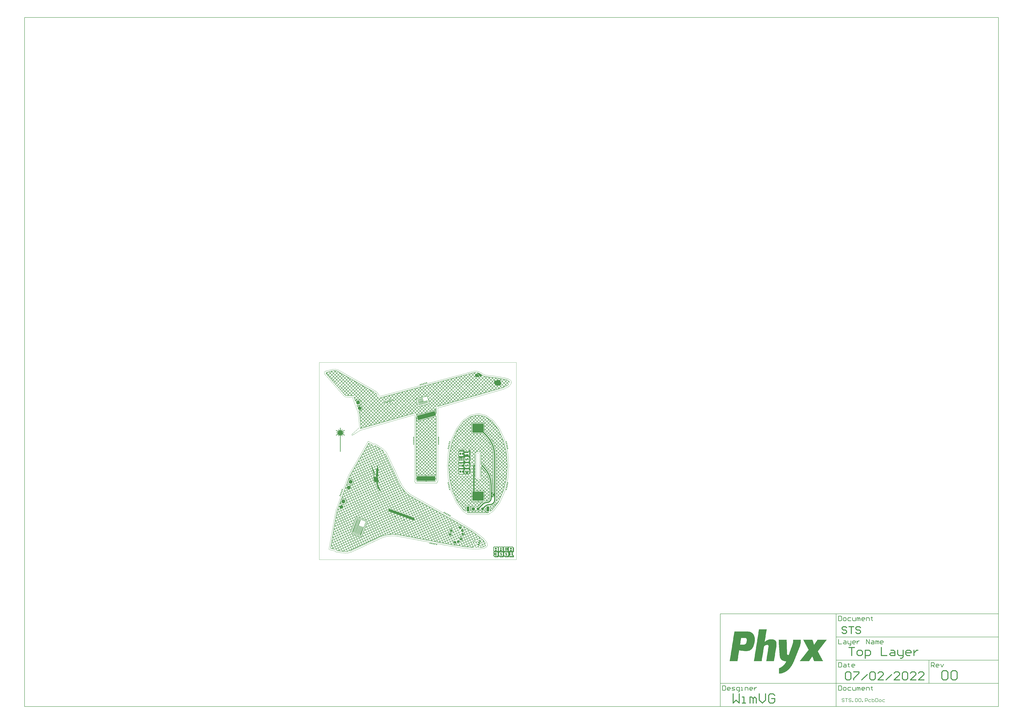
<source format=gtl>
G04*
G04 #@! TF.GenerationSoftware,Altium Limited,Altium Designer,22.2.0 (33)*
G04*
G04 Layer_Physical_Order=1*
G04 Layer_Color=3394611*
%FSLAX25Y25*%
%MOIN*%
G70*
G04*
G04 #@! TF.SameCoordinates,AE1C0F29-CF17-4AF8-ABE1-3241E8FB01DF*
G04*
G04*
G04 #@! TF.FilePolarity,Positive*
G04*
G01*
G75*
%ADD10C,0.01575*%
%ADD11C,0.00787*%
%ADD12C,0.00591*%
%ADD13C,0.00039*%
G04:AMPARAMS|DCode=14|XSize=314.96mil|YSize=78.74mil|CornerRadius=0mil|HoleSize=0mil|Usage=FLASHONLY|Rotation=15.000|XOffset=0mil|YOffset=0mil|HoleType=Round|Shape=Rectangle|*
%AMROTATEDRECTD14*
4,1,4,-0.14193,-0.07879,-0.16230,-0.00273,0.14193,0.07879,0.16230,0.00273,-0.14193,-0.07879,0.0*
%
%ADD14ROTATEDRECTD14*%

%ADD15R,0.31496X0.07874*%
%ADD16C,0.01000*%
%ADD17C,0.01968*%
%ADD18R,0.01575X0.03937*%
%ADD19C,0.01968*%
%ADD20R,0.19685X0.15748*%
%ADD21C,0.00394*%
%ADD22C,0.00984*%
G04:AMPARAMS|DCode=23|XSize=472.44mil|YSize=43.31mil|CornerRadius=0mil|HoleSize=0mil|Usage=FLASHONLY|Rotation=160.000|XOffset=0mil|YOffset=0mil|HoleType=Round|Shape=Round|*
%AMOVALD23*
21,1,0.42913,0.04331,0.00000,0.00000,160.0*
1,1,0.04331,0.20163,-0.07339*
1,1,0.04331,-0.20163,0.07339*
%
%ADD23OVALD23*%

G04:AMPARAMS|DCode=24|XSize=61.02mil|YSize=60mil|CornerRadius=0mil|HoleSize=0mil|Usage=FLASHONLY|Rotation=250.000|XOffset=0mil|YOffset=0mil|HoleType=Round|Shape=Round|*
%AMOVALD24*
21,1,0.00102,0.06000,0.00000,0.00000,250.0*
1,1,0.06000,0.00018,0.00048*
1,1,0.06000,-0.00018,-0.00048*
%
%ADD24OVALD24*%

G04:AMPARAMS|DCode=25|XSize=61.02mil|YSize=60mil|CornerRadius=15mil|HoleSize=0mil|Usage=FLASHONLY|Rotation=70.000|XOffset=0mil|YOffset=0mil|HoleType=Round|Shape=RoundedRectangle|*
%AMROUNDEDRECTD25*
21,1,0.06102,0.03000,0,0,70.0*
21,1,0.03102,0.06000,0,0,70.0*
1,1,0.03000,0.01940,0.00945*
1,1,0.03000,0.00879,-0.01971*
1,1,0.03000,-0.01940,-0.00945*
1,1,0.03000,-0.00879,0.01971*
%
%ADD25ROUNDEDRECTD25*%
%ADD26C,0.02362*%
G04:AMPARAMS|DCode=27|XSize=61.02mil|YSize=60mil|CornerRadius=15mil|HoleSize=0mil|Usage=FLASHONLY|Rotation=105.000|XOffset=0mil|YOffset=0mil|HoleType=Round|Shape=RoundedRectangle|*
%AMROUNDEDRECTD27*
21,1,0.06102,0.03000,0,0,105.0*
21,1,0.03102,0.06000,0,0,105.0*
1,1,0.03000,0.01047,0.01887*
1,1,0.03000,0.01850,-0.01110*
1,1,0.03000,-0.01047,-0.01887*
1,1,0.03000,-0.01850,0.01110*
%
%ADD27ROUNDEDRECTD27*%
G04:AMPARAMS|DCode=28|XSize=61.02mil|YSize=60mil|CornerRadius=0mil|HoleSize=0mil|Usage=FLASHONLY|Rotation=285.000|XOffset=0mil|YOffset=0mil|HoleType=Round|Shape=Round|*
%AMOVALD28*
21,1,0.00102,0.06000,0.00000,0.00000,285.0*
1,1,0.06000,-0.00013,0.00049*
1,1,0.06000,0.00013,-0.00049*
%
%ADD28OVALD28*%

G04:AMPARAMS|DCode=29|XSize=86.61mil|YSize=47.24mil|CornerRadius=11.81mil|HoleSize=0mil|Usage=FLASHONLY|Rotation=90.000|XOffset=0mil|YOffset=0mil|HoleType=Round|Shape=RoundedRectangle|*
%AMROUNDEDRECTD29*
21,1,0.08661,0.02362,0,0,90.0*
21,1,0.06299,0.04724,0,0,90.0*
1,1,0.02362,0.01181,0.03150*
1,1,0.02362,0.01181,-0.03150*
1,1,0.02362,-0.01181,-0.03150*
1,1,0.02362,-0.01181,0.03150*
%
%ADD29ROUNDEDRECTD29*%
%ADD30C,0.05118*%
G04:AMPARAMS|DCode=31|XSize=51.18mil|YSize=51.18mil|CornerRadius=12.8mil|HoleSize=0mil|Usage=FLASHONLY|Rotation=0.000|XOffset=0mil|YOffset=0mil|HoleType=Round|Shape=RoundedRectangle|*
%AMROUNDEDRECTD31*
21,1,0.05118,0.02559,0,0,0.0*
21,1,0.02559,0.05118,0,0,0.0*
1,1,0.02559,0.01280,-0.01280*
1,1,0.02559,-0.01280,-0.01280*
1,1,0.02559,-0.01280,0.01280*
1,1,0.02559,0.01280,0.01280*
%
%ADD31ROUNDEDRECTD31*%
%ADD32C,0.02756*%
G36*
X251457Y296991D02*
X251473Y296982D01*
X251578Y296975D01*
X251578D01*
X251578Y296975D01*
X251579Y296975D01*
X251580D01*
X251581Y296975D01*
X251581Y296975D01*
X251634Y296979D01*
X251705Y296965D01*
X251729Y296960D01*
X251729Y296960D01*
X251729Y296960D01*
X251729Y296959D01*
X251730Y296959D01*
X251730Y296959D01*
X251730Y296959D01*
X251811Y296948D01*
X251860Y296928D01*
X251860D01*
X251864Y296927D01*
X251888Y296922D01*
X251888Y296922D01*
X251890Y296922D01*
X251947Y296915D01*
X251983Y296903D01*
X251983Y296903D01*
X251985Y296902D01*
X252007Y296898D01*
X252070Y296870D01*
X252070Y296870D01*
X252075Y296869D01*
X252098Y296864D01*
X252172Y296844D01*
X252172Y296844D01*
X252186Y296831D01*
X252259Y296806D01*
X252285Y296791D01*
X252366Y296744D01*
X252394Y296728D01*
X252475Y296681D01*
X252514Y296659D01*
X252557Y296625D01*
Y296625D01*
X252559Y296624D01*
X252613Y296593D01*
X252710Y296528D01*
X252710Y296528D01*
X252710Y296528D01*
X252710Y296528D01*
X252711Y296527D01*
X252711Y296527D01*
X252711Y296527D01*
X252711Y296527D01*
X252711Y296527D01*
X252710Y296528D01*
X252710Y296528D01*
X252710Y296528D01*
X252711Y296527D01*
X253111Y296278D01*
X253398Y296103D01*
X253969Y295728D01*
X254459Y295400D01*
X254861Y295141D01*
X255451Y294737D01*
X255522Y294687D01*
X255620Y294621D01*
X255747Y294530D01*
X255849Y294444D01*
X255987Y294311D01*
X256071Y294209D01*
X256147Y294094D01*
X256194Y294004D01*
X256197Y294000D01*
X256210Y293985D01*
X256226Y293926D01*
X256254Y293821D01*
X256254Y293653D01*
X256247Y293597D01*
X256212Y293476D01*
X256178Y293401D01*
X256145Y293359D01*
X256145Y293359D01*
X256145Y293359D01*
X256145Y293359D01*
X256144Y293358D01*
X256144Y293358D01*
X256144Y293358D01*
X255727Y292729D01*
X255614Y292550D01*
Y292550D01*
X255614Y292549D01*
X255614Y292549D01*
X255614Y292549D01*
X255614Y292549D01*
X255613Y292548D01*
X255606Y292536D01*
X255526Y292412D01*
X255467Y292327D01*
X255371Y292175D01*
X255290Y292050D01*
X255140Y291838D01*
X255140Y291838D01*
X255137Y291820D01*
X255137Y291819D01*
X254930Y291506D01*
X254817Y291326D01*
X254817Y291325D01*
X254796Y291289D01*
X254796Y291289D01*
X254774Y291282D01*
X254721Y291222D01*
X254721Y291222D01*
X254719Y291219D01*
X254714Y291210D01*
X254630Y291154D01*
Y291154D01*
X254628Y291153D01*
X254612Y291138D01*
X254544Y291110D01*
X254300Y291044D01*
X254203Y291029D01*
X254148Y291026D01*
X254014Y291024D01*
X253992Y291028D01*
X253992Y291028D01*
X253990Y291028D01*
X253860Y291040D01*
X253860Y291040D01*
X253853Y291039D01*
X253836Y291035D01*
X253770Y291048D01*
X253531Y291132D01*
X253167Y291297D01*
X253155Y291304D01*
X253154Y291305D01*
X253154D01*
X253152Y291306D01*
X252907Y291411D01*
X252787Y291481D01*
X252660Y291572D01*
X252602Y291623D01*
X252527Y291701D01*
X252525Y291706D01*
X252525Y291706D01*
X252521Y291714D01*
X252420Y291836D01*
X252098Y292266D01*
X252098Y292266D01*
X252095Y292269D01*
X252068Y292293D01*
X252030Y292349D01*
X252030Y292350D01*
X252030Y292350D01*
X252030Y292349D01*
X252030Y292350D01*
X252030Y292350D01*
X252030Y292350D01*
X252030Y292351D01*
X252029Y292351D01*
X251958Y292446D01*
X251922Y292494D01*
X251815Y292637D01*
X251744Y292733D01*
X251744Y292733D01*
X251743Y292734D01*
X251693Y292790D01*
X251678Y292807D01*
X251621Y292894D01*
X251621Y292894D01*
X251620Y292895D01*
X251532Y293009D01*
X251458Y293115D01*
X251458Y293115D01*
X251457Y293116D01*
X251339Y293256D01*
X251268Y293351D01*
X251194Y293458D01*
X251139Y293534D01*
X251139Y293534D01*
X251137Y293536D01*
X251089Y293591D01*
X250734Y294058D01*
X250492Y294361D01*
X250206Y294743D01*
X249870Y295182D01*
X249701Y295388D01*
X249517Y295691D01*
X249485Y295771D01*
X249474Y295810D01*
X249474Y295853D01*
X249474Y295853D01*
X249473Y295858D01*
X249465Y295887D01*
X249469Y295954D01*
X249469Y295954D01*
X249469Y295954D01*
X249469Y295954D01*
X249469Y295954D01*
X249469Y295955D01*
Y295955D01*
X249469Y295960D01*
X249468Y295961D01*
X249464Y295978D01*
X249468Y296043D01*
X249472Y296064D01*
X249492Y296114D01*
X249492Y296114D01*
X249493Y296122D01*
X249493Y296128D01*
X249492Y296131D01*
X249509Y296175D01*
X249516Y296187D01*
X249516Y296187D01*
X249519Y296194D01*
X249528Y296239D01*
X249534Y296249D01*
X249550Y296276D01*
X249564Y296301D01*
X249580Y296315D01*
X249580Y296315D01*
X249586Y296324D01*
X249597Y296357D01*
X249639Y296400D01*
X249639D01*
X249642Y296405D01*
X249648Y296415D01*
X249699Y296461D01*
X249737Y296482D01*
X249857Y296548D01*
X249857D01*
X249859Y296549D01*
X249886Y296567D01*
X250104Y296647D01*
X250104Y296647D01*
X250112Y296648D01*
X250783Y296842D01*
X250783D01*
X250786Y296843D01*
X250857Y296873D01*
X251221Y296971D01*
X251227Y296967D01*
X251242Y296965D01*
X251361Y296985D01*
X251457Y296991D01*
Y296991D01*
D02*
G37*
G36*
X251112Y296941D02*
X251176Y296958D01*
X251221Y296971D01*
X251112Y296941D01*
D02*
G37*
G36*
X247898Y295985D02*
X247899Y295985D01*
X247900Y295985D01*
X247900Y295985D01*
X247900Y295985D01*
X247997Y295965D01*
X248055Y295958D01*
X248056Y295958D01*
X248057Y295958D01*
X248058Y295957D01*
X248059Y295957D01*
X248059Y295957D01*
X248059Y295957D01*
X248211Y295906D01*
X248212Y295905D01*
X248300Y295872D01*
X248456Y295810D01*
X248456Y295810D01*
X248457Y295809D01*
X248457Y295809D01*
X248458Y295809D01*
X248458Y295809D01*
X248458Y295809D01*
X248539Y295762D01*
X248603Y295734D01*
X248603Y295734D01*
X248604Y295733D01*
X248605Y295733D01*
X248605Y295733D01*
X248606Y295732D01*
X248606Y295732D01*
X248744Y295644D01*
X248811Y295605D01*
X248812Y295604D01*
X248814Y295603D01*
X248815Y295602D01*
X248816Y295601D01*
X248817Y295600D01*
X248817Y295600D01*
X248831Y295584D01*
X248855Y295571D01*
X248855Y295570D01*
X248855Y295570D01*
X248856Y295570D01*
X248856Y295569D01*
X248857Y295569D01*
X248857Y295569D01*
X248927Y295519D01*
X248928Y295519D01*
X248928Y295519D01*
X248929Y295518D01*
X248930Y295517D01*
X248930Y295517D01*
X248930Y295517D01*
X248993Y295454D01*
X248994Y295453D01*
X248994Y295453D01*
X249010Y295434D01*
X249010Y295434D01*
X249011Y295434D01*
X249011Y295434D01*
X249011Y295433D01*
X249011Y295433D01*
X249011Y295433D01*
X249063Y295367D01*
X249063Y295367D01*
X249063Y295367D01*
X249064Y295367D01*
X249064Y295366D01*
X249064Y295366D01*
X249064Y295366D01*
X249138Y295260D01*
X249476Y294811D01*
X250054Y294071D01*
X250369Y293663D01*
X250543Y293445D01*
X250543Y293444D01*
X250650Y293301D01*
X250721Y293206D01*
X250770Y293151D01*
X250770Y293151D01*
X250771Y293150D01*
X250771Y293150D01*
X250771Y293149D01*
X250771Y293149D01*
X250771Y293149D01*
X250845Y293043D01*
X250930Y292940D01*
X251002Y292844D01*
X251003Y292843D01*
X251004Y292842D01*
X251005Y292840D01*
X251005Y292838D01*
X251006Y292837D01*
X251006Y292837D01*
X251008Y292830D01*
X251093Y292720D01*
X251158Y292646D01*
X251158Y292646D01*
X251158Y292646D01*
X251159Y292645D01*
X251159Y292645D01*
X251159Y292645D01*
X251159Y292645D01*
X251233Y292539D01*
X251269Y292491D01*
X251321Y292425D01*
X251425Y292292D01*
X251546Y292141D01*
X251654Y291998D01*
X251755Y291876D01*
X251755Y291876D01*
X251755Y291875D01*
X251756Y291875D01*
X251756Y291874D01*
X251756Y291874D01*
X251756Y291874D01*
X251814Y291787D01*
X251869Y291710D01*
X251869Y291710D01*
X251869Y291709D01*
X251870Y291709D01*
X251870Y291708D01*
X251870Y291708D01*
X251870Y291708D01*
X251892Y291668D01*
X251892Y291668D01*
X251893Y291667D01*
X251893Y291667D01*
X251893Y291666D01*
X251893Y291666D01*
X251893Y291666D01*
X251924Y291594D01*
X251924Y291594D01*
X251925Y291592D01*
Y291592D01*
X251924Y291594D01*
X251924Y291594D01*
X251924Y291594D01*
X251924Y291594D01*
X251924Y291594D01*
X251924Y291594D01*
X251924Y291593D01*
X251924Y291592D01*
X251925Y291592D01*
X251925Y291592D01*
X251925Y291592D01*
X251925Y291591D01*
X251925Y291591D01*
X251925Y291591D01*
X251925Y291591D01*
X251925Y291590D01*
X251925Y291590D01*
X251954Y291484D01*
X251974Y291409D01*
X251982Y291377D01*
X251982Y291376D01*
X251982Y291376D01*
X251983Y291375D01*
X251983Y291375D01*
X251983Y291374D01*
X251983Y291374D01*
X251998Y291275D01*
X251998Y291275D01*
X251998Y291274D01*
X251998Y291273D01*
X251998Y291272D01*
X251998Y291272D01*
X251998Y291271D01*
X251998Y291271D01*
X251994Y291201D01*
Y291201D01*
X251994Y291201D01*
X251994Y291200D01*
X251994Y291200D01*
X251994Y291200D01*
X251994Y291200D01*
X251980Y291082D01*
X251980Y291084D01*
X251980Y291084D01*
X251980Y291082D01*
X251980Y291082D01*
Y291082D01*
X251980Y291081D01*
X251980Y291082D01*
X251980Y291082D01*
X251980Y291081D01*
X251980Y291081D01*
X251980Y291081D01*
X251980Y291081D01*
X251980Y291081D01*
X251980Y291080D01*
X251980D01*
X251979Y291080D01*
X251980Y291080D01*
X251980Y291080D01*
X251980D01*
X251979Y291078D01*
X251979Y291078D01*
X251979Y291080D01*
X251979Y291079D01*
X251979Y291078D01*
X251979Y291078D01*
X251979Y291078D01*
X251956Y290992D01*
X251956Y290991D01*
X251956Y290991D01*
X251956Y290990D01*
X251956Y290989D01*
X251955Y290989D01*
X251955Y290989D01*
X251906Y290873D01*
X251906Y290873D01*
X251906Y290872D01*
X251906Y290872D01*
X251906Y290871D01*
X251905Y290871D01*
X251905Y290871D01*
X251822Y290711D01*
X251822Y290710D01*
X251821Y290709D01*
X251821Y290709D01*
X251820Y290708D01*
X251820Y290707D01*
X251820Y290707D01*
X251683Y290533D01*
X251683Y290533D01*
X251682Y290532D01*
X251681Y290531D01*
X251681Y290530D01*
X251680Y290530D01*
X251680Y290530D01*
X251569Y290432D01*
X251477Y290349D01*
X251476Y290349D01*
X251476Y290349D01*
X251476Y290349D01*
X251476Y290349D01*
X251476Y290349D01*
X251476Y290349D01*
X251476Y290349D01*
X251476Y290349D01*
X251475Y290348D01*
X251476Y290349D01*
X251476Y290349D01*
X251410Y290297D01*
X251409Y290296D01*
X251408Y290295D01*
X251407Y290295D01*
X251405Y290294D01*
X251405Y290294D01*
X251405Y290294D01*
X251345Y290266D01*
X251317Y290248D01*
X251317Y290248D01*
X251317Y290248D01*
X251314Y290246D01*
X251141Y290166D01*
X251141Y290165D01*
X251140Y290165D01*
X251139Y290165D01*
X251138Y290164D01*
X251137Y290164D01*
X251137D01*
X251030Y290136D01*
X251030Y290135D01*
X251029Y290135D01*
X251027Y290135D01*
X251026Y290135D01*
X251026Y290135D01*
X251026Y290135D01*
X250878Y290130D01*
X250833Y290129D01*
X250766Y290123D01*
X250766Y290123D01*
X250766Y290123D01*
X250765Y290123D01*
X250764Y290122D01*
X250764D01*
X250638Y290123D01*
X250638D01*
X250638Y290123D01*
X250637Y290123D01*
X250635Y290123D01*
X250634Y290123D01*
X250634Y290124D01*
X250634D01*
X250586Y290133D01*
X250493Y290142D01*
X250304Y290161D01*
X250304Y290161D01*
X250304Y290161D01*
X250303Y290161D01*
X250304Y290161D01*
X250304Y290161D01*
X250304Y290161D01*
X250304Y290161D01*
X250303Y290161D01*
X249973Y290208D01*
X249967Y290207D01*
X249966Y290206D01*
X249965Y290206D01*
X249963Y290206D01*
X249962Y290206D01*
X249961Y290206D01*
X249961Y290206D01*
X249960Y290206D01*
X249960Y290206D01*
X249959Y290206D01*
X249959Y290206D01*
X249959Y290206D01*
X249603Y290248D01*
X249321Y290276D01*
X249108Y290299D01*
X249108Y290299D01*
X249107Y290299D01*
X249108Y290299D01*
X249107Y290299D01*
X248822Y290337D01*
X248634Y290356D01*
X248361Y290386D01*
X248267Y290395D01*
X248266Y290395D01*
X248266Y290395D01*
X248075Y290424D01*
X247779Y290460D01*
X247567Y290483D01*
X247417Y290488D01*
X247417Y290488D01*
X247416Y290489D01*
X247415Y290489D01*
X247415Y290489D01*
X247414Y290489D01*
Y290489D01*
X247199Y290523D01*
X246927Y290553D01*
X246526Y290595D01*
X246525Y290595D01*
X246525D01*
X246108Y290655D01*
X246108Y290655D01*
X246107Y290655D01*
X246106Y290655D01*
X246105Y290655D01*
X246104Y290656D01*
X246104Y290656D01*
X245791Y290755D01*
X245790Y290755D01*
X245789Y290756D01*
X245789Y290756D01*
X245788Y290756D01*
X245788Y290756D01*
X245788D01*
X245576Y290861D01*
X245470Y290913D01*
X245470Y290913D01*
X245469Y290913D01*
X245468Y290914D01*
X245467Y290914D01*
X245467Y290914D01*
X245467D01*
X245410Y290956D01*
X245410Y290956D01*
X245410Y290957D01*
X245409Y290957D01*
X245409Y290957D01*
X245409Y290957D01*
X245409Y290957D01*
X245292Y291052D01*
X245291Y291053D01*
X245291Y291053D01*
X245215Y291124D01*
X245214Y291124D01*
X245214Y291124D01*
X245214Y291125D01*
X245214Y291125D01*
X245214Y291125D01*
X245214Y291125D01*
X245105Y291233D01*
X245104Y291234D01*
X245102Y291236D01*
X245100Y291239D01*
X245099Y291241D01*
X245099Y291243D01*
X245099Y291243D01*
X245097Y291250D01*
X245038Y291346D01*
X245036Y291348D01*
X245036Y291348D01*
X244983Y291460D01*
X244983Y291461D01*
X244983Y291461D01*
X244983Y291461D01*
X244983Y291462D01*
X244983Y291462D01*
X244940Y291577D01*
X244940Y291577D01*
X244940Y291578D01*
X244940Y291578D01*
X244940Y291579D01*
X244940Y291579D01*
Y291579D01*
X244923Y291643D01*
X244894Y291750D01*
X244894Y291751D01*
X244894Y291751D01*
X244894Y291752D01*
X244894Y291753D01*
X244893Y291753D01*
Y291753D01*
X244872Y291919D01*
X244872Y291919D01*
X244872Y291920D01*
X244872Y291921D01*
X244872Y291922D01*
X244872Y291922D01*
X244872Y291922D01*
X244870Y292185D01*
X244864Y292677D01*
X244844Y293567D01*
X244827Y294101D01*
X244817Y294224D01*
X244817Y294226D01*
Y294226D01*
X244818Y294307D01*
X244818Y294308D01*
X244818Y294309D01*
X244818Y294309D01*
X244818Y294310D01*
X244818Y294311D01*
X244818Y294311D01*
X244823Y294333D01*
X244824Y294411D01*
X244818Y294477D01*
X244818Y294477D01*
X244818Y294479D01*
X244818Y294481D01*
X244818Y294482D01*
X244818Y294483D01*
X244818Y294483D01*
X244823Y294507D01*
X244828Y294529D01*
X244824Y294583D01*
X244824Y294583D01*
X244824Y294584D01*
X244824Y294585D01*
X244824Y294587D01*
X244824Y294587D01*
X244824Y294587D01*
X244846Y294719D01*
X244847Y294720D01*
X244847Y294722D01*
X244848Y294724D01*
X244848Y294726D01*
X244849Y294727D01*
X244849Y294727D01*
X244879Y294779D01*
X244904Y294853D01*
X244904Y294853D01*
X244905Y294855D01*
X244906Y294857D01*
X244907Y294858D01*
X244908Y294859D01*
Y294859D01*
X245010Y294989D01*
X245060Y295060D01*
X245061Y295062D01*
X245061Y295062D01*
X245166Y295181D01*
X245193Y295212D01*
X245193Y295212D01*
X245194Y295213D01*
X245195Y295214D01*
X245196Y295214D01*
X245196Y295215D01*
X245196Y295215D01*
X245292Y295286D01*
X245293Y295287D01*
X245398Y295361D01*
X245399Y295361D01*
X245400Y295362D01*
X245401Y295362D01*
X245402Y295363D01*
X245402Y295363D01*
X245402Y295363D01*
X245608Y295453D01*
X245669Y295480D01*
X245669Y295481D01*
X245670Y295481D01*
X245670Y295481D01*
X245671Y295481D01*
X245671Y295481D01*
X245671Y295481D01*
X245871Y295546D01*
X245873Y295547D01*
X245873Y295547D01*
X247201Y295903D01*
X247202Y295903D01*
X247494Y295970D01*
X247494Y295970D01*
X247496Y295970D01*
X247497Y295970D01*
X247499Y295970D01*
X247500Y295970D01*
X247500Y295970D01*
X247533Y295968D01*
X247722Y295985D01*
X247722Y295985D01*
X247723Y295985D01*
X247723Y295985D01*
X247724Y295985D01*
X247724Y295985D01*
X247724Y295985D01*
X247896Y295985D01*
X247897Y295985D01*
X247898Y295985D01*
D02*
G37*
G36*
X251476Y290349D02*
X251476Y290349D01*
X251476Y290349D01*
X251476Y290349D01*
X251477Y290349D01*
X251476Y290349D01*
D02*
G37*
G36*
X251476Y290349D02*
X251476Y290349D01*
X251476Y290349D01*
X251476Y290349D01*
X251476Y290349D01*
X251476Y290349D01*
X251476Y290349D01*
D02*
G37*
G36*
X251317Y290248D02*
X251316Y290248D01*
X251317Y290248D01*
X251317Y290248D01*
X251317Y290248D01*
X251317Y290248D01*
X251317Y290248D01*
D02*
G37*
G36*
X251316Y290248D02*
X251316Y290247D01*
X251315Y290247D01*
X251315Y290247D01*
X251315Y290247D01*
X251315D01*
X251315Y290247D01*
X251316Y290248D01*
X251316Y290248D01*
D02*
G37*
G36*
X286869Y285040D02*
X287767Y284290D01*
X288243Y282513D01*
X289082Y280109D01*
X288444Y277166D01*
X287263Y275985D01*
X285294Y275591D01*
X282145D01*
X280531Y276286D01*
X279085Y276702D01*
X277769Y278427D01*
X277436Y279829D01*
X277339Y280619D01*
X277420Y285434D01*
X279481Y284114D01*
X281211Y284382D01*
X284507Y285434D01*
X286869Y285040D01*
D02*
G37*
G36*
X156254Y253564D02*
X146889Y251055D01*
X146696Y251775D01*
X156061Y254285D01*
X156254Y253564D01*
D02*
G37*
G36*
X101925Y251072D02*
X99881Y250524D01*
X99879Y250524D01*
X99877Y250523D01*
X99875Y250523D01*
X99873Y250522D01*
X99871Y250521D01*
X99869Y250521D01*
X99867Y250520D01*
X99865Y250520D01*
X99863Y250519D01*
X99861Y250519D01*
X99859Y250518D01*
X99857Y250518D01*
X99856Y250517D01*
X99854Y250517D01*
X99852Y250516D01*
X99850Y250516D01*
X99848Y250515D01*
X99846Y250515D01*
X99844Y250514D01*
X99843Y250513D01*
X99841Y250513D01*
X99839Y250512D01*
X99837Y250512D01*
X99835Y250511D01*
X99834Y250511D01*
X99832Y250510D01*
X99830Y250510D01*
X99828Y250509D01*
X99826Y250508D01*
X99825Y250508D01*
X99823Y250507D01*
X99821Y250507D01*
X99819Y250506D01*
X99818Y250506D01*
X99816Y250505D01*
X99814Y250504D01*
X99813Y250504D01*
X99811Y250503D01*
X99809Y250503D01*
X99807Y250502D01*
X99806Y250502D01*
X99804Y250501D01*
X99802Y250500D01*
X99801Y250500D01*
X99799Y250499D01*
X99797Y250499D01*
X99796Y250498D01*
X99794Y250498D01*
X99793Y250497D01*
X99791Y250497D01*
X99789Y250496D01*
X99788Y250495D01*
X99786Y250495D01*
X99785Y250494D01*
X99783Y250494D01*
X99782Y250493D01*
X99780Y250492D01*
X99778Y250492D01*
X99777Y250491D01*
X99775Y250491D01*
X99774Y250490D01*
X99772Y250489D01*
X99771Y250489D01*
X99769Y250488D01*
X99768Y250488D01*
X99766Y250487D01*
X99765Y250486D01*
X99763Y250486D01*
X99762Y250485D01*
X99760Y250485D01*
X99759Y250484D01*
X99757Y250483D01*
X99756Y250483D01*
X99755Y250482D01*
X99753Y250482D01*
X99752Y250481D01*
X99750Y250480D01*
X99749Y250480D01*
X99748Y250479D01*
X99746Y250479D01*
X99745Y250478D01*
X99743Y250477D01*
X99742Y250477D01*
X99741Y250476D01*
X99739Y250476D01*
X99738Y250475D01*
X99737Y250474D01*
X99735Y250474D01*
X99734Y250473D01*
X99733Y250472D01*
X99731Y250472D01*
X99730Y250471D01*
X99729Y250470D01*
X99727Y250470D01*
X99726Y250469D01*
X99724Y250468D01*
X99722Y250467D01*
X99721Y250467D01*
X99719Y250466D01*
X99718Y250465D01*
X99716Y250464D01*
X99715Y250463D01*
X99713Y250463D01*
X99712Y250462D01*
X99710Y250461D01*
X99708Y250460D01*
X99707Y250459D01*
X99705Y250459D01*
X99704Y250458D01*
X99703Y250457D01*
X99701Y250456D01*
X99700Y250455D01*
X99698Y250454D01*
X99697Y250453D01*
X99695Y250453D01*
X99694Y250452D01*
X99692Y250451D01*
X99691Y250450D01*
X99690Y250449D01*
X99688Y250448D01*
X99687Y250448D01*
X99685Y250447D01*
X99684Y250446D01*
X99682Y250444D01*
X99681Y250443D01*
X99679Y250442D01*
X99677Y250441D01*
X99676Y250440D01*
X99674Y250439D01*
X99673Y250438D01*
X99671Y250437D01*
X99670Y250436D01*
X99668Y250435D01*
X99666Y250433D01*
X99664Y250432D01*
X99663Y250431D01*
X99661Y250430D01*
X99659Y250428D01*
X99657Y250427D01*
X99656Y250425D01*
X99654Y250424D01*
X99652Y250422D01*
X99650Y250420D01*
X99648Y250419D01*
X99645Y250417D01*
X99643Y250415D01*
X99641Y250413D01*
X99638Y250410D01*
X99635Y250407D01*
X99632Y250404D01*
X99632Y250404D01*
X99631Y250403D01*
X99630Y250402D01*
X99629Y250401D01*
X99628Y250400D01*
X99627Y250400D01*
X99627Y250400D01*
X99626Y250398D01*
X99623Y250395D01*
X99620Y250392D01*
X99617Y250389D01*
X99616Y250387D01*
X99615Y250386D01*
X99613Y250384D01*
X99611Y250381D01*
X99610Y250379D01*
X99609Y250378D01*
X99608Y250377D01*
X99607Y250376D01*
X99606Y250375D01*
X99606Y250374D01*
X99605Y250373D01*
X99603Y250370D01*
X99600Y250367D01*
X99598Y250364D01*
X99597Y250361D01*
X99595Y250359D01*
X99594Y250357D01*
X99593Y250355D01*
X99591Y250353D01*
X99590Y250351D01*
X99589Y250348D01*
X99589Y250348D01*
X99588Y250348D01*
X99588Y250346D01*
X99587Y250345D01*
X99586Y250344D01*
X99585Y250343D01*
X99585Y250341D01*
X99583Y250338D01*
X99581Y250334D01*
X99579Y250331D01*
X99578Y250329D01*
X99578Y250328D01*
X99577Y250326D01*
X99576Y250324D01*
X99575Y250322D01*
X99574Y250321D01*
X99574Y250321D01*
X99574Y250320D01*
X99573Y250318D01*
X99572Y250316D01*
X99572Y250314D01*
X99571Y250313D01*
X99571Y250313D01*
X99571Y250313D01*
X99570Y250311D01*
X99570Y250310D01*
X99569Y250308D01*
X99569Y250308D01*
X99569Y250307D01*
X99568Y250306D01*
X99568Y250304D01*
X99567Y250303D01*
X99567Y250302D01*
X99567Y250302D01*
X99566Y250300D01*
X99566Y250299D01*
X99565Y250298D01*
X99565Y250297D01*
X99563Y250292D01*
X99562Y250288D01*
X99561Y250283D01*
X99559Y250279D01*
X99558Y250275D01*
X99557Y250271D01*
X99556Y250267D01*
X99555Y250264D01*
X99555Y250260D01*
X99554Y250256D01*
X99553Y250253D01*
X99553Y250250D01*
X99552Y250246D01*
X99551Y250243D01*
X99551Y250240D01*
X99550Y250236D01*
X99550Y250233D01*
X99550Y250230D01*
X99549Y250227D01*
X99549Y250224D01*
X99549Y250221D01*
X99548Y250218D01*
X99548Y250215D01*
X99548Y250212D01*
X99548Y250208D01*
X99547Y250205D01*
X99547Y250202D01*
X99547Y250199D01*
X99547Y250196D01*
X99547Y250193D01*
X99547Y250190D01*
X99547Y250187D01*
X99547Y250184D01*
X99547Y250181D01*
X99547Y250178D01*
X99547Y250175D01*
X99547Y250172D01*
X99547Y250169D01*
X99547Y250167D01*
X99547Y250164D01*
X99547Y250161D01*
X99548Y250158D01*
X99548Y250155D01*
X99548Y250153D01*
X99548Y250150D01*
X99548Y250147D01*
X99549Y250144D01*
X99549Y250141D01*
X99549Y250138D01*
X99549Y250136D01*
X99550Y250133D01*
X99550Y250130D01*
X99550Y250127D01*
X99551Y250124D01*
X99551Y250120D01*
X99552Y250117D01*
X99552Y250114D01*
X99553Y250111D01*
X99553Y250108D01*
X99554Y250105D01*
X99554Y250101D01*
X99555Y250098D01*
X99555Y250095D01*
X99556Y250092D01*
X99556Y250089D01*
X99557Y250086D01*
X99558Y250082D01*
X99558Y250079D01*
X99559Y250076D01*
X99560Y250073D01*
X99560Y250070D01*
X99561Y250066D01*
X99562Y250063D01*
X99563Y250060D01*
X99564Y250056D01*
X99565Y250053D01*
X99565Y250049D01*
X99566Y250049D01*
X99566Y250048D01*
X99566Y250047D01*
X99566Y250046D01*
X99566Y250045D01*
X99567Y250045D01*
X99567Y250045D01*
X99567Y250044D01*
X99567Y250044D01*
X99567Y250043D01*
X99568Y250040D01*
X99569Y250037D01*
X99569Y250034D01*
X99570Y250031D01*
X99571Y250028D01*
X99572Y250026D01*
X99573Y250023D01*
X99574Y250020D01*
X99575Y250017D01*
X99576Y250014D01*
X99577Y250011D01*
X99578Y250008D01*
X99579Y250005D01*
X99580Y250003D01*
X99581Y250000D01*
X99582Y249997D01*
X99583Y249994D01*
X99584Y249991D01*
X99585Y249989D01*
X99586Y249986D01*
X99587Y249983D01*
X99588Y249981D01*
X99590Y249978D01*
X99591Y249975D01*
X99592Y249973D01*
X99593Y249970D01*
X99594Y249967D01*
X99595Y249965D01*
X99597Y249962D01*
X99598Y249959D01*
X99599Y249957D01*
X99600Y249954D01*
X99602Y249952D01*
X99603Y249949D01*
X99604Y249947D01*
X99606Y249944D01*
X99607Y249942D01*
X99608Y249939D01*
X99610Y249937D01*
X99611Y249935D01*
X99612Y249932D01*
X99614Y249930D01*
X99615Y249928D01*
X99617Y249925D01*
X99618Y249923D01*
X99620Y249920D01*
X99621Y249918D01*
X99623Y249915D01*
X99625Y249913D01*
X99626Y249910D01*
X99628Y249908D01*
X99630Y249906D01*
X99631Y249903D01*
X99633Y249901D01*
X99635Y249899D01*
X99637Y249896D01*
X99639Y249893D01*
X99641Y249891D01*
X99643Y249888D01*
X99645Y249886D01*
X99647Y249884D01*
X99649Y249881D01*
X99651Y249878D01*
X99654Y249876D01*
X99656Y249873D01*
X99659Y249870D01*
X99662Y249868D01*
X99664Y249865D01*
X99667Y249862D01*
X99671Y249859D01*
X99674Y249856D01*
X99674D01*
X99674Y249856D01*
X99675Y249855D01*
X99676Y249854D01*
X99677Y249853D01*
X99678Y249853D01*
X99678Y249852D01*
X99679Y249852D01*
X99680Y249851D01*
X99681Y249850D01*
X99682Y249850D01*
X99682D01*
X99682Y249849D01*
X99683Y249848D01*
X99684Y249847D01*
X99686Y249847D01*
X99686Y249846D01*
X99687Y249846D01*
X99688Y249845D01*
X99689Y249844D01*
X99690Y249843D01*
X99691Y249842D01*
X99692Y249842D01*
X99693Y249841D01*
X99695Y249840D01*
X99696Y249839D01*
X99697Y249838D01*
X99698Y249837D01*
X99700Y249836D01*
X99701Y249835D01*
X99703Y249834D01*
X99704Y249833D01*
Y249833D01*
X99706Y249832D01*
X99709Y249830D01*
X99713Y249828D01*
X99716Y249826D01*
X99718Y249825D01*
X99718Y249825D01*
X99720Y249824D01*
X99721Y249823D01*
X99722Y249822D01*
X99724Y249821D01*
X99726Y249820D01*
X99727Y249820D01*
X99729Y249819D01*
X99731Y249818D01*
X99732Y249817D01*
X99734Y249816D01*
X99736Y249815D01*
X99738Y249814D01*
X99740Y249813D01*
X99742Y249812D01*
X99744Y249811D01*
X99746Y249810D01*
X99749Y249809D01*
X99751Y249808D01*
X99754Y249807D01*
X99757Y249805D01*
X99761Y249804D01*
X99765Y249802D01*
X99765Y249802D01*
X99766Y249802D01*
X99767Y249801D01*
X99769Y249801D01*
X99770Y249800D01*
X99771Y249800D01*
X99773Y249799D01*
X99778Y249797D01*
X99783Y249796D01*
X99789Y249794D01*
X99791Y249793D01*
X99791Y249793D01*
X99792Y249793D01*
X99795Y249792D01*
X99797Y249792D01*
X99800Y249791D01*
X99801Y249791D01*
X99802Y249791D01*
X99803Y249790D01*
X99805Y249790D01*
X99806Y249789D01*
X99807Y249789D01*
X99812Y249788D01*
X99816Y249787D01*
X99819Y249786D01*
X99823Y249786D01*
X99826Y249785D01*
X99829Y249785D01*
X99832Y249784D01*
X99834Y249784D01*
X99837Y249783D01*
X99839Y249783D01*
X99842Y249783D01*
X99844Y249782D01*
X99847Y249782D01*
X99849Y249782D01*
X99851Y249781D01*
X99853Y249781D01*
X99856Y249781D01*
X99857Y249781D01*
X99860Y249781D01*
X99862Y249780D01*
X99864Y249780D01*
X99866Y249780D01*
X99868Y249780D01*
X99870Y249780D01*
X99872Y249780D01*
X99874Y249780D01*
X99876Y249779D01*
X99878Y249779D01*
X99880Y249779D01*
X99882Y249779D01*
X99883Y249779D01*
X99885Y249779D01*
X99887Y249779D01*
X99889Y249779D01*
X99890Y249779D01*
X99892Y249779D01*
X99894Y249779D01*
X99896Y249779D01*
X99898Y249779D01*
X99899Y249779D01*
X99901D01*
X99903Y249779D01*
X99905D01*
X99907Y249779D01*
X99909Y249779D01*
X99910Y249779D01*
X99912Y249779D01*
X99914Y249779D01*
X99916Y249779D01*
X99918Y249779D01*
X99920Y249779D01*
X99922Y249779D01*
X99924Y249779D01*
X99926Y249779D01*
X99928Y249779D01*
X99929Y249780D01*
X99931Y249780D01*
X99933Y249780D01*
X99935Y249780D01*
X99937Y249780D01*
X99939Y249780D01*
X99940Y249780D01*
X99942Y249780D01*
X99943Y249780D01*
X99945Y249781D01*
X99946Y249781D01*
X99948Y249781D01*
X99949Y249781D01*
X99951Y249781D01*
X99952Y249781D01*
X99954Y249781D01*
X99955Y249781D01*
X99957Y249781D01*
X99958Y249782D01*
X99960Y249782D01*
X99962Y249782D01*
X99963Y249782D01*
X99965Y249782D01*
X99966Y249782D01*
X99968Y249783D01*
X99970Y249783D01*
X99971Y249783D01*
X99973Y249783D01*
X99974Y249783D01*
X99976Y249783D01*
X99978Y249784D01*
X99979Y249784D01*
X99981Y249784D01*
X99982Y249784D01*
X99984Y249784D01*
X99986Y249785D01*
X99987Y249785D01*
X99989Y249785D01*
X99991Y249785D01*
X99992Y249785D01*
X99994Y249786D01*
X99996Y249786D01*
X99997Y249786D01*
X99999Y249786D01*
X100001Y249787D01*
X100003Y249787D01*
X100004Y249787D01*
X100006Y249787D01*
X100008Y249788D01*
X100009Y249788D01*
X100011Y249788D01*
X100013Y249788D01*
X100015Y249789D01*
X100016Y249789D01*
X100018Y249789D01*
X100020Y249790D01*
X100022Y249790D01*
X100023Y249790D01*
X100025Y249791D01*
X100027Y249791D01*
X100029Y249791D01*
X100031Y249791D01*
X100032Y249792D01*
X100034Y249792D01*
X100036Y249792D01*
X100038Y249793D01*
X100040Y249793D01*
X100041Y249793D01*
X100043Y249794D01*
X100045Y249794D01*
X100047Y249794D01*
X100049Y249795D01*
X100051Y249795D01*
X100053Y249795D01*
X100055Y249796D01*
X100056Y249796D01*
X100058Y249797D01*
X100060Y249797D01*
X100062Y249797D01*
X100064Y249798D01*
X100066Y249798D01*
X100068Y249798D01*
X100070Y249799D01*
X100072Y249799D01*
X100074Y249799D01*
X100076Y249800D01*
X100078Y249800D01*
X100080Y249801D01*
X100082Y249801D01*
X100084Y249801D01*
X100086Y249802D01*
X100088Y249802D01*
X100090Y249803D01*
X100092Y249803D01*
X100094Y249804D01*
X100096Y249804D01*
X100098Y249805D01*
X100100Y249805D01*
X100102Y249805D01*
X100104Y249806D01*
X100106Y249806D01*
X100108Y249807D01*
X100110Y249807D01*
X100112Y249808D01*
X100114Y249808D01*
X100116Y249809D01*
X100118Y249809D01*
X100120Y249810D01*
X100123Y249810D01*
X100125Y249811D01*
X100127Y249811D01*
X100129Y249812D01*
X100131Y249812D01*
X100133Y249813D01*
X100136Y249813D01*
X100138Y249814D01*
X100140Y249814D01*
X100142Y249815D01*
X100144Y249815D01*
X100146Y249816D01*
X100149Y249816D01*
X100151Y249817D01*
X100153Y249817D01*
X100155Y249818D01*
X100158Y249819D01*
X100160Y249819D01*
X100162Y249820D01*
X100164Y249820D01*
X100167Y249821D01*
X100169Y249821D01*
X100171Y249822D01*
X100173Y249823D01*
X100176Y249823D01*
X100178Y249824D01*
X100180Y249824D01*
X100183Y249825D01*
X100185Y249826D01*
X100188Y249826D01*
X100190Y249827D01*
X100192Y249827D01*
X100195Y249828D01*
X100197Y249829D01*
X100199Y249829D01*
X100202Y249830D01*
X100204Y249831D01*
X100206Y249831D01*
X100209Y249832D01*
X100212Y249833D01*
X100920Y250022D01*
X100921Y250023D01*
X100926Y250024D01*
X100930Y250025D01*
X100935Y250026D01*
X100939Y250027D01*
X100944Y250029D01*
X100948Y250030D01*
X100953Y250031D01*
X100957Y250032D01*
X100962Y250033D01*
X100966Y250034D01*
X100971Y250036D01*
X100975Y250037D01*
X100979Y250038D01*
X100984Y250039D01*
X100988Y250040D01*
X100993Y250041D01*
X100998Y250043D01*
X101004Y250044D01*
X101010Y250045D01*
X101016Y250047D01*
X101022Y250048D01*
X101028Y250050D01*
X101033Y250051D01*
X101039Y250052D01*
X101045Y250054D01*
X101050Y250055D01*
X101056Y250057D01*
X101062Y250058D01*
X101067Y250059D01*
X101073Y250060D01*
X101079Y250062D01*
X101084Y250063D01*
X101090Y250064D01*
X101096Y250065D01*
X101101Y250067D01*
X101107Y250068D01*
X101112Y250069D01*
X101118Y250070D01*
X101123Y250072D01*
X101129Y250073D01*
X101134Y250074D01*
X101140Y250075D01*
X101145Y250076D01*
X101151Y250077D01*
X101156Y250078D01*
X101162Y250079D01*
X101167Y250080D01*
X101172Y250081D01*
X101178Y250082D01*
X101183Y250084D01*
X101188Y250085D01*
X101194Y250086D01*
X101199Y250087D01*
X101204Y250087D01*
X101210Y250089D01*
X101215Y250089D01*
X101220Y250090D01*
X101225Y250091D01*
X101231Y250092D01*
X101236Y250093D01*
X101241Y250094D01*
X101246Y250095D01*
X101251Y250096D01*
X101257Y250097D01*
X101262Y250097D01*
X101267Y250098D01*
X101272Y250099D01*
X101277Y250100D01*
X101282Y250100D01*
X101287Y250101D01*
X101293Y250102D01*
X101298Y250103D01*
X101303Y250103D01*
X101308Y250104D01*
X101313Y250105D01*
X101318Y250106D01*
X101323Y250106D01*
X101328Y250107D01*
X101333Y250107D01*
X101338Y250108D01*
X101343Y250109D01*
X101347Y250109D01*
X101353Y250110D01*
X101357Y250110D01*
X101362Y250111D01*
X101367Y250111D01*
X101372Y250112D01*
X101377Y250112D01*
X101383Y250113D01*
X101389Y250114D01*
X101395Y250114D01*
X101401Y250115D01*
X101407Y250115D01*
X101413Y250116D01*
X101419Y250116D01*
X101425Y250117D01*
X101431Y250117D01*
X101437Y250117D01*
X101443Y250118D01*
X101449Y250118D01*
X101455Y250118D01*
X101460Y250119D01*
X101466Y250119D01*
X101472Y250119D01*
X101478Y250120D01*
X101484Y250120D01*
X101489Y250120D01*
X101495Y250120D01*
X101501Y250120D01*
X101507Y250120D01*
X101512Y250121D01*
X101518Y250121D01*
X101525Y250121D01*
X101532Y250121D01*
X101538Y250121D01*
X101545Y250121D01*
X101552Y250121D01*
X101559Y250121D01*
X101565Y250120D01*
X101572Y250120D01*
X101579Y250120D01*
X101585Y250120D01*
X101592Y250119D01*
X101600Y250119D01*
X101607Y250119D01*
X101615Y250118D01*
X101622Y250118D01*
X101630Y250117D01*
X101637Y250117D01*
X101646Y250116D01*
X101655Y250115D01*
X101663Y250114D01*
X101673Y250113D01*
X101682Y250112D01*
X101692Y250111D01*
X101702Y250109D01*
X101714Y250108D01*
X101725Y250106D01*
X101738Y250104D01*
X101751Y250101D01*
X101766Y250098D01*
Y250098D01*
X101769Y250098D01*
X101773Y250097D01*
X101778Y250096D01*
X101783Y250095D01*
X101785Y250094D01*
X101799Y250091D01*
X101828Y250083D01*
X101856Y250075D01*
X101884Y250066D01*
X101898Y250061D01*
X101901Y250060D01*
X101908Y250058D01*
X101914Y250056D01*
X101920Y250053D01*
X101923Y250052D01*
X101923Y250052D01*
X101925Y250051D01*
X101929Y250050D01*
X101934Y250048D01*
X101938Y250046D01*
X101940Y250045D01*
X101955Y250039D01*
X101967Y250034D01*
X101979Y250029D01*
X101989Y250024D01*
X101999Y250019D01*
X102008Y250015D01*
X102017Y250010D01*
X102026Y250006D01*
X102034Y250002D01*
X102042Y249997D01*
X102049Y249993D01*
X102057Y249989D01*
X102064Y249986D01*
X102071Y249981D01*
X102076Y249978D01*
X102083Y249974D01*
X102089Y249971D01*
X102096Y249967D01*
X102102Y249962D01*
X102109Y249958D01*
X102115Y249954D01*
X102121Y249950D01*
X102128Y249946D01*
X102134Y249941D01*
X102141Y249937D01*
X102147Y249932D01*
X102154Y249927D01*
X102161Y249922D01*
X102168Y249917D01*
X102175Y249911D01*
X102182Y249906D01*
X102189Y249901D01*
X102195Y249895D01*
X102202Y249889D01*
X102209Y249884D01*
X102216Y249877D01*
X102224Y249871D01*
X102231Y249864D01*
X102239Y249858D01*
X102246Y249851D01*
X102253Y249844D01*
X102261Y249836D01*
X102269Y249829D01*
X102277Y249821D01*
X102284Y249813D01*
X102292Y249805D01*
X102300Y249796D01*
X102308Y249788D01*
X102316Y249779D01*
X102325Y249769D01*
X102334Y249759D01*
X102342Y249749D01*
X102351Y249738D01*
X102360Y249727D01*
X102370Y249715D01*
X102380Y249702D01*
X102390Y249689D01*
X102400Y249675D01*
X102410Y249660D01*
X102421Y249644D01*
X102433Y249626D01*
X102445Y249607D01*
X102445Y249607D01*
X102447Y249605D01*
X102450Y249600D01*
X102453Y249594D01*
X102456Y249589D01*
X102458Y249586D01*
X102460Y249584D01*
X102463Y249578D01*
X102467Y249572D01*
X102470Y249566D01*
X102472Y249563D01*
X102473Y249560D01*
X102477Y249553D01*
X102481Y249547D01*
X102485Y249540D01*
X102486Y249537D01*
X102489Y249533D01*
X102493Y249525D01*
X102497Y249518D01*
X102501Y249510D01*
X102503Y249506D01*
X102503D01*
X102505Y249501D01*
X102510Y249492D01*
X102515Y249482D01*
X102520Y249473D01*
X102522Y249468D01*
X102525Y249461D01*
X102531Y249448D01*
X102537Y249435D01*
X102543Y249422D01*
X102546Y249416D01*
X102546D01*
X102556Y249391D01*
X102575Y249342D01*
X102592Y249293D01*
X102608Y249242D01*
X102615Y249217D01*
X102616Y249212D01*
X102618Y249207D01*
X102619Y249201D01*
X102620Y249195D01*
X102622Y249189D01*
X102623Y249184D01*
X102625Y249177D01*
X102627Y249170D01*
X102628Y249163D01*
X102630Y249156D01*
X102631Y249149D01*
X102633Y249143D01*
X102635Y249136D01*
X102636Y249129D01*
X102638Y249123D01*
X102639Y249116D01*
X102640Y249109D01*
X102642Y249103D01*
X102643Y249096D01*
X102644Y249089D01*
X102646Y249083D01*
X102647Y249076D01*
X102648Y249070D01*
X102649Y249063D01*
X102650Y249057D01*
X102651Y249050D01*
X102652Y249044D01*
X102653Y249037D01*
X102655Y249030D01*
X102656Y249022D01*
X102657Y249015D01*
X102658Y249007D01*
X102659Y249000D01*
X102660Y248992D01*
X102661Y248985D01*
X102662Y248978D01*
X102662Y248970D01*
X102663Y248963D01*
X102664Y248955D01*
X102665Y248946D01*
X102665Y248938D01*
X102666Y248930D01*
X102667Y248921D01*
X102667Y248913D01*
X102668Y248904D01*
X102668Y248895D01*
X102669Y248886D01*
X102669Y248877D01*
X102670Y248867D01*
X102670Y248857D01*
X102670Y248847D01*
X102670Y248836D01*
X102670Y248825D01*
X102670Y248813D01*
X102669Y248800D01*
X102669Y248786D01*
X102668Y248772D01*
X102667Y248755D01*
X102667Y248755D01*
X102667Y248753D01*
X102667Y248748D01*
X102666Y248743D01*
X102666Y248738D01*
X102666Y248736D01*
X102666D01*
X102665Y248733D01*
X102665Y248727D01*
X102664Y248721D01*
X102664Y248715D01*
X102663Y248712D01*
X102663Y248712D01*
X102662Y248701D01*
X102659Y248679D01*
X102656Y248658D01*
X102652Y248637D01*
X102650Y248626D01*
X102650Y248626D01*
X102649Y248621D01*
X102647Y248610D01*
X102645Y248600D01*
X102643Y248590D01*
X102641Y248585D01*
X102641Y248582D01*
X102639Y248576D01*
X102638Y248571D01*
X102636Y248565D01*
X102636Y248562D01*
X102635Y248560D01*
X102634Y248555D01*
X102633Y248550D01*
X102631Y248546D01*
X102631Y248544D01*
X102626Y248528D01*
X102622Y248514D01*
X102618Y248501D01*
X102614Y248490D01*
X102611Y248479D01*
X102607Y248469D01*
X102603Y248459D01*
X102600Y248450D01*
X102597Y248441D01*
X102594Y248432D01*
X102590Y248424D01*
X102587Y248416D01*
X102584Y248408D01*
X102581Y248401D01*
X102578Y248394D01*
X102574Y248387D01*
X102571Y248379D01*
X102568Y248372D01*
X102565Y248366D01*
X102562Y248359D01*
X102559Y248353D01*
X102556Y248347D01*
X102553Y248341D01*
X102550Y248334D01*
X102547Y248328D01*
X102544Y248322D01*
X102541Y248316D01*
X102538Y248310D01*
X102535Y248305D01*
X102532Y248299D01*
X102530Y248294D01*
X102527Y248288D01*
X102524Y248283D01*
X102521Y248278D01*
X102518Y248272D01*
X102515Y248267D01*
X102512Y248261D01*
X102509Y248256D01*
X102506Y248251D01*
X102503Y248245D01*
X102499Y248239D01*
X102498Y248238D01*
X102496Y248234D01*
X102494Y248230D01*
X102491Y248226D01*
X102489Y248222D01*
X102486Y248217D01*
X102483Y248212D01*
X102480Y248207D01*
X102477Y248203D01*
X102474Y248198D01*
X102471Y248193D01*
X102468Y248188D01*
X102464Y248183D01*
X102461Y248177D01*
X102457Y248172D01*
X102453Y248167D01*
X102449Y248160D01*
X102445Y248154D01*
X102441Y248148D01*
X102436Y248141D01*
X102431Y248134D01*
X102425Y248127D01*
X102419Y248119D01*
X102412Y248110D01*
X102404Y248099D01*
X102395Y248088D01*
X102395D01*
X102393Y248086D01*
X102390Y248082D01*
X102387Y248078D01*
X102383Y248075D01*
X102382Y248073D01*
X102377Y248067D01*
X102367Y248056D01*
X102357Y248045D01*
X102347Y248034D01*
X102341Y248028D01*
X102341D01*
X102338Y248025D01*
X102331Y248018D01*
X102324Y248011D01*
X102317Y248004D01*
X102313Y248000D01*
X102311Y247999D01*
X102308Y247995D01*
X102304Y247992D01*
X102300Y247988D01*
X102298Y247986D01*
X102286Y247975D01*
X102275Y247966D01*
X102265Y247957D01*
X102257Y247950D01*
X102248Y247943D01*
X102240Y247937D01*
X102233Y247931D01*
X102225Y247926D01*
X102218Y247920D01*
X102211Y247915D01*
X102204Y247910D01*
X102198Y247905D01*
X102191Y247901D01*
X102185Y247897D01*
X102179Y247892D01*
X102173Y247888D01*
X102167Y247884D01*
X102160Y247880D01*
X102155Y247876D01*
X102149Y247872D01*
X102144Y247869D01*
X102138Y247865D01*
X102132Y247862D01*
X102127Y247858D01*
X102121Y247855D01*
X102115Y247851D01*
X102109Y247848D01*
X102103Y247844D01*
X102097Y247841D01*
X102091Y247837D01*
X102086Y247834D01*
X102081Y247832D01*
X102076Y247829D01*
X102071Y247826D01*
X102066Y247823D01*
X102061Y247820D01*
X102055Y247817D01*
X102050Y247814D01*
X102045Y247812D01*
X102039Y247809D01*
X102034Y247806D01*
X102029Y247803D01*
X102023Y247801D01*
X102018Y247798D01*
X102012Y247795D01*
X102007Y247792D01*
X102001Y247790D01*
X101995Y247787D01*
X101990Y247784D01*
X101984Y247781D01*
X101978Y247779D01*
X101972Y247776D01*
X101967Y247773D01*
X101961Y247771D01*
X101955Y247768D01*
X101949Y247765D01*
X101943Y247763D01*
X101937Y247760D01*
X101932Y247758D01*
X101927Y247756D01*
X101923Y247754D01*
X101918Y247752D01*
X101913Y247750D01*
X101908Y247747D01*
X101903Y247745D01*
X101898Y247743D01*
X101893Y247741D01*
X101888Y247739D01*
X101883Y247737D01*
X101878Y247735D01*
X101873Y247733D01*
X101867Y247731D01*
X101862Y247729D01*
X101857Y247727D01*
X101852Y247725D01*
X101847Y247723D01*
X101841Y247721D01*
X101836Y247719D01*
X101831Y247717D01*
X101825Y247715D01*
X101820Y247713D01*
X101814Y247711D01*
X101809Y247709D01*
X101804Y247707D01*
X101798Y247705D01*
X101793Y247703D01*
X101787Y247701D01*
X101781Y247699D01*
X101776Y247697D01*
X101770Y247695D01*
X101765Y247693D01*
X101759Y247691D01*
X101753Y247689D01*
X101748Y247687D01*
X101742Y247685D01*
X101736Y247683D01*
X101730Y247681D01*
X101724Y247679D01*
X101718Y247677D01*
X101713Y247676D01*
X101707Y247674D01*
X101701Y247672D01*
X101695Y247670D01*
X101689Y247668D01*
X101683Y247666D01*
X101676Y247664D01*
X101670Y247662D01*
X101664Y247660D01*
X101658Y247659D01*
X101652Y247657D01*
X101646Y247655D01*
X101639Y247653D01*
X101633Y247651D01*
X101627Y247649D01*
X101621Y247647D01*
X101614Y247646D01*
X101608Y247644D01*
X101601Y247642D01*
X101595Y247640D01*
X101588Y247638D01*
X101582Y247636D01*
X101576Y247635D01*
X101569Y247633D01*
X101562Y247631D01*
X101556Y247629D01*
X101549Y247627D01*
X101541Y247625D01*
X101541Y247625D01*
X98974Y246937D01*
X97162Y249757D01*
X97161Y249758D01*
X97161Y249758D01*
X97161Y249758D01*
X97161Y249758D01*
X97161Y249759D01*
X97161Y249759D01*
X97161Y249759D01*
X97160Y249759D01*
X97160Y249759D01*
X97160Y249759D01*
X97160Y249760D01*
X97160Y249760D01*
X97160Y249760D01*
X97159Y249761D01*
X97159Y249761D01*
X97159Y249761D01*
X97158Y249762D01*
X97158Y249762D01*
X97158Y249763D01*
X97158Y249763D01*
X97158Y249763D01*
X97158Y249763D01*
X97158Y249763D01*
X97157Y249764D01*
X97157Y249764D01*
X97157Y249764D01*
X97157Y249764D01*
X97157Y249765D01*
X97157Y249765D01*
X97157Y249765D01*
X97157Y249765D01*
X97156Y249765D01*
X97156Y249766D01*
X97156Y249766D01*
X97156Y249766D01*
X97156Y249766D01*
X97155Y249767D01*
X97155Y249767D01*
X97155Y249767D01*
X97155Y249768D01*
X97155Y249768D01*
X97154Y249768D01*
X97154Y249768D01*
X97154Y249769D01*
X97154Y249769D01*
X97154Y249769D01*
X97154Y249769D01*
X97154Y249770D01*
X97153Y249770D01*
X97153Y249770D01*
X97153Y249771D01*
X97153Y249771D01*
X97153Y249771D01*
X97152Y249772D01*
X97152Y249772D01*
X97152Y249772D01*
X97152Y249772D01*
X97151Y249773D01*
X97151Y249773D01*
X97151Y249774D01*
X97151Y249774D01*
X97151Y249774D01*
X97150Y249774D01*
X97150Y249775D01*
X97150Y249775D01*
X97150Y249776D01*
X97149Y249776D01*
X97149Y249776D01*
X97149Y249776D01*
X97149Y249777D01*
X97149Y249777D01*
X97149Y249777D01*
X97148Y249777D01*
X97148Y249778D01*
X97148Y249778D01*
X97148Y249778D01*
X97148Y249778D01*
X97148Y249779D01*
X97147Y249779D01*
X97147Y249779D01*
X97147Y249779D01*
X97147Y249780D01*
X97147Y249780D01*
X97146Y249780D01*
X97146Y249781D01*
X97146Y249781D01*
X97146Y249781D01*
X97146Y249781D01*
X97145Y249782D01*
X97145Y249782D01*
X97145Y249782D01*
X97145Y249783D01*
X97145Y249783D01*
X97144Y249783D01*
X97144Y249784D01*
X97144Y249784D01*
X97144Y249784D01*
X97143Y249785D01*
X97143Y249785D01*
X97143Y249785D01*
X97143Y249786D01*
X97142Y249786D01*
X97142Y249786D01*
X97142Y249787D01*
X97142Y249787D01*
X97142Y249787D01*
X97141Y249787D01*
X97141Y249788D01*
X97141Y249788D01*
X97141Y249788D01*
X97140Y249789D01*
X97140Y249789D01*
X97140Y249790D01*
X97140Y249790D01*
X97140Y249790D01*
X97139Y249790D01*
X97139Y249791D01*
X97139Y249791D01*
X97139Y249791D01*
X97138Y249792D01*
X97138Y249792D01*
X97138Y249792D01*
X97138Y249793D01*
X97137Y249793D01*
X97137Y249793D01*
X97137Y249794D01*
X97137Y249794D01*
X97136Y249794D01*
X97136Y249795D01*
X97136Y249795D01*
X97136Y249795D01*
X97136Y249795D01*
X97135Y249796D01*
X97135Y249796D01*
X97135Y249796D01*
X97135Y249797D01*
X97134Y249797D01*
X97134Y249797D01*
X97134Y249798D01*
X97134Y249798D01*
X97133Y249798D01*
X97133Y249798D01*
X97133Y249799D01*
X97133Y249799D01*
X97133Y249799D01*
X97132Y249800D01*
X97132Y249800D01*
X97132Y249800D01*
X97132Y249800D01*
X97131Y249801D01*
X97131Y249801D01*
X97131Y249801D01*
X97131Y249802D01*
X97131Y249802D01*
X97130Y249802D01*
X97130Y249803D01*
X97130Y249803D01*
X97129Y249803D01*
X97129Y249804D01*
X97129Y249804D01*
X97128Y249804D01*
X97128Y249805D01*
X97128Y249805D01*
X97128Y249805D01*
X97127Y249806D01*
X97127Y249806D01*
X97127Y249806D01*
X97127Y249807D01*
X97126Y249807D01*
X97126Y249808D01*
X97126Y249808D01*
X97125Y249808D01*
X97125Y249809D01*
X97125Y249809D01*
X97124Y249809D01*
X97124Y249810D01*
X97124Y249810D01*
X97124Y249810D01*
X97123Y249811D01*
X97123Y249811D01*
X97123Y249811D01*
X97122Y249812D01*
X97122Y249812D01*
X97122Y249812D01*
X97122Y249812D01*
X97121Y249813D01*
X97121Y249813D01*
X97121Y249813D01*
X97120Y249814D01*
X97120Y249814D01*
X97120Y249814D01*
X97119Y249815D01*
X97119Y249815D01*
X97119Y249815D01*
X97119Y249816D01*
X97118Y249816D01*
X97118Y249816D01*
X97118Y249816D01*
X97117Y249817D01*
X97117Y249817D01*
X97117Y249817D01*
X97117Y249818D01*
X97116Y249818D01*
X97116Y249818D01*
X97116Y249819D01*
X97115Y249819D01*
X97115Y249819D01*
X97115Y249819D01*
X97114Y249820D01*
X97114Y249820D01*
X97114Y249820D01*
X97114Y249821D01*
X97113Y249821D01*
X97113Y249821D01*
X97113Y249821D01*
X97112Y249822D01*
X97112Y249822D01*
X97112Y249822D01*
X97111Y249823D01*
X97111Y249823D01*
X97111Y249823D01*
X97110Y249824D01*
X97110Y249824D01*
X97110Y249824D01*
X97109Y249825D01*
X97109Y249825D01*
X97108Y249825D01*
X97108Y249825D01*
X97108Y249826D01*
X97107Y249826D01*
X97107Y249826D01*
X97106Y249827D01*
X97106Y249827D01*
X97106Y249827D01*
X97105Y249828D01*
X97105Y249828D01*
X97105Y249828D01*
X97104Y249828D01*
X97104Y249829D01*
X97104Y249829D01*
X97103Y249829D01*
X97103Y249830D01*
X97102Y249830D01*
X97101Y249831D01*
X97100Y249832D01*
X97098Y249832D01*
X97097Y249833D01*
X97096Y249834D01*
X97094Y249835D01*
X97093Y249836D01*
X97091Y249837D01*
X97089Y249838D01*
X97088Y249839D01*
X97086Y249840D01*
X97085Y249840D01*
X97085Y249840D01*
X97084Y249841D01*
X97084Y249841D01*
X97084Y249841D01*
X97083Y249841D01*
X97083Y249841D01*
X97082Y249842D01*
X97082Y249842D01*
X97081Y249842D01*
X97081Y249842D01*
X97080Y249843D01*
X97080Y249843D01*
X97079Y249843D01*
X97079Y249844D01*
X97078Y249844D01*
X97077Y249844D01*
X97077Y249844D01*
X97076Y249845D01*
X97075Y249845D01*
X97075Y249845D01*
X97073Y249846D01*
X97067Y249848D01*
X97062Y249850D01*
X97056Y249851D01*
X97053Y249852D01*
X97053Y249852D01*
X97051Y249852D01*
X97050Y249853D01*
X97049Y249853D01*
X97049Y249853D01*
X97049D01*
X97048Y249853D01*
X97047Y249853D01*
X97046Y249853D01*
X97046Y249854D01*
X97045Y249854D01*
X97045Y249854D01*
X97044Y249854D01*
X97043Y249854D01*
X97043Y249854D01*
X97042Y249854D01*
X97042Y249854D01*
X97041Y249854D01*
X97041Y249854D01*
X97040Y249854D01*
X97040Y249854D01*
X97037Y249855D01*
X97035Y249855D01*
X97033Y249855D01*
X97031Y249855D01*
X97029Y249855D01*
X97027Y249855D01*
X97026Y249856D01*
X97024Y249856D01*
X97022Y249856D01*
X97019D01*
X97018Y249856D01*
X97016Y249855D01*
X97015Y249855D01*
X97013Y249855D01*
X97012Y249855D01*
X97011Y249855D01*
X97009Y249855D01*
X97008Y249855D01*
X97007Y249855D01*
X97005Y249855D01*
X97004Y249855D01*
X97003Y249854D01*
X97001Y249854D01*
X97000Y249854D01*
X96999Y249854D01*
X96998Y249854D01*
X96996Y249854D01*
X96995Y249853D01*
X96994Y249853D01*
X96993Y249853D01*
X96992Y249853D01*
X96991Y249853D01*
X96989Y249852D01*
X96988Y249852D01*
X96987Y249852D01*
X96986Y249852D01*
X96985Y249851D01*
X96983Y249851D01*
X96982Y249851D01*
X96981Y249851D01*
X96980Y249850D01*
X96979Y249850D01*
X96978Y249850D01*
X96977Y249850D01*
X96975Y249849D01*
X96974Y249849D01*
X96974Y249849D01*
X96972Y249849D01*
X96971Y249848D01*
X96970Y249848D01*
X96969Y249848D01*
X96968Y249847D01*
X96966Y249847D01*
X96965Y249846D01*
X96964Y249846D01*
X96963Y249846D01*
X96962Y249845D01*
X96961Y249845D01*
X96960Y249845D01*
X96959Y249844D01*
X96957Y249844D01*
X96956Y249843D01*
X96955Y249843D01*
X96954Y249843D01*
X96953Y249842D01*
X96952Y249842D01*
X96951Y249841D01*
X96949Y249841D01*
X96948Y249840D01*
X96947Y249840D01*
X96946Y249839D01*
X96945Y249839D01*
X96943Y249838D01*
X96942Y249837D01*
X96941Y249837D01*
X96940Y249836D01*
X96939Y249836D01*
X96937Y249835D01*
X96936Y249834D01*
X96935Y249834D01*
X96933Y249833D01*
X96932Y249832D01*
X96931Y249832D01*
X96929Y249831D01*
X96928Y249830D01*
X96927Y249829D01*
X96925Y249828D01*
X96924Y249827D01*
X96922Y249826D01*
X96921Y249825D01*
X96919Y249824D01*
X96917Y249823D01*
X96915Y249821D01*
X96915D01*
X96915Y249821D01*
X96914Y249821D01*
X96914Y249820D01*
X96913Y249820D01*
X96913Y249820D01*
Y249820D01*
X96913Y249819D01*
X96912Y249819D01*
X96912Y249818D01*
X96911Y249818D01*
X96911Y249818D01*
X96910Y249817D01*
X96910Y249817D01*
X96909Y249816D01*
X96908Y249816D01*
X96908Y249816D01*
X96908Y249816D01*
X96906Y249814D01*
X96901Y249809D01*
X96897Y249805D01*
X96893Y249800D01*
X96891Y249798D01*
X96891Y249798D01*
X96890Y249797D01*
X96889Y249796D01*
X96889Y249795D01*
X96888Y249794D01*
X96888Y249794D01*
X96887Y249793D01*
X96887Y249793D01*
X96886Y249792D01*
X96886Y249792D01*
X96886Y249791D01*
X96886Y249791D01*
X96885Y249790D01*
X96885Y249790D01*
X96885Y249789D01*
X96884Y249789D01*
X96884Y249788D01*
X96884Y249788D01*
X96883Y249787D01*
X96883Y249787D01*
X96882Y249785D01*
X96881Y249783D01*
X96880Y249781D01*
X96879Y249780D01*
X96878Y249778D01*
X96877Y249777D01*
X96876Y249775D01*
X96876Y249774D01*
X96875Y249772D01*
X96874Y249771D01*
X96873Y249769D01*
X96873Y249768D01*
X96873Y249768D01*
X96872Y249767D01*
X96872Y249767D01*
X96872Y249766D01*
X96872Y249766D01*
X96872Y249765D01*
X96872Y249765D01*
X96871Y249765D01*
X96871Y249764D01*
X96871Y249764D01*
X96871Y249763D01*
X96871Y249763D01*
X96870Y249762D01*
X96870Y249762D01*
X96870Y249762D01*
X96870Y249761D01*
X96870Y249761D01*
X96870Y249760D01*
X96869Y249760D01*
X96869Y249759D01*
X96869Y249759D01*
X96869Y249758D01*
X96869Y249758D01*
X96869Y249758D01*
X96869Y249757D01*
X96868Y249757D01*
X96868Y249756D01*
X96868Y249756D01*
X96868Y249756D01*
X96868Y249755D01*
X96868Y249755D01*
X96868Y249754D01*
X96868Y249754D01*
X96868Y249753D01*
X96867Y249753D01*
X96867Y249753D01*
X96867Y249752D01*
X96867Y249752D01*
X96867Y249751D01*
X96867Y249751D01*
X96867Y249751D01*
X96867Y249750D01*
X96867Y249750D01*
X96866Y249749D01*
X96866Y249749D01*
X96866Y249749D01*
X96866Y249748D01*
X96866Y249748D01*
X96866Y249747D01*
X96866Y249747D01*
X96866Y249747D01*
X96865Y249746D01*
X96865Y249746D01*
X96865Y249745D01*
X96865Y249745D01*
X96865Y249745D01*
X96865Y249744D01*
X96865Y249744D01*
X96865Y249743D01*
X96865Y249743D01*
X96865Y249742D01*
X96865Y249742D01*
X96864Y249742D01*
X96864Y249741D01*
X96864Y249741D01*
X96864Y249740D01*
X96864Y249740D01*
X96864Y249739D01*
X96864Y249739D01*
X96864Y249739D01*
X96864Y249738D01*
X96864Y249738D01*
X96864Y249737D01*
X96864Y249737D01*
X96864Y249736D01*
X96863Y249736D01*
X96863Y249735D01*
X96863Y249735D01*
X96863Y249734D01*
X96863Y249734D01*
X96863Y249734D01*
X96863Y249733D01*
X96863Y249733D01*
X96863Y249732D01*
X96863Y249732D01*
X96863Y249732D01*
X96863Y249731D01*
X96863Y249731D01*
X96863Y249730D01*
X96862Y249730D01*
X96862Y249730D01*
X96862Y249729D01*
X96862Y249729D01*
X96862Y249729D01*
X96862Y249728D01*
X96862Y249728D01*
X96862Y249728D01*
X96862Y249727D01*
X96862Y249727D01*
X96862Y249726D01*
X96862Y249726D01*
X96862Y249726D01*
X96862Y249725D01*
X96862Y249725D01*
X96862Y249725D01*
X96862Y249724D01*
X96861Y249724D01*
X96861Y249723D01*
X96861Y249723D01*
X96861Y249723D01*
X96861Y249722D01*
X96861Y249722D01*
X96861Y249722D01*
X96861Y249721D01*
X96861Y249721D01*
X96861Y249720D01*
X96861Y249720D01*
X96861Y249720D01*
X96861Y249719D01*
X96861Y249719D01*
X96861Y249718D01*
X96861Y249718D01*
X96861Y249718D01*
X96861Y249717D01*
X96861Y249717D01*
X96861Y249716D01*
X96861Y249716D01*
X96861Y249716D01*
X96861Y249715D01*
X96860Y249715D01*
X96860Y249715D01*
X96860Y249714D01*
X96860Y249714D01*
X96860Y249713D01*
X96860Y249713D01*
X96860Y249713D01*
X96860Y249712D01*
X96860Y249712D01*
X96860Y249711D01*
X96860Y249711D01*
X96860Y249711D01*
X96860Y249710D01*
X96860Y249710D01*
X96860Y249709D01*
X96860Y249709D01*
X96860Y249709D01*
X96860Y249708D01*
X96860Y249708D01*
X96860Y249707D01*
X96860Y249707D01*
X96860Y249707D01*
X96860Y249706D01*
X96860Y249706D01*
X96860Y249705D01*
X96860Y249705D01*
X96860Y249705D01*
X96860Y249705D01*
X96860Y249704D01*
X96860Y249704D01*
X96860Y249703D01*
X96859Y249703D01*
X96859Y249703D01*
X96859Y249702D01*
X96859Y249702D01*
X96859Y249702D01*
X96859Y249701D01*
X96859Y249701D01*
X96859Y249701D01*
X96859Y249700D01*
X96859Y249700D01*
X96859Y249700D01*
X96859Y249700D01*
X96859Y249699D01*
X96859Y249699D01*
X96859Y249699D01*
X96859Y249698D01*
X96859Y249698D01*
X96859Y249697D01*
X96859Y249697D01*
X96859Y249697D01*
X96859Y249696D01*
X96859Y249696D01*
X96859Y249695D01*
X96859Y249695D01*
X96859Y249695D01*
X96859Y249695D01*
X96859Y249694D01*
X96859Y249694D01*
X96859Y249693D01*
X96859Y249693D01*
X96859Y249693D01*
X96859Y249692D01*
X96859Y249692D01*
X96859Y249691D01*
X96859Y249691D01*
X96859Y249691D01*
X96859Y249690D01*
X96859Y249690D01*
X96859Y249690D01*
X96859Y249689D01*
X96859Y249689D01*
X96859Y249689D01*
X96859Y249688D01*
X96858Y249688D01*
X96858Y249687D01*
X96858Y249687D01*
X96858Y249687D01*
X96858Y249686D01*
X96858Y249686D01*
X96858Y249686D01*
X96858Y249685D01*
X96858Y249685D01*
X96858Y249685D01*
X96858Y249684D01*
X96858Y249684D01*
Y249684D01*
X96858Y249684D01*
X96858Y249684D01*
Y249683D01*
X96858Y249683D01*
X96858Y249683D01*
Y249682D01*
X96858Y249682D01*
X96858Y249682D01*
X96858Y249682D01*
X96858Y249682D01*
X96858Y249681D01*
X96858Y249681D01*
X96858Y249681D01*
X96858Y249680D01*
X96858Y249680D01*
Y249680D01*
X96858Y249680D01*
X96858Y249679D01*
X96858Y249679D01*
X96858Y249679D01*
X96858Y249678D01*
X96858Y249678D01*
X96858Y249677D01*
X96858Y249677D01*
X96858Y249677D01*
X96858Y249676D01*
X96858Y249676D01*
X96858Y249676D01*
X96698Y246328D01*
X95816Y246091D01*
X95990Y249749D01*
X95990Y249750D01*
X95991Y249758D01*
X95991Y249766D01*
X95991Y249774D01*
X95992Y249782D01*
X95993Y249789D01*
X95993Y249797D01*
X95994Y249804D01*
X95994Y249811D01*
X95995Y249818D01*
X95996Y249826D01*
X95996Y249833D01*
X95997Y249839D01*
X95998Y249846D01*
X95999Y249853D01*
X95999Y249859D01*
X96000Y249866D01*
X96001Y249872D01*
X96002Y249879D01*
X96003Y249885D01*
X96003Y249892D01*
X96004Y249898D01*
X96005Y249903D01*
X96006Y249909D01*
X96007Y249915D01*
X96008Y249921D01*
X96009Y249927D01*
X96010Y249932D01*
X96011Y249938D01*
X96012Y249944D01*
X96013Y249950D01*
X96014Y249955D01*
X96015Y249961D01*
X96016Y249967D01*
X96017Y249972D01*
X96019Y249977D01*
X96020Y249982D01*
X96021Y249987D01*
X96022Y249992D01*
X96023Y249997D01*
X96024Y250003D01*
X96025Y250008D01*
X96027Y250012D01*
X96028Y250017D01*
X96029Y250022D01*
X96030Y250027D01*
X96032Y250032D01*
X96033Y250037D01*
X96034Y250042D01*
X96036Y250047D01*
X96037Y250051D01*
X96038Y250056D01*
X96040Y250061D01*
X96041Y250066D01*
X96043Y250070D01*
X96044Y250075D01*
X96046Y250080D01*
X96047Y250084D01*
X96049Y250089D01*
X96050Y250094D01*
X96052Y250098D01*
X96053Y250102D01*
X96055Y250107D01*
X96056Y250111D01*
X96058Y250115D01*
X96059Y250119D01*
X96061Y250123D01*
X96062Y250127D01*
X96064Y250131D01*
X96065Y250135D01*
X96067Y250139D01*
X96068Y250143D01*
X96070Y250147D01*
X96072Y250150D01*
X96073Y250154D01*
X96075Y250158D01*
X96077Y250162D01*
X96078Y250166D01*
X96080Y250170D01*
X96082Y250173D01*
X96084Y250177D01*
X96085Y250181D01*
X96087Y250185D01*
X96089Y250188D01*
X96091Y250192D01*
X96092Y250196D01*
X96094Y250199D01*
X96096Y250203D01*
X96098Y250207D01*
X96100Y250210D01*
X96102Y250214D01*
X96104Y250217D01*
X96106Y250221D01*
X96108Y250224D01*
X96110Y250228D01*
X96112Y250232D01*
X96115Y250236D01*
X96116Y250239D01*
X96119Y250243D01*
X96122Y250248D01*
X96124Y250252D01*
X96127Y250257D01*
X96130Y250261D01*
X96133Y250266D01*
X96136Y250270D01*
X96139Y250274D01*
X96142Y250279D01*
X96145Y250284D01*
X96148Y250289D01*
X96152Y250294D01*
X96155Y250299D01*
X96159Y250305D01*
X96163Y250310D01*
X96166Y250315D01*
X96170Y250321D01*
X96175Y250327D01*
X96179Y250332D01*
X96184Y250338D01*
X96189Y250345D01*
X96194Y250352D01*
X96200Y250358D01*
X96206Y250366D01*
X96212Y250374D01*
X96220Y250382D01*
X96228Y250392D01*
X96228D01*
X96230Y250394D01*
X96232Y250396D01*
X96235Y250399D01*
X96238Y250402D01*
X96239Y250403D01*
X96239Y250403D01*
X96248Y250413D01*
X96268Y250433D01*
X96288Y250452D01*
X96309Y250470D01*
X96319Y250478D01*
X96321Y250480D01*
X96325Y250483D01*
X96329Y250487D01*
X96333Y250490D01*
X96336Y250491D01*
X96337Y250493D01*
X96340Y250495D01*
X96343Y250497D01*
X96346Y250500D01*
X96348Y250501D01*
X96359Y250509D01*
X96369Y250516D01*
X96378Y250522D01*
X96386Y250528D01*
X96394Y250533D01*
X96402Y250538D01*
X96409Y250543D01*
X96416Y250547D01*
X96423Y250551D01*
X96430Y250555D01*
X96436Y250559D01*
X96443Y250563D01*
X96449Y250566D01*
X96455Y250570D01*
X96461Y250573D01*
X96467Y250576D01*
X96473Y250579D01*
X96479Y250583D01*
X96485Y250586D01*
X96491Y250588D01*
X96496Y250591D01*
X96502Y250594D01*
X96507Y250596D01*
X96512Y250599D01*
X96517Y250602D01*
X96523Y250604D01*
X96528Y250606D01*
X96534Y250609D01*
X96539Y250611D01*
X96545Y250614D01*
X96550Y250616D01*
X96556Y250619D01*
X96561Y250621D01*
X96565Y250623D01*
X96570Y250625D01*
X96575Y250627D01*
X96580Y250629D01*
X96585Y250630D01*
X96590Y250633D01*
X96595Y250634D01*
X96600Y250636D01*
X96605Y250638D01*
X96610Y250640D01*
X96615Y250642D01*
X96620Y250644D01*
X96626Y250646D01*
X96631Y250648D01*
X96636Y250649D01*
X96641Y250651D01*
X96646Y250653D01*
X96652Y250655D01*
X96657Y250657D01*
X96662Y250658D01*
X96668Y250660D01*
X96673Y250662D01*
X96679Y250664D01*
X96683Y250665D01*
X96688Y250666D01*
X96692Y250668D01*
X96697Y250669D01*
X96702Y250671D01*
X96706Y250672D01*
X96711Y250674D01*
X96716Y250675D01*
X96720Y250676D01*
X96725Y250678D01*
X96730Y250679D01*
X96735Y250680D01*
X96740Y250682D01*
X96745Y250683D01*
X96750Y250684D01*
X96751Y250685D01*
X96756Y250686D01*
X96761Y250687D01*
X96766Y250689D01*
X96771Y250690D01*
X96776Y250691D01*
X96780Y250692D01*
X96785Y250693D01*
X96790Y250695D01*
X96794Y250696D01*
X96799Y250697D01*
X96804Y250698D01*
X96809Y250699D01*
X96814Y250700D01*
X96820Y250702D01*
X96825Y250703D01*
X96831Y250704D01*
X96837Y250705D01*
X96842Y250706D01*
X96848Y250708D01*
X96853Y250709D01*
X96859Y250710D01*
X96864Y250711D01*
X96870Y250712D01*
X96875Y250713D01*
X96880Y250714D01*
X96886Y250715D01*
X96891Y250716D01*
X96897Y250717D01*
X96902Y250717D01*
X96907Y250718D01*
X96912Y250719D01*
X96918Y250720D01*
X96923Y250721D01*
X96928Y250722D01*
X96934Y250722D01*
X96939Y250723D01*
X96944Y250724D01*
X96950Y250725D01*
X96956Y250725D01*
X96962Y250726D01*
X96968Y250727D01*
X96974Y250727D01*
X96980Y250728D01*
X96986Y250728D01*
X96992Y250729D01*
X96998Y250729D01*
X97004Y250730D01*
X97009Y250730D01*
X97015Y250731D01*
X97022Y250731D01*
X97028Y250731D01*
X97035Y250732D01*
X97041Y250732D01*
X97048Y250732D01*
X97054Y250733D01*
X97062Y250733D01*
X97069Y250733D01*
X97076Y250733D01*
X97083Y250733D01*
X97091Y250733D01*
X97099Y250733D01*
X97107Y250733D01*
X97115Y250732D01*
X97124Y250732D01*
X97133Y250732D01*
X97143Y250731D01*
X97153Y250730D01*
X97165Y250729D01*
X97177Y250728D01*
X97190Y250727D01*
X97190Y250727D01*
X97192Y250726D01*
X97197Y250726D01*
X97201Y250725D01*
X97205Y250725D01*
X97207Y250725D01*
X97220Y250723D01*
X97247Y250718D01*
X97273Y250713D01*
X97300Y250706D01*
X97313Y250703D01*
Y250703D01*
X97315Y250702D01*
X97320Y250701D01*
X97325Y250699D01*
X97330Y250698D01*
X97332Y250697D01*
X97332Y250697D01*
X97334Y250696D01*
X97338Y250695D01*
X97342Y250694D01*
X97345Y250693D01*
X97347Y250693D01*
X97360Y250689D01*
X97370Y250685D01*
X97380Y250681D01*
X97389Y250678D01*
X97397Y250675D01*
X97405Y250672D01*
X97413Y250669D01*
X97420Y250666D01*
X97426Y250663D01*
X97433Y250660D01*
X97439Y250657D01*
X97445Y250655D01*
X97451Y250652D01*
X97457Y250649D01*
X97462Y250647D01*
X97467Y250644D01*
X97473Y250642D01*
X97478Y250639D01*
X97483Y250636D01*
X97488Y250634D01*
X97493Y250632D01*
X97497Y250629D01*
X97502Y250627D01*
X97506Y250624D01*
X97511Y250622D01*
X97516Y250619D01*
X97520Y250617D01*
X97525Y250614D01*
X97526Y250613D01*
X97530Y250611D01*
X97533Y250609D01*
X97536Y250607D01*
X97540Y250605D01*
X97543Y250603D01*
X97547Y250601D01*
X97550Y250599D01*
X97554Y250597D01*
X97557Y250595D01*
X97561Y250592D01*
X97564Y250590D01*
X97567Y250588D01*
X97571Y250586D01*
X97574Y250584D01*
X97578Y250581D01*
X97581Y250579D01*
X97584Y250576D01*
X97588Y250574D01*
X97591Y250571D01*
X97595Y250569D01*
X97598Y250567D01*
X97601Y250564D01*
X97605Y250562D01*
X97608Y250559D01*
X97611Y250556D01*
X97615Y250554D01*
X97618Y250551D01*
X97622Y250549D01*
X97625Y250546D01*
X97628Y250543D01*
X97631Y250540D01*
X97635Y250538D01*
X97638Y250535D01*
X97641Y250532D01*
X97645Y250529D01*
X97648Y250526D01*
X97651Y250523D01*
X97655Y250521D01*
X97658Y250518D01*
X97661Y250515D01*
X97665Y250512D01*
X97668Y250508D01*
X97672Y250505D01*
X97676Y250501D01*
X97679Y250498D01*
X97683Y250495D01*
X97686Y250491D01*
X97690Y250488D01*
X97694Y250484D01*
X97697Y250481D01*
X97701Y250477D01*
X97704Y250473D01*
X97708Y250470D01*
X97711Y250466D01*
X97715Y250463D01*
X97718Y250459D01*
X97722Y250455D01*
X97725Y250451D01*
X97729Y250448D01*
X97732Y250444D01*
X97736Y250440D01*
X97739Y250436D01*
X97743Y250432D01*
X97746Y250428D01*
X97750Y250424D01*
X97754Y250419D01*
X97758Y250415D01*
X97761Y250411D01*
X97765Y250406D01*
X97769Y250402D01*
X97773Y250397D01*
X97776Y250393D01*
X97780Y250388D01*
X97784Y250384D01*
X97787Y250379D01*
X97791Y250374D01*
X97795Y250370D01*
X97799Y250364D01*
X97803Y250359D01*
X97807Y250354D01*
X97811Y250349D01*
X97815Y250344D01*
X97819Y250338D01*
X97823Y250333D01*
X97826Y250328D01*
X97830Y250322D01*
X97834Y250317D01*
X97838Y250311D01*
X97843Y250305D01*
X97847Y250299D01*
X97851Y250293D01*
X97855Y250287D01*
X97859Y250281D01*
X97863Y250275D01*
X97868Y250268D01*
X97872Y250261D01*
X97877Y250254D01*
X99363Y247940D01*
X101472Y248505D01*
X101474Y248506D01*
X101476Y248506D01*
X101478Y248507D01*
X101480Y248507D01*
X101481Y248508D01*
X101484Y248509D01*
X101486Y248509D01*
X101487Y248510D01*
X101489Y248510D01*
X101491Y248511D01*
X101493Y248511D01*
X101495Y248512D01*
X101497Y248512D01*
X101499Y248513D01*
X101501Y248513D01*
X101503Y248514D01*
X101504Y248515D01*
X101506Y248515D01*
X101508Y248516D01*
X101510Y248516D01*
X101512Y248517D01*
X101514Y248517D01*
X101515Y248518D01*
X101517Y248518D01*
X101519Y248519D01*
X101521Y248519D01*
X101523Y248520D01*
X101524Y248521D01*
X101526Y248521D01*
X101528Y248522D01*
X101530Y248522D01*
X101531Y248523D01*
X101533Y248523D01*
X101535Y248524D01*
X101537Y248524D01*
X101538Y248525D01*
X101540Y248526D01*
X101542Y248526D01*
X101543Y248527D01*
X101545Y248527D01*
X101547Y248528D01*
X101548Y248529D01*
X101550Y248529D01*
X101552Y248530D01*
X101553Y248530D01*
X101555Y248531D01*
X101557Y248531D01*
X101558Y248532D01*
X101560Y248533D01*
X101561Y248533D01*
X101563Y248534D01*
X101565Y248534D01*
X101566Y248535D01*
X101568Y248535D01*
X101569Y248536D01*
X101571Y248537D01*
X101573Y248537D01*
X101574Y248538D01*
X101576Y248538D01*
X101577Y248539D01*
X101579Y248539D01*
X101580Y248540D01*
X101582Y248541D01*
X101583Y248541D01*
X101585Y248542D01*
X101586Y248542D01*
X101588Y248543D01*
X101589Y248544D01*
X101591Y248544D01*
X101592Y248545D01*
X101594Y248546D01*
X101595Y248546D01*
X101596Y248547D01*
X101598Y248547D01*
X101599Y248548D01*
X101601Y248549D01*
X101602Y248549D01*
X101604Y248550D01*
X101605Y248550D01*
X101606Y248551D01*
X101608Y248552D01*
X101609Y248552D01*
X101611Y248553D01*
X101612Y248553D01*
X101613Y248554D01*
X101615Y248555D01*
X101616Y248555D01*
X101617Y248556D01*
X101619Y248557D01*
X101620Y248557D01*
X101621Y248558D01*
X101623Y248558D01*
X101624Y248559D01*
X101625Y248560D01*
X101627Y248561D01*
X101628Y248561D01*
X101630Y248562D01*
X101632Y248563D01*
X101633Y248564D01*
X101635Y248565D01*
X101637Y248565D01*
X101638Y248566D01*
X101639Y248567D01*
X101641Y248568D01*
X101643Y248569D01*
X101644Y248569D01*
X101646Y248570D01*
X101647Y248571D01*
X101649Y248572D01*
X101650Y248573D01*
X101652Y248573D01*
X101653Y248574D01*
X101655Y248575D01*
X101656Y248576D01*
X101657Y248577D01*
X101659Y248578D01*
X101660Y248579D01*
X101662Y248579D01*
X101663Y248580D01*
X101664Y248581D01*
X101666Y248582D01*
X101667Y248583D01*
X101669Y248584D01*
X101671Y248585D01*
X101672Y248586D01*
X101674Y248587D01*
X101675Y248588D01*
X101677Y248589D01*
X101679Y248590D01*
X101680Y248591D01*
X101682Y248592D01*
X101683Y248593D01*
X101685Y248595D01*
X101687Y248596D01*
X101688Y248597D01*
X101690Y248599D01*
X101692Y248600D01*
X101693Y248601D01*
X101695Y248603D01*
X101697Y248604D01*
X101699Y248606D01*
X101701Y248607D01*
X101703Y248609D01*
X101705Y248611D01*
X101707Y248613D01*
X101710Y248615D01*
X101712Y248617D01*
X101715Y248619D01*
X101718Y248622D01*
X101721Y248625D01*
X101722Y248626D01*
X101723Y248627D01*
X101724Y248628D01*
X101725Y248629D01*
X101725Y248630D01*
X101725D01*
X101727Y248631D01*
X101730Y248635D01*
X101733Y248638D01*
X101736Y248641D01*
X101737Y248643D01*
X101738Y248644D01*
X101740Y248646D01*
X101742Y248649D01*
X101743Y248651D01*
X101744Y248652D01*
X101744Y248652D01*
X101745Y248652D01*
X101746Y248654D01*
X101746Y248655D01*
X101747Y248656D01*
X101748Y248656D01*
X101750Y248660D01*
X101753Y248663D01*
X101754Y248666D01*
X101756Y248668D01*
X101758Y248671D01*
X101759Y248673D01*
X101760Y248675D01*
X101762Y248677D01*
X101763Y248679D01*
X101764Y248681D01*
X101765Y248683D01*
X101768Y248688D01*
X101770Y248692D01*
X101772Y248696D01*
X101774Y248698D01*
X101774Y248698D01*
X101774Y248699D01*
X101775Y248702D01*
X101776Y248704D01*
X101777Y248706D01*
X101778Y248707D01*
X101778Y248708D01*
X101779Y248710D01*
X101780Y248712D01*
X101781Y248714D01*
X101781Y248715D01*
X101781Y248715D01*
X101782Y248717D01*
X101783Y248719D01*
X101783Y248720D01*
X101784Y248721D01*
X101784Y248722D01*
X101784Y248723D01*
X101785Y248725D01*
X101786Y248726D01*
X101786Y248727D01*
X101786Y248727D01*
X101786Y248729D01*
X101787Y248730D01*
X101787Y248731D01*
X101788Y248732D01*
X101789Y248737D01*
X101791Y248741D01*
X101792Y248746D01*
X101793Y248750D01*
X101795Y248754D01*
X101795Y248758D01*
X101796Y248762D01*
X101797Y248765D01*
X101798Y248769D01*
X101799Y248773D01*
X101800Y248776D01*
X101800Y248780D01*
X101801Y248783D01*
X101801Y248786D01*
X101802Y248790D01*
X101802Y248793D01*
X101803Y248796D01*
X101803Y248799D01*
X101804Y248803D01*
X101804Y248806D01*
X101804Y248809D01*
X101804Y248812D01*
X101805Y248815D01*
X101805Y248818D01*
X101805Y248821D01*
X101805Y248824D01*
X101806Y248827D01*
X101806Y248830D01*
X101806Y248833D01*
X101806Y248836D01*
X101806Y248840D01*
X101806Y248843D01*
X101806Y248846D01*
Y248849D01*
X101806Y248851D01*
X101806Y248854D01*
X101806Y248857D01*
X101806Y248860D01*
X101806Y248863D01*
X101806Y248866D01*
X101805Y248868D01*
X101805Y248871D01*
X101805Y248874D01*
X101805Y248877D01*
X101805Y248880D01*
X101805Y248883D01*
X101804Y248885D01*
X101804Y248888D01*
X101804Y248891D01*
X101804Y248894D01*
X101803Y248897D01*
X101803Y248900D01*
X101803Y248903D01*
X101802Y248906D01*
X101802Y248909D01*
X101801Y248912D01*
X101801Y248916D01*
X101800Y248919D01*
X101800Y248922D01*
X101799Y248925D01*
X101799Y248928D01*
X101798Y248931D01*
X101798Y248935D01*
X101797Y248938D01*
X101796Y248941D01*
X101796Y248944D01*
X101795Y248947D01*
X101795Y248950D01*
X101794Y248954D01*
X101793Y248957D01*
X101793Y248960D01*
X101792Y248963D01*
X101791Y248967D01*
X101790Y248970D01*
X101789Y248973D01*
X101788Y248977D01*
X101787Y248980D01*
X101786Y248984D01*
X101786Y248986D01*
X101785Y248989D01*
X101784Y248992D01*
X101784Y248995D01*
X101783Y248998D01*
X101782Y249001D01*
X101781Y249004D01*
X101780Y249006D01*
X101779Y249009D01*
X101778Y249012D01*
X101777Y249015D01*
X101776Y249018D01*
X101775Y249021D01*
X101774Y249024D01*
X101773Y249026D01*
X101772Y249029D01*
X101771Y249032D01*
X101770Y249035D01*
X101769Y249038D01*
X101768Y249040D01*
X101767Y249043D01*
X101766Y249046D01*
X101765Y249049D01*
X101764Y249051D01*
X101762Y249054D01*
X101761Y249057D01*
X101760Y249059D01*
X101759Y249062D01*
X101758Y249064D01*
X101757Y249067D01*
X101755Y249070D01*
X101754Y249072D01*
X101753Y249075D01*
X101751Y249077D01*
X101750Y249080D01*
X101749Y249082D01*
X101748Y249085D01*
X101746Y249087D01*
X101745Y249090D01*
X101744Y249092D01*
X101742Y249095D01*
X101741Y249097D01*
X101739Y249099D01*
X101738Y249102D01*
X101737Y249104D01*
X101735Y249106D01*
X101734Y249109D01*
X101732Y249111D01*
X101730Y249114D01*
X101729Y249116D01*
X101727Y249119D01*
X101725Y249121D01*
X101724Y249124D01*
X101722Y249126D01*
X101720Y249128D01*
X101718Y249131D01*
X101716Y249133D01*
X101715Y249136D01*
X101713Y249138D01*
X101710Y249141D01*
X101708Y249143D01*
X101706Y249146D01*
X101704Y249148D01*
X101702Y249151D01*
X101699Y249153D01*
X101697Y249156D01*
X101694Y249159D01*
X101692Y249162D01*
X101689Y249164D01*
X101686Y249167D01*
X101683Y249170D01*
X101679Y249173D01*
X101679D01*
X101679Y249174D01*
X101678Y249174D01*
X101677Y249175D01*
X101676Y249176D01*
X101676Y249176D01*
X101676Y249176D01*
X101675Y249177D01*
X101674Y249178D01*
X101673Y249179D01*
X101672Y249179D01*
X101672Y249180D01*
X101671Y249180D01*
X101670Y249181D01*
X101669Y249182D01*
X101668Y249183D01*
X101667Y249183D01*
X101667Y249184D01*
X101665Y249185D01*
X101664Y249186D01*
X101663Y249187D01*
X101662Y249187D01*
X101662Y249188D01*
X101660Y249189D01*
X101659Y249190D01*
X101657Y249191D01*
X101656Y249191D01*
X101655Y249192D01*
X101654Y249193D01*
X101652Y249195D01*
X101650Y249196D01*
X101649Y249197D01*
X101647Y249198D01*
X101644Y249200D01*
X101640Y249202D01*
X101637Y249204D01*
X101635Y249205D01*
X101635Y249205D01*
X101634Y249206D01*
X101632Y249206D01*
X101631Y249207D01*
X101629Y249208D01*
X101628Y249209D01*
X101626Y249210D01*
X101624Y249211D01*
X101623Y249212D01*
X101621Y249212D01*
X101619Y249213D01*
X101617Y249214D01*
X101615Y249215D01*
X101613Y249216D01*
X101611Y249217D01*
X101609Y249218D01*
X101607Y249219D01*
X101605Y249220D01*
X101602Y249222D01*
X101599Y249223D01*
X101596Y249224D01*
X101592Y249226D01*
X101588Y249227D01*
X101588D01*
X101587Y249228D01*
X101586Y249228D01*
X101585Y249229D01*
X101583Y249229D01*
X101583Y249229D01*
X101580Y249230D01*
X101575Y249232D01*
X101569Y249234D01*
X101564Y249236D01*
X101561Y249237D01*
X101560Y249237D01*
X101558Y249238D01*
X101555Y249238D01*
X101553Y249239D01*
X101552Y249239D01*
X101552Y249239D01*
X101551Y249239D01*
X101549Y249240D01*
X101548Y249240D01*
X101547Y249240D01*
X101546Y249241D01*
X101541Y249242D01*
X101537Y249243D01*
X101533Y249243D01*
X101530Y249244D01*
X101527Y249245D01*
X101524Y249245D01*
X101521Y249246D01*
X101518Y249246D01*
X101515Y249247D01*
X101513Y249247D01*
X101511Y249247D01*
X101508Y249248D01*
X101506Y249248D01*
X101504Y249248D01*
X101501Y249248D01*
X101499Y249249D01*
X101497Y249249D01*
X101495Y249249D01*
X101493Y249249D01*
X101491Y249249D01*
X101489Y249250D01*
X101487Y249250D01*
X101485Y249250D01*
X101482Y249250D01*
X101480Y249250D01*
X101478Y249250D01*
X101477Y249250D01*
X101475Y249250D01*
X101473Y249251D01*
X101471Y249251D01*
X101470Y249251D01*
X101468Y249251D01*
X101466Y249251D01*
X101464Y249251D01*
X101463Y249251D01*
X101461Y249251D01*
X101459Y249251D01*
X101457Y249251D01*
X101455Y249251D01*
X101454Y249251D01*
X101450D01*
X101448Y249251D01*
X101446Y249251D01*
X101444Y249251D01*
X101443Y249251D01*
X101441Y249251D01*
X101439Y249251D01*
X101437Y249251D01*
X101435Y249251D01*
X101433Y249251D01*
X101431Y249251D01*
X101429Y249250D01*
X101427Y249250D01*
X101426Y249250D01*
X101424Y249250D01*
X101422Y249250D01*
X101420Y249250D01*
X101418Y249250D01*
X101416Y249250D01*
X101414Y249250D01*
X101413Y249250D01*
X101411Y249249D01*
X101410Y249249D01*
X101408Y249249D01*
X101407Y249249D01*
X101405Y249249D01*
X101404Y249249D01*
X101402Y249249D01*
X101401Y249249D01*
X101399Y249248D01*
X101398Y249248D01*
X101396Y249248D01*
X101394Y249248D01*
X101393Y249248D01*
X101391Y249248D01*
X101390Y249248D01*
X101388Y249247D01*
X101387Y249247D01*
X101385Y249247D01*
X101383Y249247D01*
X101382Y249247D01*
X101380Y249247D01*
X101379Y249246D01*
X101377Y249246D01*
X101375Y249246D01*
X101374Y249246D01*
X101372Y249246D01*
X101371Y249245D01*
X101369Y249245D01*
X101367Y249245D01*
X101366Y249245D01*
X101364Y249245D01*
X101362Y249244D01*
X101361Y249244D01*
X101359Y249244D01*
X101357Y249244D01*
X101356Y249243D01*
X101354Y249243D01*
X101352Y249243D01*
X101350Y249243D01*
X101349Y249242D01*
X101347Y249242D01*
X101345Y249242D01*
X101344Y249242D01*
X101342Y249241D01*
X101340Y249241D01*
X101338Y249241D01*
X101337Y249241D01*
X101335Y249240D01*
X101333Y249240D01*
X101331Y249240D01*
X101330Y249239D01*
X101328Y249239D01*
X101326Y249239D01*
X101324Y249239D01*
X101322Y249238D01*
X101321Y249238D01*
X101319Y249238D01*
X101317Y249237D01*
X101315Y249237D01*
X101313Y249237D01*
X101312Y249236D01*
X101310Y249236D01*
X101308Y249236D01*
X101306Y249235D01*
X101304Y249235D01*
X101302Y249235D01*
X101300Y249234D01*
X101298Y249234D01*
X101296Y249234D01*
X101295Y249233D01*
X101293Y249233D01*
X101291Y249233D01*
X101289Y249232D01*
X101287Y249232D01*
X101285Y249231D01*
X101283Y249231D01*
X101281Y249231D01*
X101279Y249230D01*
X101277Y249230D01*
X101275Y249229D01*
X101273Y249229D01*
X101271Y249229D01*
X101269Y249228D01*
X101267Y249228D01*
X101265Y249227D01*
X101263Y249227D01*
X101261Y249226D01*
X101259Y249226D01*
X101257Y249226D01*
X101255Y249225D01*
X101253Y249225D01*
X101251Y249224D01*
X101249Y249224D01*
X101247Y249223D01*
X101245Y249223D01*
X101243Y249222D01*
X101241Y249222D01*
X101239Y249221D01*
X101237Y249221D01*
X101235Y249220D01*
X101232Y249220D01*
X101230Y249219D01*
X101228Y249219D01*
X101226Y249219D01*
X101224Y249218D01*
X101222Y249218D01*
X101220Y249217D01*
X101217Y249216D01*
X101215Y249216D01*
X101213Y249215D01*
X101211Y249215D01*
X101209Y249214D01*
X101207Y249214D01*
X101204Y249213D01*
X101202Y249213D01*
X101200Y249212D01*
X101198Y249212D01*
X101195Y249211D01*
X101193Y249211D01*
X101191Y249210D01*
X101189Y249209D01*
X101186Y249209D01*
X101184Y249208D01*
X101182Y249208D01*
X101179Y249207D01*
X101177Y249206D01*
X101175Y249206D01*
X101172Y249205D01*
X101170Y249205D01*
X101168Y249204D01*
X101165Y249203D01*
X101163Y249203D01*
X101161Y249202D01*
X101158Y249202D01*
X101156Y249201D01*
X101154Y249200D01*
X101151Y249200D01*
X101149Y249199D01*
X101146Y249199D01*
X101144Y249198D01*
X101141Y249197D01*
X100433Y249008D01*
X100432Y249007D01*
X100427Y249006D01*
X100423Y249005D01*
X100418Y249004D01*
X100414Y249002D01*
X100409Y249001D01*
X100405Y249000D01*
X100400Y248999D01*
X100396Y248998D01*
X100391Y248996D01*
X100387Y248995D01*
X100382Y248994D01*
X100378Y248993D01*
X100373Y248992D01*
X100369Y248991D01*
X100365Y248990D01*
X100360Y248989D01*
X100354Y248987D01*
X100349Y248986D01*
X100343Y248984D01*
X100337Y248983D01*
X100331Y248981D01*
X100325Y248980D01*
X100320Y248979D01*
X100314Y248977D01*
X100308Y248976D01*
X100303Y248974D01*
X100297Y248973D01*
X100291Y248972D01*
X100285Y248971D01*
X100280Y248969D01*
X100274Y248968D01*
X100268Y248967D01*
X100263Y248965D01*
X100257Y248964D01*
X100252Y248963D01*
X100246Y248962D01*
X100241Y248960D01*
X100235Y248959D01*
X100230Y248958D01*
X100224Y248957D01*
X100219Y248956D01*
X100213Y248955D01*
X100208Y248954D01*
X100202Y248953D01*
X100197Y248951D01*
X100191Y248950D01*
X100186Y248949D01*
X100181Y248948D01*
X100175Y248947D01*
X100170Y248946D01*
X100164Y248945D01*
X100159Y248944D01*
X100154Y248943D01*
X100149Y248942D01*
X100143Y248941D01*
X100138Y248940D01*
X100133Y248939D01*
X100127Y248938D01*
X100122Y248938D01*
X100117Y248937D01*
X100112Y248936D01*
X100107Y248935D01*
X100101Y248934D01*
X100096Y248933D01*
X100091Y248932D01*
X100086Y248932D01*
X100081Y248931D01*
X100076Y248930D01*
X100071Y248929D01*
X100066Y248928D01*
X100060Y248928D01*
X100055Y248927D01*
X100050Y248926D01*
X100045Y248925D01*
X100040Y248925D01*
X100035Y248924D01*
X100030Y248923D01*
X100025Y248923D01*
X100020Y248922D01*
X100015Y248922D01*
X100010Y248921D01*
X100005Y248920D01*
X100001Y248920D01*
X99995Y248919D01*
X99991Y248919D01*
X99986Y248918D01*
X99981Y248918D01*
X99976Y248917D01*
X99970Y248917D01*
X99964Y248916D01*
X99958Y248916D01*
X99952Y248915D01*
X99946Y248914D01*
X99940Y248914D01*
X99934Y248914D01*
X99928Y248913D01*
X99922Y248913D01*
X99916Y248912D01*
X99910Y248912D01*
X99904Y248911D01*
X99898Y248911D01*
X99892Y248911D01*
X99887Y248911D01*
X99881Y248910D01*
X99875Y248910D01*
X99869Y248910D01*
X99863Y248910D01*
X99858Y248909D01*
X99852Y248909D01*
X99846Y248909D01*
X99841Y248909D01*
X99835Y248909D01*
X99828Y248909D01*
X99821Y248909D01*
X99814Y248909D01*
X99808Y248909D01*
X99801Y248909D01*
X99794Y248909D01*
X99788Y248909D01*
X99781Y248909D01*
X99774Y248910D01*
X99768Y248910D01*
X99761Y248910D01*
X99753Y248911D01*
X99746Y248911D01*
X99738Y248911D01*
X99730Y248912D01*
X99723Y248913D01*
X99715Y248913D01*
X99707Y248914D01*
X99698Y248915D01*
X99690Y248916D01*
X99680Y248917D01*
X99671Y248918D01*
X99661Y248919D01*
X99651Y248920D01*
X99640Y248922D01*
X99629Y248924D01*
X99616Y248926D01*
X99602Y248928D01*
X99586Y248932D01*
X99586Y248932D01*
X99584Y248932D01*
X99580Y248933D01*
X99575Y248934D01*
X99570Y248935D01*
X99568Y248936D01*
X99554Y248939D01*
X99525Y248946D01*
X99497Y248954D01*
X99468Y248963D01*
X99455Y248968D01*
X99452Y248970D01*
X99445Y248972D01*
X99439Y248974D01*
X99433Y248976D01*
X99430Y248977D01*
Y248977D01*
X99428Y248978D01*
X99424Y248980D01*
X99419Y248982D01*
X99415Y248984D01*
X99413Y248984D01*
X99398Y248990D01*
X99386Y248996D01*
X99374Y249001D01*
X99364Y249006D01*
X99354Y249010D01*
X99344Y249015D01*
X99336Y249019D01*
X99327Y249024D01*
X99319Y249028D01*
X99311Y249032D01*
X99304Y249036D01*
X99296Y249041D01*
X99289Y249044D01*
X99282Y249048D01*
X99276Y249052D01*
X99269Y249056D01*
X99263Y249060D01*
X99256Y249064D01*
X99250Y249068D01*
X99243Y249072D01*
X99237Y249076D01*
X99231Y249080D01*
X99224Y249084D01*
X99218Y249089D01*
X99212Y249093D01*
X99205Y249098D01*
X99198Y249103D01*
X99191Y249108D01*
X99184Y249113D01*
X99177Y249119D01*
X99171Y249124D01*
X99164Y249130D01*
X99157Y249135D01*
X99150Y249141D01*
X99143Y249147D01*
X99136Y249153D01*
X99128Y249160D01*
X99121Y249166D01*
X99114Y249173D01*
X99106Y249179D01*
X99099Y249186D01*
X99091Y249194D01*
X99084Y249201D01*
X99076Y249209D01*
X99068Y249217D01*
X99060Y249225D01*
X99052Y249234D01*
X99044Y249243D01*
X99036Y249252D01*
X99027Y249262D01*
X99019Y249272D01*
X99009Y249282D01*
X99000Y249293D01*
X98991Y249304D01*
X98982Y249316D01*
X98972Y249329D01*
X98962Y249342D01*
X98952Y249357D01*
X98941Y249372D01*
X98930Y249388D01*
X98919Y249405D01*
X98907Y249424D01*
X98907D01*
X98905Y249427D01*
X98902Y249432D01*
X98899Y249437D01*
X98896Y249442D01*
X98894Y249445D01*
X98892Y249448D01*
X98889Y249454D01*
X98885Y249460D01*
X98882Y249465D01*
X98880Y249468D01*
X98880Y249468D01*
X98878Y249471D01*
X98875Y249478D01*
X98871Y249484D01*
X98867Y249491D01*
X98865Y249494D01*
X98863Y249498D01*
X98859Y249506D01*
X98855Y249514D01*
X98851Y249522D01*
X98849Y249525D01*
X98847Y249530D01*
X98842Y249540D01*
X98837Y249549D01*
X98832Y249559D01*
X98830Y249564D01*
X98830Y249564D01*
X98827Y249570D01*
X98821Y249583D01*
X98815Y249596D01*
X98809Y249609D01*
X98806Y249616D01*
X98796Y249640D01*
X98777Y249689D01*
X98760Y249738D01*
X98745Y249787D01*
X98738Y249813D01*
X98738Y249813D01*
X98738Y249814D01*
X98737Y249816D01*
X98737Y249817D01*
X98737Y249817D01*
X98735Y249823D01*
X98734Y249829D01*
X98733Y249835D01*
X98731Y249840D01*
X98730Y249846D01*
X98728Y249853D01*
X98726Y249860D01*
X98725Y249867D01*
X98723Y249873D01*
X98721Y249880D01*
X98720Y249887D01*
X98718Y249894D01*
X98717Y249900D01*
X98715Y249907D01*
X98714Y249914D01*
X98713Y249921D01*
X98711Y249927D01*
X98710Y249934D01*
X98709Y249940D01*
X98707Y249947D01*
X98706Y249954D01*
X98705Y249960D01*
X98704Y249967D01*
X98703Y249973D01*
X98702Y249980D01*
X98701Y249986D01*
X98700Y249993D01*
X98698Y250000D01*
X98697Y250008D01*
X98696Y250015D01*
X98695Y250023D01*
X98694Y250030D01*
X98693Y250037D01*
X98692Y250045D01*
X98691Y250052D01*
X98691Y250059D01*
X98690Y250067D01*
X98689Y250075D01*
X98688Y250083D01*
X98687Y250092D01*
X98687Y250100D01*
X98686Y250108D01*
X98686Y250116D01*
X98685Y250126D01*
X98685Y250135D01*
X98684Y250144D01*
X98684Y250153D01*
X98683Y250163D01*
X98683Y250173D01*
X98683Y250183D01*
X98683Y250194D01*
X98683Y250205D01*
X98683Y250217D01*
X98684Y250230D01*
X98684Y250243D01*
X98685Y250258D01*
X98686Y250275D01*
X98686D01*
X98686Y250277D01*
X98686Y250282D01*
X98687Y250287D01*
X98687Y250291D01*
X98687Y250294D01*
X98687Y250297D01*
X98688Y250303D01*
X98689Y250309D01*
X98689Y250315D01*
X98690Y250318D01*
X98691Y250329D01*
X98694Y250350D01*
X98697Y250372D01*
X98701Y250393D01*
X98703Y250404D01*
X98704Y250409D01*
X98706Y250419D01*
X98708Y250429D01*
X98710Y250440D01*
X98712Y250445D01*
X98712Y250448D01*
X98714Y250453D01*
X98715Y250459D01*
X98716Y250465D01*
X98717Y250468D01*
X98718Y250470D01*
X98719Y250475D01*
X98720Y250479D01*
X98722Y250484D01*
X98722Y250486D01*
X98727Y250502D01*
X98731Y250515D01*
X98735Y250528D01*
X98739Y250540D01*
X98742Y250551D01*
X98746Y250561D01*
X98750Y250571D01*
X98753Y250580D01*
X98756Y250589D01*
X98759Y250597D01*
X98763Y250605D01*
X98766Y250613D01*
X98769Y250622D01*
X98772Y250629D01*
X98775Y250636D01*
X98778Y250643D01*
X98782Y250650D01*
X98785Y250658D01*
X98788Y250664D01*
X98791Y250670D01*
X98794Y250676D01*
X98797Y250683D01*
X98800Y250689D01*
X98803Y250695D01*
X98806Y250702D01*
X98809Y250708D01*
X98812Y250714D01*
X98815Y250720D01*
X98818Y250725D01*
X98821Y250730D01*
X98823Y250736D01*
X98826Y250741D01*
X98829Y250747D01*
X98832Y250752D01*
X98835Y250757D01*
X98838Y250763D01*
X98841Y250768D01*
X98844Y250774D01*
X98847Y250779D01*
X98850Y250784D01*
X98854Y250791D01*
X98854Y250792D01*
X98857Y250796D01*
X98859Y250800D01*
X98862Y250804D01*
X98864Y250808D01*
X98867Y250813D01*
X98870Y250817D01*
X98873Y250822D01*
X98876Y250827D01*
X98879Y250832D01*
X98882Y250836D01*
X98885Y250841D01*
X98888Y250847D01*
X98892Y250852D01*
X98896Y250858D01*
X98899Y250863D01*
X98904Y250869D01*
X98908Y250875D01*
X98912Y250882D01*
X98917Y250888D01*
X98922Y250895D01*
X98928Y250903D01*
X98934Y250911D01*
X98941Y250920D01*
X98949Y250930D01*
X98958Y250942D01*
X98958D01*
X98960Y250944D01*
X98963Y250947D01*
X98966Y250951D01*
X98969Y250955D01*
X98971Y250957D01*
Y250957D01*
X98976Y250963D01*
X98986Y250974D01*
X98996Y250985D01*
X99006Y250995D01*
X99011Y251001D01*
X99014Y251004D01*
X99022Y251011D01*
X99029Y251019D01*
X99036Y251026D01*
X99040Y251029D01*
X99041Y251031D01*
X99045Y251035D01*
X99049Y251038D01*
X99053Y251042D01*
X99055Y251043D01*
X99067Y251055D01*
X99078Y251064D01*
X99088Y251072D01*
X99096Y251079D01*
X99105Y251086D01*
X99113Y251093D01*
X99120Y251098D01*
X99128Y251104D01*
X99135Y251110D01*
X99142Y251115D01*
X99148Y251120D01*
X99155Y251125D01*
X99161Y251129D01*
X99168Y251133D01*
X99174Y251137D01*
X99180Y251142D01*
X99186Y251146D01*
X99193Y251150D01*
X99198Y251154D01*
X99204Y251157D01*
X99209Y251161D01*
X99215Y251164D01*
X99221Y251168D01*
X99226Y251171D01*
X99232Y251175D01*
X99238Y251179D01*
X99244Y251182D01*
X99250Y251185D01*
X99256Y251189D01*
X99262Y251192D01*
X99267Y251195D01*
X99272Y251198D01*
X99277Y251201D01*
X99282Y251204D01*
X99287Y251207D01*
X99292Y251209D01*
X99298Y251212D01*
X99303Y251215D01*
X99308Y251218D01*
X99313Y251221D01*
X99319Y251223D01*
X99324Y251226D01*
X99330Y251229D01*
X99335Y251232D01*
X99341Y251235D01*
X99346Y251237D01*
X99352Y251240D01*
X99357Y251243D01*
X99363Y251245D01*
X99369Y251248D01*
X99375Y251251D01*
X99380Y251254D01*
X99386Y251256D01*
X99392Y251259D01*
X99398Y251262D01*
X99404Y251264D01*
X99410Y251267D01*
X99416Y251270D01*
X99421Y251272D01*
X99426Y251274D01*
X99430Y251276D01*
X99435Y251278D01*
X99440Y251280D01*
X99445Y251282D01*
X99450Y251284D01*
X99455Y251286D01*
X99460Y251288D01*
X99465Y251290D01*
X99470Y251292D01*
X99475Y251295D01*
X99480Y251297D01*
X99486Y251299D01*
X99491Y251301D01*
X99496Y251303D01*
X99501Y251305D01*
X99506Y251307D01*
X99512Y251309D01*
X99517Y251311D01*
X99522Y251313D01*
X99528Y251315D01*
X99533Y251317D01*
X99538Y251319D01*
X99544Y251321D01*
X99549Y251323D01*
X99555Y251325D01*
X99560Y251327D01*
X99566Y251329D01*
X99572Y251331D01*
X99577Y251333D01*
X99583Y251335D01*
X99588Y251337D01*
X99594Y251339D01*
X99600Y251341D01*
X99606Y251343D01*
X99611Y251344D01*
X99617Y251346D01*
X99623Y251348D01*
X99629Y251350D01*
X99634Y251352D01*
X99640Y251354D01*
X99646Y251356D01*
X99652Y251358D01*
X99658Y251360D01*
X99664Y251362D01*
X99670Y251364D01*
X99676Y251365D01*
X99682Y251367D01*
X99689Y251369D01*
X99695Y251371D01*
X99701Y251373D01*
X99707Y251375D01*
X99713Y251377D01*
X99720Y251379D01*
X99726Y251380D01*
X99732Y251382D01*
X99739Y251384D01*
X99745Y251386D01*
X99752Y251388D01*
X99758Y251390D01*
X99764Y251392D01*
X99771Y251393D01*
X99778Y251395D01*
X99784Y251397D01*
X99791Y251399D01*
X99797Y251401D01*
X99804Y251402D01*
X99812Y251405D01*
X101701Y251911D01*
X101925Y251072D01*
D02*
G37*
G36*
X156640Y252123D02*
X147275Y249614D01*
X147082Y250335D01*
X156447Y252844D01*
X156640Y252123D01*
D02*
G37*
G36*
X104023Y252590D02*
X104030Y252590D01*
X104038Y252590D01*
X104047Y252589D01*
X104055Y252589D01*
X104065Y252588D01*
X104074Y252588D01*
X104084Y252587D01*
X104095Y252586D01*
X104107Y252585D01*
X104120Y252584D01*
X104120Y252584D01*
X104122Y252583D01*
X104126Y252583D01*
X104130Y252582D01*
X104134Y252582D01*
X104136Y252582D01*
X104136D01*
X104138Y252581D01*
X104144Y252580D01*
X104149Y252580D01*
X104154Y252579D01*
X104156Y252578D01*
X104170Y252576D01*
X104197Y252571D01*
X104224Y252565D01*
X104250Y252557D01*
X104264Y252554D01*
X104265Y252553D01*
X104269Y252552D01*
X104273Y252551D01*
X104276Y252550D01*
X104278Y252549D01*
X104291Y252545D01*
X104302Y252541D01*
X104311Y252538D01*
X104320Y252534D01*
X104328Y252531D01*
X104336Y252528D01*
X104344Y252525D01*
X104351Y252522D01*
X104357Y252519D01*
X104364Y252516D01*
X104370Y252514D01*
X104376Y252511D01*
X104382Y252508D01*
X104388Y252505D01*
X104394Y252503D01*
X104399Y252500D01*
X104404Y252498D01*
X104410Y252495D01*
X104415Y252492D01*
X104420Y252490D01*
X104424Y252487D01*
X104429Y252485D01*
X104434Y252483D01*
X104438Y252480D01*
X104443Y252478D01*
X104447Y252475D01*
X104452Y252472D01*
X104455Y252471D01*
X104459Y252468D01*
X104463Y252466D01*
X104467Y252464D01*
X104470Y252462D01*
X104474Y252460D01*
X104477Y252458D01*
X104480Y252456D01*
X104484Y252453D01*
X104487Y252451D01*
X104491Y252449D01*
X104494Y252447D01*
X104498Y252445D01*
X104501Y252442D01*
X104504Y252440D01*
X104508Y252438D01*
X104511Y252435D01*
X104515Y252433D01*
X104518Y252431D01*
X104521Y252428D01*
X104525Y252426D01*
X104528Y252423D01*
X104532Y252421D01*
X104535Y252418D01*
X104538Y252415D01*
X104542Y252413D01*
X104545Y252410D01*
X104548Y252408D01*
X104552Y252405D01*
X104555Y252402D01*
X104558Y252400D01*
X104562Y252397D01*
X104565Y252394D01*
X104568Y252391D01*
X104571Y252389D01*
X104575Y252386D01*
X104578Y252383D01*
X104582Y252380D01*
X104585Y252377D01*
X104589Y252373D01*
X104593Y252370D01*
X104596Y252367D01*
X104600Y252363D01*
X104604Y252360D01*
X104607Y252357D01*
X104611Y252353D01*
X104614Y252350D01*
X104618Y252346D01*
X104622Y252343D01*
X104625Y252339D01*
X104629Y252336D01*
X104632Y252332D01*
X104636Y252328D01*
X104639Y252325D01*
X104643Y252321D01*
X104646Y252318D01*
X104650Y252314D01*
X104653Y252310D01*
X104657Y252306D01*
X104660Y252302D01*
X104664Y252299D01*
X104667Y252295D01*
X104671Y252291D01*
X104675Y252287D01*
X104678Y252282D01*
X104682Y252278D01*
X104686Y252274D01*
X104690Y252269D01*
X104694Y252265D01*
X104697Y252260D01*
X104701Y252256D01*
X104705Y252251D01*
X104709Y252247D01*
X104712Y252242D01*
X104716Y252238D01*
X104720Y252233D01*
X104724Y252228D01*
X104728Y252223D01*
X104732Y252217D01*
X104736Y252212D01*
X104740Y252207D01*
X104744Y252202D01*
X104747Y252197D01*
X104751Y252191D01*
X104755Y252186D01*
X104759Y252180D01*
X104763Y252174D01*
X104768Y252169D01*
X104772Y252163D01*
X104776Y252157D01*
X104780Y252151D01*
X104784Y252145D01*
X104788Y252138D01*
X104793Y252132D01*
X104797Y252125D01*
X104801Y252119D01*
X104806Y252112D01*
X104806Y252111D01*
X106786Y249030D01*
X105903Y248794D01*
X105903Y248794D01*
X104091Y251614D01*
X104091Y251614D01*
X104091Y251614D01*
X104091Y251615D01*
X104091Y251615D01*
X104091Y251615D01*
X104091Y251615D01*
X104090Y251615D01*
X104090Y251616D01*
X104090Y251616D01*
X104090Y251617D01*
X104090Y251617D01*
X104089Y251617D01*
X104089Y251617D01*
X104089Y251618D01*
X104089Y251618D01*
X104089Y251618D01*
X104089Y251618D01*
X104088Y251619D01*
X104088Y251619D01*
X104088Y251619D01*
X104088Y251619D01*
X104088Y251619D01*
X104088Y251619D01*
X104088Y251620D01*
X104088Y251620D01*
X104087Y251620D01*
X104087Y251620D01*
X104087Y251620D01*
X104087Y251621D01*
X104087Y251621D01*
X104087Y251621D01*
X104087Y251621D01*
X104086Y251622D01*
X104086Y251622D01*
X104086Y251622D01*
X104086Y251622D01*
X104086Y251622D01*
X104086Y251623D01*
X104086Y251623D01*
X104086Y251623D01*
X104086Y251623D01*
X104085Y251624D01*
X104085Y251624D01*
X104085Y251624D01*
X104084Y251625D01*
X104084Y251625D01*
X104084Y251625D01*
X104084Y251625D01*
X104084Y251626D01*
X104084Y251626D01*
X104083Y251626D01*
X104083Y251627D01*
X104083Y251627D01*
X104083Y251627D01*
X104083Y251628D01*
X104082Y251628D01*
X104082Y251628D01*
X104082Y251628D01*
X104082Y251629D01*
X104082Y251629D01*
X104081Y251629D01*
X104081Y251629D01*
X104081Y251630D01*
X104081Y251630D01*
X104081Y251630D01*
X104080Y251630D01*
X104080Y251631D01*
X104080Y251631D01*
X104080Y251632D01*
X104080Y251632D01*
X104079Y251632D01*
X104079Y251633D01*
X104079Y251633D01*
X104079Y251633D01*
X104079Y251633D01*
X104078Y251634D01*
X104078Y251634D01*
X104078Y251634D01*
X104078Y251634D01*
X104078Y251635D01*
X104078Y251635D01*
X104077Y251635D01*
X104077Y251635D01*
X104077Y251636D01*
X104077Y251636D01*
X104077Y251636D01*
X104077Y251636D01*
X104076Y251637D01*
X104076Y251637D01*
X104076Y251637D01*
X104076Y251638D01*
X104076Y251638D01*
X104076Y251638D01*
X104075Y251638D01*
X104075Y251639D01*
X104075Y251639D01*
X104075Y251639D01*
X104075Y251639D01*
X104074Y251640D01*
X104074Y251640D01*
X104074Y251640D01*
X104074Y251641D01*
X104073Y251641D01*
X104073Y251641D01*
X104073Y251642D01*
X104073Y251642D01*
X104072Y251642D01*
X104072Y251643D01*
X104072Y251643D01*
X104072Y251643D01*
X104071Y251644D01*
X104071Y251644D01*
X104071Y251644D01*
X104071Y251645D01*
X104071Y251645D01*
X104070Y251645D01*
X104070Y251646D01*
X104070Y251646D01*
X104070Y251646D01*
X104069Y251646D01*
X104069Y251647D01*
X104069Y251647D01*
X104069Y251647D01*
X104069Y251648D01*
X104068Y251648D01*
X104068Y251648D01*
X104068Y251649D01*
X104068Y251649D01*
X104067Y251649D01*
X104067Y251650D01*
X104067Y251650D01*
X104067Y251650D01*
X104066Y251651D01*
X104066Y251651D01*
X104066Y251651D01*
X104066Y251652D01*
X104066Y251652D01*
X104065Y251652D01*
X104065Y251653D01*
X104065Y251653D01*
X104065Y251653D01*
X104064Y251653D01*
X104064Y251654D01*
X104064Y251654D01*
X104064Y251654D01*
X104063Y251655D01*
X104063Y251655D01*
X104063Y251655D01*
X104063Y251656D01*
X104062Y251656D01*
X104062Y251656D01*
X104062Y251656D01*
X104062Y251657D01*
X104062Y251657D01*
X104061Y251657D01*
X104061Y251658D01*
X104061Y251658D01*
X104061Y251658D01*
X104060Y251658D01*
X104060Y251659D01*
X104060Y251659D01*
X104060Y251659D01*
X104060Y251660D01*
X104059Y251660D01*
X104059Y251660D01*
X104059Y251660D01*
X104059Y251661D01*
X104058Y251661D01*
X104058Y251661D01*
X104058Y251662D01*
X104057Y251662D01*
X104057Y251662D01*
X104057Y251663D01*
X104057Y251663D01*
X104056Y251664D01*
X104056Y251664D01*
X104056Y251664D01*
X104055Y251665D01*
X104055Y251665D01*
X104055Y251665D01*
X104054Y251666D01*
X104054Y251666D01*
X104054Y251666D01*
X104054Y251667D01*
X104053Y251667D01*
X104053Y251667D01*
X104053Y251668D01*
X104052Y251668D01*
X104052Y251668D01*
X104052Y251669D01*
X104051Y251669D01*
X104051Y251669D01*
X104051Y251670D01*
X104051Y251670D01*
X104050Y251670D01*
X104050Y251671D01*
X104050Y251671D01*
X104050Y251671D01*
X104049Y251671D01*
X104049Y251672D01*
X104049Y251672D01*
X104048Y251672D01*
X104048Y251673D01*
X104048Y251673D01*
X104047Y251673D01*
X104047Y251674D01*
X104047Y251674D01*
X104046Y251674D01*
X104046Y251674D01*
X104046Y251675D01*
X104046Y251675D01*
X104045Y251675D01*
X104045Y251676D01*
X104045Y251676D01*
X104044Y251676D01*
X104044Y251677D01*
X104044Y251677D01*
X104043Y251677D01*
X104043Y251677D01*
X104043Y251678D01*
X104043Y251678D01*
X104042Y251678D01*
X104042Y251678D01*
X104042Y251679D01*
X104041Y251679D01*
X104041Y251679D01*
X104041Y251679D01*
X104040Y251680D01*
X104040Y251680D01*
X104040Y251680D01*
X104039Y251681D01*
X104039Y251681D01*
X104039Y251681D01*
X104038Y251682D01*
X104038Y251682D01*
X104037Y251682D01*
X104037Y251683D01*
X104037Y251683D01*
X104036Y251683D01*
X104036Y251684D01*
X104036Y251684D01*
X104035Y251684D01*
X104035Y251684D01*
X104034Y251685D01*
X104034Y251685D01*
X104034Y251685D01*
X104033Y251686D01*
X104033Y251686D01*
X104033Y251686D01*
X104032Y251686D01*
X104031Y251687D01*
X104030Y251688D01*
X104029Y251689D01*
X104027Y251690D01*
X104026Y251691D01*
X104024Y251692D01*
X104023Y251693D01*
X104021Y251693D01*
X104020Y251694D01*
X104018Y251695D01*
X104016Y251696D01*
X104014Y251697D01*
Y251697D01*
X104014Y251698D01*
X104013Y251698D01*
X104013Y251698D01*
X104012Y251698D01*
X104012Y251699D01*
X104011Y251699D01*
X104011Y251699D01*
X104010Y251699D01*
X104009Y251700D01*
X104009Y251700D01*
X104009D01*
X104009Y251700D01*
X104008Y251700D01*
X104007Y251701D01*
X104007Y251701D01*
X104006Y251701D01*
X104006Y251701D01*
X104005Y251702D01*
X104004Y251702D01*
X104003Y251703D01*
X104002Y251703D01*
X104001Y251703D01*
X104000Y251704D01*
X103998Y251705D01*
X103996Y251705D01*
X103995Y251706D01*
X103993Y251706D01*
X103990Y251707D01*
X103987Y251708D01*
X103983Y251709D01*
X103981Y251709D01*
X103981Y251709D01*
X103980Y251710D01*
X103979Y251710D01*
X103978Y251710D01*
X103977Y251710D01*
Y251710D01*
X103977Y251710D01*
X103976Y251710D01*
X103975Y251710D01*
X103974Y251711D01*
X103974Y251711D01*
X103974Y251711D01*
X103973Y251711D01*
X103972Y251711D01*
X103972Y251711D01*
X103971Y251711D01*
X103971Y251711D01*
X103970Y251711D01*
X103970Y251711D01*
X103969Y251711D01*
X103969Y251711D01*
X103966Y251712D01*
X103964Y251712D01*
X103962Y251712D01*
X103960Y251712D01*
X103958Y251712D01*
X103956Y251712D01*
X103955Y251712D01*
X103953Y251712D01*
X103952Y251712D01*
X103950Y251712D01*
X103948Y251712D01*
X103947Y251712D01*
X103945Y251712D01*
X103944Y251712D01*
X103943Y251712D01*
X103941Y251712D01*
X103940Y251712D01*
X103938Y251712D01*
X103937Y251712D01*
X103936Y251712D01*
X103935Y251712D01*
X103933Y251711D01*
X103932Y251711D01*
X103931Y251711D01*
X103929Y251711D01*
X103928Y251711D01*
X103927Y251711D01*
X103926Y251710D01*
X103924Y251710D01*
X103923Y251710D01*
X103922Y251710D01*
X103921Y251710D01*
X103920Y251709D01*
X103919Y251709D01*
X103917Y251709D01*
X103916Y251709D01*
X103915Y251708D01*
X103914Y251708D01*
X103913Y251708D01*
X103911Y251708D01*
X103910Y251707D01*
X103909Y251707D01*
X103908Y251707D01*
X103907Y251707D01*
X103905Y251706D01*
X103904Y251706D01*
X103904Y251706D01*
X103903Y251705D01*
X103902Y251705D01*
X103901Y251705D01*
X103899Y251705D01*
X103898Y251704D01*
X103897Y251704D01*
X103896Y251703D01*
X103895Y251703D01*
X103894Y251703D01*
X103893Y251702D01*
X103891Y251702D01*
X103890Y251702D01*
X103889Y251701D01*
X103888Y251701D01*
X103887Y251700D01*
X103886Y251700D01*
X103885Y251700D01*
X103884Y251699D01*
X103882Y251699D01*
X103881Y251698D01*
X103880Y251698D01*
X103879Y251697D01*
X103878Y251697D01*
X103876Y251696D01*
X103875Y251696D01*
X103874Y251695D01*
X103873Y251695D01*
X103872Y251694D01*
X103870Y251694D01*
X103869Y251693D01*
X103868Y251692D01*
X103867Y251692D01*
X103866Y251691D01*
X103864Y251690D01*
X103863Y251690D01*
X103862Y251689D01*
X103860Y251688D01*
X103859Y251687D01*
X103857Y251687D01*
X103856Y251686D01*
X103855Y251685D01*
X103853Y251684D01*
X103852Y251683D01*
X103850Y251682D01*
X103848Y251681D01*
X103846Y251679D01*
X103844Y251678D01*
Y251678D01*
X103844Y251678D01*
X103844Y251677D01*
X103843Y251677D01*
X103843Y251677D01*
X103842Y251676D01*
X103842Y251676D01*
X103842Y251676D01*
X103841Y251675D01*
X103840Y251675D01*
X103840Y251674D01*
X103840Y251674D01*
X103839Y251674D01*
X103839Y251673D01*
X103838Y251672D01*
X103838Y251672D01*
X103837Y251672D01*
X103836Y251671D01*
X103835Y251670D01*
X103834Y251670D01*
X103834Y251669D01*
X103832Y251667D01*
X103828Y251663D01*
X103824Y251659D01*
X103820Y251654D01*
X103818Y251652D01*
X103818Y251651D01*
X103818Y251651D01*
X103817Y251650D01*
X103816Y251649D01*
X103816Y251649D01*
Y251649D01*
X103816Y251648D01*
X103816Y251648D01*
X103815Y251647D01*
X103815Y251647D01*
X103815Y251646D01*
X103814Y251646D01*
X103814Y251646D01*
X103814Y251645D01*
X103813Y251644D01*
X103813Y251644D01*
X103813Y251644D01*
X103813Y251643D01*
X103812Y251643D01*
X103812Y251642D01*
X103812Y251642D01*
X103811Y251640D01*
X103810Y251639D01*
X103809Y251637D01*
X103808Y251635D01*
X103807Y251634D01*
X103806Y251632D01*
X103805Y251631D01*
X103805Y251629D01*
X103804Y251628D01*
X103803Y251626D01*
X103803Y251625D01*
X103802Y251625D01*
X103802Y251624D01*
X103802Y251624D01*
X103802Y251623D01*
X103802Y251623D01*
X103801Y251622D01*
X103801Y251622D01*
X103801Y251622D01*
X103801Y251621D01*
X103801Y251621D01*
X103801Y251620D01*
X103800Y251620D01*
X103800Y251619D01*
X103800Y251619D01*
X103800Y251619D01*
X103800Y251618D01*
X103799Y251618D01*
X103799Y251617D01*
X103799Y251617D01*
X103799Y251616D01*
X103799Y251616D01*
X103799Y251615D01*
X103799Y251615D01*
X103798Y251614D01*
X103798Y251614D01*
X103798Y251614D01*
X103798Y251613D01*
X103798Y251613D01*
X103798Y251612D01*
X103798Y251612D01*
X103798Y251612D01*
X103797Y251611D01*
X103797Y251611D01*
X103797Y251610D01*
X103797Y251610D01*
X103797Y251610D01*
X103797Y251609D01*
X103797Y251609D01*
X103797Y251608D01*
X103797Y251608D01*
X103796Y251608D01*
X103796Y251607D01*
X103796Y251607D01*
X103796Y251606D01*
X103796Y251606D01*
X103796Y251606D01*
X103796Y251605D01*
X103796Y251605D01*
X103796Y251604D01*
X103796Y251604D01*
X103795Y251604D01*
X103795Y251603D01*
X103795Y251603D01*
X103795Y251602D01*
X103795Y251602D01*
X103795Y251601D01*
X103795Y251601D01*
X103795Y251601D01*
X103795Y251600D01*
X103795Y251600D01*
X103794Y251599D01*
X103794Y251599D01*
X103794Y251598D01*
X103794Y251598D01*
X103794Y251598D01*
X103794Y251597D01*
X103794Y251597D01*
X103794Y251596D01*
X103794Y251596D01*
X103794Y251595D01*
X103794Y251595D01*
X103793Y251594D01*
X103793Y251594D01*
X103793Y251594D01*
X103793Y251593D01*
X103793Y251593D01*
X103793Y251592D01*
X103793Y251592D01*
X103793Y251591D01*
X103793Y251591D01*
X103793Y251590D01*
X103793Y251590D01*
X103793Y251590D01*
X103793Y251589D01*
X103792Y251589D01*
X103792Y251588D01*
X103792Y251588D01*
X103792Y251587D01*
X103792Y251587D01*
X103792Y251587D01*
X103792Y251586D01*
X103792Y251586D01*
X103792Y251585D01*
X103792Y251585D01*
X103792Y251585D01*
X103792Y251584D01*
X103792Y251584D01*
X103792Y251584D01*
X103792Y251583D01*
X103791Y251583D01*
X103791Y251583D01*
X103791Y251582D01*
X103791Y251582D01*
X103791Y251581D01*
X103791Y251581D01*
X103791Y251581D01*
X103791Y251580D01*
X103791Y251580D01*
X103791Y251579D01*
X103791Y251579D01*
X103791Y251579D01*
X103791Y251578D01*
X103791Y251578D01*
X103791Y251578D01*
X103791Y251577D01*
X103791Y251577D01*
X103791Y251576D01*
X103791Y251576D01*
X103791Y251576D01*
X103791Y251575D01*
X103790Y251575D01*
X103790Y251574D01*
X103790Y251574D01*
X103790Y251574D01*
X103790Y251573D01*
X103790Y251573D01*
X103790Y251572D01*
X103790Y251572D01*
X103790Y251572D01*
X103790Y251571D01*
X103790Y251571D01*
X103790Y251571D01*
X103790Y251570D01*
X103790Y251570D01*
X103790Y251569D01*
X103790Y251569D01*
X103790Y251569D01*
X103790Y251568D01*
X103790Y251568D01*
X103790Y251567D01*
X103790Y251567D01*
X103790Y251567D01*
X103790Y251566D01*
X103790Y251566D01*
X103790Y251565D01*
X103790Y251565D01*
X103789Y251565D01*
X103789Y251564D01*
X103789Y251564D01*
X103789Y251563D01*
X103789Y251563D01*
X103789Y251563D01*
X103789Y251562D01*
X103789Y251562D01*
X103789Y251561D01*
X103789Y251561D01*
X103789Y251561D01*
X103789Y251560D01*
X103789Y251560D01*
X103789Y251560D01*
X103789Y251559D01*
X103789Y251559D01*
X103789Y251559D01*
X103789Y251558D01*
X103789Y251558D01*
X103789Y251558D01*
X103789Y251557D01*
X103789Y251557D01*
X103789Y251557D01*
X103789Y251556D01*
X103789Y251556D01*
X103789Y251556D01*
X103789Y251555D01*
X103789Y251555D01*
X103789Y251554D01*
X103789Y251554D01*
X103789Y251554D01*
X103789Y251554D01*
X103789Y251553D01*
X103789Y251553D01*
X103789Y251553D01*
X103789Y251552D01*
X103789Y251552D01*
X103788Y251551D01*
X103788Y251551D01*
X103788Y251551D01*
X103788Y251550D01*
X103788Y251549D01*
X103788Y251549D01*
X103788Y251549D01*
X103788Y251548D01*
X103788Y251548D01*
X103788Y251547D01*
X103788Y251547D01*
X103788Y251547D01*
X103788Y251547D01*
X103788Y251546D01*
X103788Y251546D01*
X103788Y251546D01*
X103788Y251545D01*
X103788Y251545D01*
X103788Y251544D01*
X103788Y251544D01*
X103788Y251544D01*
X103788Y251543D01*
X103788Y251543D01*
X103788Y251543D01*
X103788Y251542D01*
Y251542D01*
X103788Y251542D01*
Y251541D01*
X103788Y251541D01*
X103788Y251541D01*
X103788Y251540D01*
X103788Y251540D01*
Y251540D01*
X103788Y251540D01*
X103788Y251539D01*
X103788Y251538D01*
X103788Y251538D01*
X103788Y251538D01*
X103788Y251538D01*
X103788Y251537D01*
X103788Y251537D01*
X103788Y251536D01*
X103788Y251536D01*
X103788Y251536D01*
X103788Y251536D01*
Y251535D01*
X103788Y251535D01*
X103788Y251535D01*
X103788Y251535D01*
X103788Y251534D01*
X103788Y251534D01*
X103788Y251534D01*
X103788Y251534D01*
X103788Y251533D01*
X103788Y251533D01*
X103788Y251533D01*
X103628Y248184D01*
X102746Y247948D01*
X102920Y251605D01*
X102920Y251614D01*
X102921Y251622D01*
X102921Y251630D01*
X102922Y251637D01*
X102922Y251644D01*
X102923Y251652D01*
X102923Y251659D01*
X102924Y251666D01*
X102925Y251674D01*
X102925Y251681D01*
X102926Y251688D01*
X102927Y251694D01*
X102927Y251701D01*
X102928Y251707D01*
X102929Y251714D01*
X102929Y251720D01*
X102930Y251727D01*
X102931Y251733D01*
X102932Y251740D01*
X102933Y251746D01*
X102934Y251752D01*
X102935Y251758D01*
X102936Y251764D01*
X102936Y251770D01*
X102937Y251776D01*
X102938Y251781D01*
X102939Y251787D01*
X102940Y251793D01*
X102941Y251799D01*
X102942Y251804D01*
X102943Y251810D01*
X102945Y251816D01*
X102946Y251821D01*
X102947Y251827D01*
X102948Y251832D01*
X102949Y251837D01*
X102950Y251842D01*
X102951Y251847D01*
X102952Y251852D01*
X102953Y251857D01*
X102954Y251862D01*
X102956Y251867D01*
X102957Y251872D01*
X102958Y251877D01*
X102960Y251882D01*
X102961Y251886D01*
X102962Y251891D01*
X102963Y251896D01*
X102965Y251901D01*
X102966Y251906D01*
X102967Y251911D01*
X102969Y251915D01*
X102970Y251920D01*
X102972Y251925D01*
X102973Y251930D01*
X102975Y251934D01*
X102976Y251939D01*
X102978Y251943D01*
X102979Y251947D01*
X102980Y251951D01*
X102982Y251956D01*
X102983Y251960D01*
X102985Y251964D01*
X102986Y251968D01*
X102988Y251972D01*
X102989Y251976D01*
X102990Y251980D01*
X102992Y251984D01*
X102994Y251988D01*
X102995Y251992D01*
X102997Y251996D01*
X102998Y252000D01*
X103000Y252004D01*
X103002Y252008D01*
X103003Y252011D01*
X103005Y252015D01*
X103007Y252019D01*
X103008Y252023D01*
X103010Y252027D01*
X103012Y252031D01*
X103014Y252034D01*
X103015Y252038D01*
X103017Y252042D01*
X103019Y252045D01*
X103021Y252049D01*
X103023Y252053D01*
X103024Y252057D01*
X103026Y252060D01*
X103028Y252064D01*
X103030Y252067D01*
X103032Y252071D01*
X103034Y252074D01*
X103036Y252078D01*
X103038Y252081D01*
X103040Y252085D01*
X103042Y252088D01*
X103044Y252092D01*
X103044Y252093D01*
X103047Y252098D01*
X103050Y252102D01*
X103053Y252106D01*
X103055Y252111D01*
X103058Y252116D01*
X103061Y252120D01*
X103064Y252124D01*
X103067Y252129D01*
X103069Y252133D01*
X103073Y252138D01*
X103076Y252143D01*
X103079Y252148D01*
X103083Y252153D01*
X103086Y252158D01*
X103089Y252163D01*
X103093Y252168D01*
X103097Y252173D01*
X103101Y252179D01*
X103105Y252185D01*
X103110Y252190D01*
X103114Y252196D01*
X103119Y252203D01*
X103125Y252209D01*
X103130Y252216D01*
X103136Y252224D01*
X103143Y252231D01*
X103150Y252240D01*
X103159Y252250D01*
X103161Y252251D01*
X103163Y252254D01*
X103166Y252257D01*
X103168Y252260D01*
X103170Y252261D01*
X103171Y252263D01*
X103175Y252267D01*
X103179Y252270D01*
X103182Y252274D01*
X103184Y252276D01*
X103193Y252286D01*
X103213Y252304D01*
X103233Y252322D01*
X103254Y252340D01*
X103265Y252348D01*
X103266Y252349D01*
X103270Y252352D01*
X103273Y252354D01*
X103276Y252357D01*
X103278Y252358D01*
X103289Y252366D01*
X103299Y252373D01*
X103308Y252379D01*
X103316Y252385D01*
X103325Y252391D01*
X103333Y252396D01*
X103340Y252400D01*
X103347Y252405D01*
X103354Y252409D01*
X103361Y252413D01*
X103367Y252417D01*
X103374Y252420D01*
X103380Y252424D01*
X103386Y252427D01*
X103393Y252431D01*
X103398Y252434D01*
X103404Y252437D01*
X103410Y252440D01*
X103416Y252443D01*
X103422Y252446D01*
X103428Y252449D01*
X103433Y252451D01*
X103438Y252454D01*
X103443Y252457D01*
X103449Y252459D01*
X103454Y252462D01*
X103460Y252464D01*
X103465Y252467D01*
X103471Y252469D01*
X103476Y252471D01*
X103481Y252474D01*
X103487Y252476D01*
X103493Y252478D01*
X103498Y252480D01*
X103503Y252482D01*
X103507Y252484D01*
X103512Y252486D01*
X103517Y252488D01*
X103522Y252490D01*
X103527Y252492D01*
X103532Y252494D01*
X103537Y252496D01*
X103542Y252498D01*
X103548Y252500D01*
X103553Y252502D01*
X103558Y252503D01*
X103563Y252505D01*
X103568Y252507D01*
X103574Y252509D01*
X103579Y252511D01*
X103584Y252513D01*
X103589Y252514D01*
X103595Y252516D01*
X103600Y252518D01*
X103606Y252520D01*
X103611Y252521D01*
X103617Y252523D01*
X103622Y252525D01*
X103627Y252526D01*
X103631Y252527D01*
X103636Y252529D01*
X103641Y252530D01*
X103646Y252532D01*
X103650Y252533D01*
X103655Y252534D01*
X103660Y252536D01*
X103665Y252537D01*
X103669Y252538D01*
X103674Y252540D01*
X103679Y252541D01*
X103680Y252541D01*
X103686Y252543D01*
X103691Y252544D01*
X103696Y252545D01*
X103700Y252547D01*
X103705Y252548D01*
X103710Y252549D01*
X103715Y252550D01*
X103719Y252551D01*
X103724Y252553D01*
X103729Y252554D01*
X103734Y252555D01*
X103738Y252556D01*
X103743Y252557D01*
X103748Y252558D01*
X103753Y252559D01*
X103758Y252560D01*
X103764Y252561D01*
X103769Y252563D01*
X103775Y252564D01*
X103780Y252565D01*
X103786Y252566D01*
X103791Y252567D01*
X103797Y252568D01*
X103802Y252569D01*
X103807Y252570D01*
X103813Y252571D01*
X103818Y252572D01*
X103824Y252573D01*
X103829Y252574D01*
X103834Y252575D01*
X103840Y252576D01*
X103845Y252576D01*
X103850Y252577D01*
X103856Y252578D01*
X103861Y252579D01*
X103866Y252579D01*
X103871Y252580D01*
X103876Y252581D01*
X103882Y252582D01*
X103887Y252582D01*
X103893Y252583D01*
X103900Y252584D01*
X103905Y252584D01*
X103911Y252585D01*
X103917Y252585D01*
X103923Y252586D01*
X103929Y252586D01*
X103935Y252587D01*
X103941Y252587D01*
X103946Y252588D01*
X103953Y252588D01*
X103960Y252588D01*
X103966Y252589D01*
X103973Y252589D01*
X103979Y252589D01*
X103986Y252590D01*
X103993Y252590D01*
X104000Y252590D01*
X104007Y252590D01*
X104015Y252590D01*
X104023Y252590D01*
D02*
G37*
G36*
X157026Y250683D02*
X147661Y248173D01*
X147468Y248894D01*
X156833Y251403D01*
X157026Y250683D01*
D02*
G37*
G36*
X157412Y249242D02*
X148047Y246733D01*
X147854Y247453D01*
X157219Y249962D01*
X157412Y249242D01*
D02*
G37*
G36*
X95660Y247110D02*
X95661Y247106D01*
X95661Y247104D01*
X95662Y247101D01*
X95663Y247099D01*
X95663Y247096D01*
X95664Y247094D01*
X95665Y247091D01*
X95666Y247089D01*
X95666Y247086D01*
X95667Y247084D01*
X95667Y247081D01*
X95668Y247079D01*
X95669Y247077D01*
X95669Y247074D01*
X95670Y247072D01*
X95671Y247069D01*
X95671Y247067D01*
X95672Y247064D01*
X95673Y247062D01*
X95673Y247060D01*
X95674Y247057D01*
X95674Y247055D01*
X95675Y247052D01*
X95675Y247050D01*
X95676Y247046D01*
X95677Y247043D01*
X95678Y247039D01*
X95679Y247036D01*
X95680Y247032D01*
X95681Y247029D01*
X95682Y247025D01*
X95683Y247022D01*
X95683Y247018D01*
X95684Y247015D01*
X95685Y247011D01*
X95686Y247008D01*
X95687Y247005D01*
X95688Y247001D01*
X95688Y246998D01*
X95689Y246994D01*
X95690Y246991D01*
X95691Y246988D01*
X95692Y246984D01*
X95692Y246981D01*
X95693Y246977D01*
X95694Y246974D01*
X95695Y246971D01*
X95695Y246967D01*
X95696Y246964D01*
X95697Y246961D01*
X95698Y246957D01*
X95698Y246954D01*
X95699Y246951D01*
X95700Y246948D01*
X95700Y246944D01*
X95701Y246941D01*
X95702Y246938D01*
X95702Y246935D01*
X95703Y246931D01*
X95704Y246928D01*
X95705Y246925D01*
X95705Y246922D01*
X95706Y246919D01*
X95706Y246916D01*
X95707Y246912D01*
X95708Y246909D01*
X95708Y246906D01*
X95709Y246903D01*
X95710Y246900D01*
X95710Y246897D01*
X95711Y246894D01*
X95711Y246890D01*
X95712Y246887D01*
X95713Y246884D01*
X95713Y246881D01*
X95714Y246878D01*
X95714Y246875D01*
X95715Y246872D01*
X95715Y246869D01*
X95716Y246866D01*
X95716Y246863D01*
X95717Y246860D01*
X95718Y246857D01*
X95718Y246854D01*
X95718Y246851D01*
X95719Y246848D01*
X95719Y246845D01*
X95720Y246842D01*
X95720Y246839D01*
X95721Y246836D01*
X95721Y246833D01*
X95722Y246830D01*
X95722Y246827D01*
X95723Y246825D01*
X95723Y246822D01*
X95724Y246819D01*
X95724Y246816D01*
X95724Y246813D01*
X95725Y246810D01*
X95725Y246807D01*
X95726Y246804D01*
X95726Y246801D01*
X95726Y246799D01*
X95727Y246796D01*
X95727Y246793D01*
X95727Y246790D01*
X95728Y246787D01*
X95728Y246785D01*
X95729Y246782D01*
X95729Y246779D01*
X95729Y246776D01*
X95730Y246773D01*
X95730Y246771D01*
X95730Y246768D01*
X95731Y246764D01*
X95731Y246761D01*
X95731Y246757D01*
X95732Y246753D01*
X95732Y246750D01*
X95732Y246746D01*
X95733Y246742D01*
X95733Y246739D01*
X95733Y246735D01*
X95734Y246732D01*
X95734Y246728D01*
X95734Y246725D01*
X95734Y246721D01*
X95735Y246718D01*
X95735Y246714D01*
X95735Y246710D01*
X95735Y246707D01*
X95736Y246704D01*
X95736Y246700D01*
X95736Y246697D01*
X95736Y246693D01*
X95736Y246690D01*
X95736Y246686D01*
X95736Y246683D01*
X95736Y246679D01*
X95736Y246675D01*
X95737Y246671D01*
X95737Y246667D01*
X95737Y246663D01*
X95737Y246658D01*
X95737Y246654D01*
X95737Y246650D01*
X95737Y246646D01*
X95737Y246642D01*
X95737Y246638D01*
X95736Y246633D01*
X95736Y246628D01*
X95736Y246623D01*
X95736Y246618D01*
X95736Y246613D01*
X95736Y246607D01*
X95735Y246602D01*
X95735Y246596D01*
X95734Y246590D01*
X95734Y246583D01*
X95733Y246576D01*
X95732Y246568D01*
X95731Y246560D01*
X95730Y246550D01*
X95730D01*
X95730Y246548D01*
X95729Y246545D01*
X95729Y246541D01*
X95728Y246538D01*
X95728Y246536D01*
X95727Y246527D01*
X95723Y246510D01*
X95720Y246492D01*
X95716Y246474D01*
X95713Y246465D01*
X95711Y246456D01*
X95709Y246447D01*
X95706Y246440D01*
X95704Y246433D01*
X95702Y246427D01*
X95700Y246421D01*
X95699Y246415D01*
X95697Y246410D01*
X95695Y246405D01*
X95693Y246400D01*
X95692Y246396D01*
X95690Y246391D01*
X95688Y246387D01*
X95687Y246382D01*
X95685Y246379D01*
X95684Y246375D01*
X95682Y246371D01*
X95681Y246367D01*
X95679Y246363D01*
X95678Y246360D01*
X95676Y246356D01*
X95675Y246352D01*
X95673Y246348D01*
X95672Y246345D01*
X95670Y246342D01*
X95669Y246339D01*
X95667Y246336D01*
X95666Y246333D01*
X95665Y246330D01*
X95663Y246327D01*
X95662Y246324D01*
X95661Y246321D01*
X95659Y246318D01*
X95658Y246315D01*
X95656Y246312D01*
X95655Y246308D01*
X95653Y246305D01*
X95652Y246302D01*
X95650Y246299D01*
X95649Y246296D01*
X95647Y246293D01*
X95645Y246290D01*
X95644Y246287D01*
X95642Y246284D01*
X95641Y246281D01*
X95639Y246278D01*
X95638Y246276D01*
X95637Y246273D01*
X95636Y246271D01*
X95634Y246269D01*
X95633Y246266D01*
X95632Y246264D01*
X95631Y246262D01*
X95629Y246259D01*
X95628Y246257D01*
X95627Y246255D01*
X95626Y246252D01*
X95624Y246250D01*
X95623Y246247D01*
X95622Y246245D01*
X95620Y246243D01*
X95619Y246240D01*
X95617Y246238D01*
X95616Y246235D01*
X95615Y246233D01*
X95613Y246231D01*
X95612Y246228D01*
X95611Y246227D01*
X95608Y246222D01*
X95606Y246218D01*
X95603Y246214D01*
X95601Y246210D01*
X95598Y246206D01*
X95596Y246202D01*
X95593Y246198D01*
X95591Y246193D01*
X95588Y246189D01*
X95585Y246185D01*
X95582Y246181D01*
X95579Y246177D01*
X95577Y246173D01*
X95574Y246169D01*
X95571Y246165D01*
X95568Y246161D01*
X95565Y246157D01*
X95562Y246153D01*
X95559Y246149D01*
X95556Y246145D01*
X95552Y246141D01*
X95549Y246137D01*
X95545Y246132D01*
X95542Y246128D01*
X95538Y246123D01*
X95534Y246118D01*
X95530Y246114D01*
X95526Y246109D01*
X95522Y246105D01*
X95518Y246100D01*
X95514Y246096D01*
X95510Y246091D01*
X95505Y246087D01*
X95501Y246082D01*
X95497Y246078D01*
X95492Y246073D01*
X95487Y246068D01*
X95482Y246062D01*
X95477Y246058D01*
X95471Y246053D01*
X95466Y246047D01*
X95461Y246043D01*
X95455Y246038D01*
X95450Y246033D01*
X95445Y246028D01*
X95438Y246022D01*
X95432Y246017D01*
X95426Y246011D01*
X95419Y246006D01*
X95413Y246001D01*
X95406Y245995D01*
X95400Y245990D01*
X95392Y245984D01*
X95385Y245978D01*
X95377Y245973D01*
X95370Y245967D01*
X95362Y245961D01*
X95354Y245956D01*
X95345Y245950D01*
X95337Y245943D01*
X95328Y245937D01*
X95319Y245932D01*
X95310Y245925D01*
X95301Y245920D01*
X95291Y245913D01*
X95280Y245907D01*
X95270Y245901D01*
X95260Y245895D01*
X95249Y245888D01*
X95237Y245882D01*
X95225Y245875D01*
X95214Y245869D01*
X95201Y245862D01*
X95188Y245855D01*
X95175Y245849D01*
X95162Y245842D01*
X95147Y245836D01*
X95133Y245829D01*
X95118Y245823D01*
X95104Y245816D01*
X95088Y245809D01*
X95072Y245803D01*
X95055Y245796D01*
X95039Y245790D01*
X95021Y245784D01*
X95003Y245777D01*
X94985Y245771D01*
X94967Y245765D01*
X94948Y245759D01*
X94928Y245754D01*
X94908Y245748D01*
X94893Y245743D01*
X94885Y245741D01*
X94870Y245738D01*
X94855Y245734D01*
X94840Y245730D01*
X94832Y245729D01*
Y245729D01*
X94827Y245728D01*
X94817Y245725D01*
X94806Y245723D01*
X94796Y245721D01*
X94791Y245720D01*
X94791Y245720D01*
X94787Y245720D01*
X94779Y245718D01*
X94770Y245717D01*
X94762Y245715D01*
X94758Y245715D01*
X94755Y245714D01*
X94747Y245713D01*
X94740Y245712D01*
X94733Y245711D01*
X94730Y245710D01*
Y245710D01*
X94726Y245710D01*
X94720Y245709D01*
X94713Y245708D01*
X94707Y245708D01*
X94703Y245707D01*
X94700Y245707D01*
X94695Y245706D01*
X94689Y245706D01*
X94683Y245705D01*
X94680Y245705D01*
X94658Y245703D01*
X94639Y245701D01*
X94620Y245700D01*
X94602Y245699D01*
X94584Y245699D01*
X94568Y245699D01*
X94552Y245699D01*
X94537Y245699D01*
X94522Y245699D01*
X94508Y245700D01*
X94494Y245701D01*
X94481Y245701D01*
X94468Y245702D01*
X94455Y245704D01*
X94443Y245705D01*
X94430Y245706D01*
X94418Y245708D01*
X94406Y245709D01*
X94395Y245711D01*
X94383Y245712D01*
X94372Y245714D01*
X94361Y245716D01*
X94350Y245718D01*
X94340Y245720D01*
X94330Y245723D01*
X94319Y245725D01*
X94309Y245727D01*
X94299Y245730D01*
X94289Y245732D01*
X94279Y245735D01*
X94268Y245738D01*
X94258Y245741D01*
X94248Y245744D01*
X94239Y245747D01*
X94229Y245750D01*
X94219Y245754D01*
X94209Y245757D01*
X94200Y245761D01*
X94190Y245764D01*
X94181Y245768D01*
X94171Y245772D01*
X94162Y245776D01*
X94152Y245780D01*
X94143Y245784D01*
X94134Y245789D01*
X94125Y245793D01*
X94116Y245798D01*
X94107Y245802D01*
X94097Y245808D01*
X94088Y245813D01*
X94081Y245817D01*
X94079Y245818D01*
X94077Y245819D01*
X94075Y245820D01*
X94074Y245821D01*
X94072Y245822D01*
X94070Y245823D01*
X94068Y245824D01*
X94067Y245825D01*
X94065Y245826D01*
X94063Y245827D01*
X94061Y245828D01*
X94060Y245829D01*
X94058Y245830D01*
X94056Y245831D01*
X94055Y245832D01*
X94052Y245834D01*
X94050Y245835D01*
X94048Y245837D01*
X94046Y245838D01*
X94043Y245839D01*
X94041Y245841D01*
X94039Y245842D01*
X94037Y245844D01*
X94034Y245845D01*
X94032Y245847D01*
X94030Y245848D01*
X94027Y245850D01*
X94024Y245851D01*
X94022Y245853D01*
X94019Y245855D01*
X94016Y245857D01*
X94013Y245859D01*
X94010Y245861D01*
X94007Y245864D01*
X94003Y245866D01*
X93999Y245868D01*
X93996Y245871D01*
X93991Y245874D01*
X93987Y245878D01*
X93981Y245882D01*
X93975Y245886D01*
X93966Y245893D01*
X93960Y245898D01*
X93950Y245906D01*
X93939Y245915D01*
X93929Y245924D01*
X93923Y245928D01*
X93917Y245934D01*
X93911Y245939D01*
X93906Y245944D01*
X93901Y245948D01*
X93897Y245952D01*
X93893Y245956D01*
X93889Y245960D01*
X93886Y245963D01*
X93882Y245967D01*
X93879Y245970D01*
X93876Y245973D01*
X93873Y245976D01*
X93870Y245979D01*
X93866Y245983D01*
X93864Y245985D01*
X93861Y245988D01*
X93859Y245991D01*
X93856Y245994D01*
X93853Y245996D01*
X93851Y245999D01*
X93848Y246002D01*
X93845Y246005D01*
X93843Y246008D01*
X93840Y246011D01*
X93838Y246013D01*
X93836Y246016D01*
X93834Y246018D01*
X93832Y246020D01*
X93830Y246023D01*
X93827Y246025D01*
X93825Y246028D01*
X93823Y246030D01*
X93821Y246033D01*
X93819Y246035D01*
X93817Y246038D01*
X93815Y246040D01*
X93813Y246043D01*
X93810Y246045D01*
X93808Y246048D01*
X93806Y246050D01*
X93804Y246053D01*
X93802Y246056D01*
X93800Y246058D01*
X93797Y246061D01*
X93795Y246064D01*
X93793Y246066D01*
X93791Y246069D01*
X93789Y246072D01*
X93787Y246075D01*
X93784Y246077D01*
X93782Y246080D01*
X93780Y246082D01*
X93779Y246084D01*
X93777Y246087D01*
X93775Y246089D01*
X93774Y246091D01*
X93772Y246093D01*
X93770Y246095D01*
X93769Y246097D01*
X93767Y246099D01*
X93765Y246102D01*
X93764Y246104D01*
X93762Y246106D01*
X93760Y246108D01*
X93759Y246111D01*
X93757Y246113D01*
X93755Y246115D01*
X93754Y246117D01*
X93752Y246120D01*
X93750Y246122D01*
X93748Y246124D01*
X93747Y246127D01*
X93745Y246129D01*
X93743Y246131D01*
X93742Y246134D01*
X93740Y246136D01*
X93738Y246139D01*
X93736Y246141D01*
X93735Y246143D01*
X93733Y246146D01*
X93731Y246148D01*
X93730Y246150D01*
X93728Y246153D01*
X93726Y246156D01*
X93724Y246158D01*
X93722Y246160D01*
X93721Y246163D01*
X93719Y246165D01*
X93717Y246168D01*
X93715Y246170D01*
X93714Y246173D01*
X93712Y246176D01*
X93710Y246178D01*
X93708Y246181D01*
X93706Y246183D01*
X93705Y246186D01*
X93703Y246189D01*
X93701Y246191D01*
X93699Y246194D01*
X93697Y246197D01*
X93696Y246199D01*
X93694Y246202D01*
X93692Y246205D01*
X93690Y246207D01*
X93688Y246210D01*
X93686Y246213D01*
X93685Y246216D01*
X93683Y246218D01*
X93681Y246221D01*
X93679Y246224D01*
X93677Y246227D01*
X93675Y246230D01*
X93673Y246233D01*
X93672Y246235D01*
X93670Y246238D01*
X93668Y246241D01*
X93666Y246244D01*
X93664Y246247D01*
X93662Y246250D01*
X93660Y246253D01*
X93658Y246256D01*
X93656Y246259D01*
X93654Y246262D01*
X93652Y246265D01*
X93651Y246268D01*
X93649Y246271D01*
X93647Y246274D01*
X93645Y246277D01*
X93643Y246280D01*
X93641Y246283D01*
X93639Y246286D01*
X93637Y246289D01*
X93635Y246292D01*
X93633Y246295D01*
X93631Y246298D01*
X93629Y246302D01*
X93627Y246305D01*
X93625Y246308D01*
X93623Y246311D01*
X93621Y246314D01*
X93619Y246318D01*
X93617Y246321D01*
X93615Y246324D01*
X93613Y246327D01*
X93611Y246331D01*
X93609Y246334D01*
X93607Y246337D01*
X93605Y246341D01*
X93603Y246344D01*
X93600Y246347D01*
X93599Y246351D01*
X93596Y246354D01*
X93594Y246357D01*
X93592Y246361D01*
X93590Y246364D01*
X93588Y246368D01*
X93586Y246371D01*
X93584Y246375D01*
X93582Y246378D01*
X93580Y246382D01*
X93577Y246385D01*
X93575Y246389D01*
X93573Y246393D01*
X93571Y246396D01*
X93569Y246400D01*
X93567Y246403D01*
X93564Y246407D01*
X93562Y246411D01*
X93560Y246414D01*
X93558Y246418D01*
X93556Y246422D01*
X93554Y246425D01*
X93551Y246429D01*
X93549Y246433D01*
X93547Y246437D01*
X93545Y246441D01*
X93542Y246444D01*
X93540Y246448D01*
X93538Y246452D01*
X93536Y246456D01*
X93533Y246460D01*
X93531Y246463D01*
X93529Y246467D01*
X93527Y246471D01*
X93524Y246475D01*
X93522Y246479D01*
X93520Y246483D01*
X93517Y246487D01*
X93515Y246491D01*
X93513Y246495D01*
X93510Y246499D01*
X93508Y246503D01*
X93506Y246507D01*
X93503Y246512D01*
X93501Y246516D01*
X93499Y246520D01*
X93496Y246524D01*
X93494Y246528D01*
X93493Y246529D01*
X92439Y248368D01*
X92438Y248370D01*
X92437Y248372D01*
X92436Y248373D01*
X92435Y248375D01*
X92434Y248376D01*
X92434Y248377D01*
X92433Y248379D01*
X92432Y248380D01*
X92431Y248382D01*
X92430Y248383D01*
X92429Y248384D01*
X92429Y248386D01*
X92428Y248387D01*
X92427Y248389D01*
X92426Y248390D01*
X92425Y248391D01*
X92424Y248393D01*
X92423Y248394D01*
X92423Y248395D01*
X92422Y248397D01*
X92421Y248398D01*
X92420Y248399D01*
X92419Y248401D01*
X92418Y248402D01*
X92418Y248403D01*
X92417Y248405D01*
X92416Y248406D01*
X92415Y248407D01*
X92414Y248408D01*
X92414Y248410D01*
X92413Y248411D01*
X92412Y248412D01*
X92411Y248413D01*
X92410Y248415D01*
X92409Y248416D01*
X92409Y248417D01*
X92408Y248418D01*
X92407Y248420D01*
X92406Y248421D01*
X92405Y248422D01*
X92404Y248423D01*
X92403Y248425D01*
X92403Y248426D01*
X92402Y248427D01*
X92401Y248428D01*
X92400Y248429D01*
X92399Y248430D01*
X92398Y248432D01*
X92397Y248433D01*
X92397Y248434D01*
X92396Y248435D01*
X92395Y248436D01*
X92394Y248437D01*
X92393Y248439D01*
X92392Y248440D01*
X92392Y248441D01*
X92391Y248442D01*
X92390Y248443D01*
X92389Y248444D01*
X92388Y248445D01*
X92387Y248446D01*
X92387Y248447D01*
X92386Y248448D01*
X92385Y248449D01*
X92384Y248451D01*
X92383Y248452D01*
X92382Y248453D01*
X92381Y248454D01*
X92380Y248456D01*
X92379Y248457D01*
X92378Y248458D01*
X92377Y248460D01*
X92375Y248461D01*
X92374Y248462D01*
X92373Y248464D01*
X92372Y248465D01*
X92371Y248466D01*
X92370Y248467D01*
X92369Y248469D01*
X92368Y248470D01*
X92366Y248471D01*
X92365Y248473D01*
X92364Y248474D01*
X92363Y248475D01*
X92362Y248476D01*
X92361Y248478D01*
X92360Y248479D01*
X92358Y248480D01*
X92357Y248481D01*
X92356Y248482D01*
X92355Y248483D01*
X92354Y248485D01*
X92353Y248486D01*
X92352Y248487D01*
X92350Y248488D01*
X92349Y248489D01*
X92348Y248490D01*
X92347Y248491D01*
X92346Y248492D01*
X92344Y248493D01*
X92343Y248495D01*
X92342Y248496D01*
X92341Y248497D01*
X92340Y248498D01*
X92339Y248499D01*
X92338Y248500D01*
X92336Y248501D01*
X92335Y248502D01*
X92334Y248503D01*
X92333Y248504D01*
X92332Y248505D01*
X92330Y248505D01*
X92329Y248506D01*
X92328Y248508D01*
X92326Y248509D01*
X92325Y248510D01*
X92323Y248511D01*
X92322Y248512D01*
X92320Y248513D01*
X92319Y248514D01*
X92317Y248515D01*
X92316Y248516D01*
X92314Y248517D01*
X92313Y248518D01*
X92311Y248519D01*
X92310Y248521D01*
X92308Y248522D01*
X92306Y248523D01*
X92304Y248524D01*
X92302Y248525D01*
X92300Y248526D01*
X92298Y248528D01*
X92296Y248529D01*
X92294Y248530D01*
X92292Y248531D01*
X92289Y248532D01*
X92286Y248534D01*
X92283Y248535D01*
X92283Y248535D01*
X92282Y248536D01*
X92281Y248536D01*
X92280Y248537D01*
X92280Y248537D01*
X92280D01*
X92279Y248537D01*
X92278Y248537D01*
X92277Y248538D01*
X92276Y248538D01*
X92276Y248538D01*
X92275Y248539D01*
X92274Y248539D01*
X92273Y248540D01*
X92271Y248540D01*
X92271Y248540D01*
X92270Y248541D01*
X92268Y248542D01*
X92265Y248542D01*
X92263Y248543D01*
X92262Y248544D01*
X92262Y248543D01*
X92260Y248544D01*
X92255Y248546D01*
X92250Y248547D01*
X92244Y248548D01*
X92242Y248549D01*
X92241Y248549D01*
X92240Y248549D01*
X92239Y248550D01*
X92237Y248550D01*
X92237Y248550D01*
X92236Y248550D01*
X92235Y248550D01*
X92234Y248551D01*
X92233Y248551D01*
X92232Y248551D01*
X92232Y248551D01*
X92231Y248551D01*
X92230Y248551D01*
X92229Y248551D01*
X92229Y248551D01*
X92225Y248552D01*
X92222Y248552D01*
X92220Y248552D01*
X92217Y248553D01*
X92214Y248553D01*
X92212Y248553D01*
X92210Y248553D01*
X92207Y248553D01*
X92205Y248553D01*
X92203Y248553D01*
X92201Y248553D01*
X92199Y248553D01*
X92197D01*
X92194Y248553D01*
X92193Y248553D01*
X92191Y248553D01*
X92189Y248553D01*
X92187Y248553D01*
X92186Y248553D01*
X92184Y248553D01*
X92182Y248553D01*
X92180Y248553D01*
X92178Y248553D01*
X92177Y248552D01*
X92175Y248552D01*
X92173Y248552D01*
X92172Y248552D01*
X92170Y248552D01*
X92169Y248552D01*
X92167Y248552D01*
X92166Y248551D01*
X92164Y248551D01*
X92163Y248551D01*
X92161Y248551D01*
X92160Y248550D01*
X92158Y248550D01*
X92157Y248550D01*
X92155Y248550D01*
X92154Y248550D01*
X92152Y248549D01*
X92151Y248549D01*
X92149Y248549D01*
X92148Y248548D01*
X92146Y248548D01*
X92145Y248548D01*
X92143Y248548D01*
X92142Y248547D01*
X92140Y248547D01*
X92138Y248547D01*
X92137Y248546D01*
X92135Y248546D01*
X92134Y248545D01*
X92132Y248545D01*
X92131Y248545D01*
X92129Y248544D01*
X92128Y248544D01*
X92126Y248544D01*
X92124Y248543D01*
X92123Y248543D01*
X92122Y248542D01*
X92120Y248542D01*
X92119Y248541D01*
X92117Y248541D01*
X92115Y248541D01*
X92114Y248540D01*
X92112Y248540D01*
X92111Y248539D01*
X92109Y248539D01*
X92107Y248538D01*
X92106Y248538D01*
X92104Y248537D01*
X92103Y248537D01*
X92101Y248536D01*
X92100Y248536D01*
X92098Y248535D01*
X92097Y248535D01*
X92095Y248534D01*
X92094Y248534D01*
X92092Y248533D01*
X92091Y248532D01*
X92089Y248532D01*
X92088Y248531D01*
X92086Y248531D01*
X92085Y248530D01*
X92084Y248530D01*
X92082Y248529D01*
X92081Y248528D01*
X92079Y248528D01*
X92078Y248527D01*
X92076Y248526D01*
X92075Y248526D01*
X92073Y248525D01*
X92072Y248524D01*
X92070Y248523D01*
X92068Y248523D01*
X92067Y248522D01*
X92065Y248521D01*
X92063Y248520D01*
X92062Y248519D01*
X92060Y248518D01*
X92059Y248517D01*
X92057Y248517D01*
X92055Y248516D01*
X92054Y248515D01*
X92052Y248514D01*
X92051Y248513D01*
X92049Y248512D01*
X92048Y248511D01*
X92046Y248510D01*
X92045Y248509D01*
X92043Y248508D01*
X92041Y248506D01*
X92039Y248505D01*
X92038Y248504D01*
X92036Y248503D01*
X92034Y248502D01*
X92032Y248500D01*
X92031Y248499D01*
X92029Y248497D01*
X92027Y248496D01*
X92025Y248494D01*
X92023Y248492D01*
X92021Y248490D01*
X92018Y248488D01*
X92018D01*
X92018Y248488D01*
X92018Y248487D01*
X92017Y248487D01*
X92016Y248486D01*
X92016Y248486D01*
X92016Y248485D01*
X92015Y248485D01*
X92014Y248484D01*
X92014Y248483D01*
X92013Y248483D01*
X92013Y248483D01*
X92013Y248483D01*
X92012Y248482D01*
X92012Y248481D01*
X92011Y248480D01*
X92010Y248480D01*
X92010Y248480D01*
X92009Y248479D01*
X92008Y248478D01*
X92008Y248477D01*
X92007Y248476D01*
X92007Y248476D01*
X92005Y248474D01*
X92004Y248473D01*
X92003Y248471D01*
X92003Y248471D01*
X92001Y248468D01*
X91997Y248462D01*
X91993Y248457D01*
X91989Y248451D01*
X91987Y248448D01*
X91987D01*
X91987Y248447D01*
X91987Y248446D01*
X91986Y248445D01*
X91985Y248444D01*
X91985Y248443D01*
X91985Y248443D01*
X91984Y248442D01*
X91984Y248441D01*
X91983Y248440D01*
X91983Y248439D01*
X91983Y248439D01*
X91983Y248438D01*
X91982Y248437D01*
X91982Y248436D01*
X91982Y248436D01*
X91982Y248436D01*
X91981Y248435D01*
X91981Y248434D01*
X91980Y248433D01*
X91980Y248433D01*
X91979Y248430D01*
X91978Y248428D01*
X91977Y248425D01*
X91976Y248422D01*
X91975Y248420D01*
X91975Y248418D01*
X91974Y248416D01*
X91973Y248413D01*
X91973Y248411D01*
X91972Y248409D01*
X91971Y248407D01*
X91971Y248405D01*
X91970Y248403D01*
X91970Y248401D01*
X91970Y248399D01*
X91969Y248397D01*
X91969Y248396D01*
X91968Y248394D01*
X91968Y248392D01*
X91968Y248390D01*
X91967Y248389D01*
X91967Y248387D01*
X91967Y248385D01*
X91967Y248383D01*
X91966Y248381D01*
X91966Y248380D01*
X91966Y248378D01*
X91966Y248376D01*
X91966Y248374D01*
X91965Y248372D01*
X91965Y248370D01*
X91965Y248368D01*
X91965Y248367D01*
X91965Y248365D01*
X91965Y248363D01*
X91965Y248362D01*
X91965Y248360D01*
X91964Y248358D01*
X91964Y248357D01*
X91964Y248355D01*
X91964Y248354D01*
X91964Y248352D01*
X91964Y248351D01*
X91964Y248349D01*
X91964Y248348D01*
Y248346D01*
X91964Y248344D01*
X91964Y248343D01*
X91964Y248341D01*
X91964Y248340D01*
X91964Y248338D01*
X91964Y248336D01*
X91965Y248335D01*
X91965Y248333D01*
X91965Y248331D01*
X91965Y248330D01*
X91965Y248328D01*
X91965Y248326D01*
X91965Y248325D01*
X91965Y248323D01*
X91965Y248322D01*
X91965Y248320D01*
X91966Y248318D01*
X91966Y248316D01*
X91966Y248315D01*
X91966Y248313D01*
X91966Y248311D01*
X91966Y248310D01*
X91967Y248308D01*
X91967Y248306D01*
X91967Y248304D01*
X91967Y248303D01*
X91968Y248301D01*
X91968Y248299D01*
X91968Y248298D01*
X91968Y248296D01*
X91969Y248294D01*
X91969Y248292D01*
X91969Y248290D01*
X91970Y248289D01*
X91970Y248287D01*
X91970Y248285D01*
X91970Y248283D01*
X91971Y248281D01*
X91971Y248280D01*
X91971Y248278D01*
X91972Y248276D01*
X91972Y248274D01*
X91973Y248272D01*
X91973Y248271D01*
X91973Y248269D01*
X91974Y248267D01*
X91974Y248265D01*
X91975Y248263D01*
X91975Y248261D01*
X91976Y248259D01*
X91976Y248257D01*
X91976Y248255D01*
X91977Y248254D01*
X91977Y248252D01*
X91978Y248250D01*
X91978Y248248D01*
X91979Y248246D01*
X91979Y248246D01*
X91979Y248246D01*
X91979Y248246D01*
X91979Y248245D01*
X91979Y248245D01*
X91979Y248245D01*
X92775Y245276D01*
X91921Y245047D01*
X91126Y248016D01*
X91126D01*
X91125Y248017D01*
X91125Y248018D01*
X91125Y248019D01*
X91125Y248020D01*
X91124Y248020D01*
X91124Y248023D01*
X91123Y248025D01*
X91123Y248028D01*
X91122Y248030D01*
X91121Y248033D01*
X91121Y248035D01*
X91120Y248038D01*
X91119Y248040D01*
X91119Y248042D01*
X91118Y248045D01*
X91117Y248047D01*
X91117Y248050D01*
X91116Y248052D01*
X91115Y248055D01*
X91115Y248057D01*
X91114Y248060D01*
X91114Y248062D01*
X91113Y248064D01*
X91112Y248067D01*
X91112Y248069D01*
X91111Y248072D01*
X91110Y248074D01*
X91110Y248076D01*
X91109Y248080D01*
X91108Y248083D01*
X91107Y248087D01*
X91106Y248091D01*
X91106Y248094D01*
X91105Y248098D01*
X91104Y248101D01*
X91103Y248105D01*
X91102Y248108D01*
X91101Y248112D01*
X91100Y248115D01*
X91100Y248118D01*
X91099Y248122D01*
X91098Y248125D01*
X91097Y248129D01*
X91096Y248132D01*
X91096Y248135D01*
X91095Y248139D01*
X91094Y248142D01*
X91093Y248146D01*
X91092Y248149D01*
X91092Y248152D01*
X91091Y248156D01*
X91090Y248159D01*
X91089Y248162D01*
X91089Y248166D01*
X91088Y248169D01*
X91087Y248172D01*
X91086Y248176D01*
X91086Y248179D01*
X91085Y248182D01*
X91084Y248185D01*
X91084Y248188D01*
X91083Y248192D01*
X91082Y248195D01*
X91082Y248198D01*
X91081Y248201D01*
X91080Y248204D01*
X91080Y248208D01*
X91079Y248211D01*
X91078Y248214D01*
X91078Y248217D01*
X91077Y248220D01*
X91076Y248223D01*
X91076Y248227D01*
X91075Y248230D01*
X91075Y248233D01*
X91074Y248236D01*
X91073Y248239D01*
X91073Y248242D01*
X91072Y248245D01*
X91072Y248248D01*
X91071Y248251D01*
X91071Y248254D01*
X91070Y248257D01*
X91070Y248260D01*
X91069Y248263D01*
X91069Y248266D01*
X91068Y248269D01*
X91067Y248272D01*
X91067Y248275D01*
X91066Y248278D01*
X91066Y248281D01*
X91066Y248284D01*
X91065Y248287D01*
X91065Y248290D01*
X91064Y248293D01*
X91064Y248296D01*
X91063Y248299D01*
X91063Y248302D01*
X91062Y248305D01*
X91062Y248308D01*
X91061Y248310D01*
X91061Y248313D01*
X91061Y248316D01*
X91060Y248319D01*
X91060Y248322D01*
X91059Y248325D01*
X91059Y248328D01*
X91059Y248330D01*
X91058Y248333D01*
X91058Y248336D01*
X91058Y248339D01*
X91057Y248342D01*
X91057Y248345D01*
X91057Y248347D01*
X91056Y248350D01*
X91056Y248353D01*
X91056Y248356D01*
X91055Y248358D01*
X91055Y248362D01*
X91054Y248366D01*
X91054Y248370D01*
X91054Y248373D01*
X91053Y248377D01*
X91053Y248380D01*
X91053Y248384D01*
X91052Y248388D01*
X91052Y248391D01*
X91052Y248395D01*
X91052Y248398D01*
X91051Y248402D01*
X91051Y248405D01*
X91051Y248409D01*
X91051Y248412D01*
X91050Y248416D01*
X91050Y248419D01*
X91050Y248423D01*
X91050Y248426D01*
X91050Y248430D01*
X91049Y248433D01*
X91049Y248437D01*
X91049Y248440D01*
X91049Y248444D01*
X91049Y248447D01*
X91049Y248451D01*
X91049Y248455D01*
X91049Y248460D01*
X91049Y248464D01*
X91049Y248468D01*
X91049Y248472D01*
X91049Y248476D01*
X91049Y248481D01*
X91049Y248485D01*
X91049Y248489D01*
X91049Y248494D01*
X91049Y248499D01*
X91049Y248503D01*
X91049Y248508D01*
X91050Y248513D01*
X91050Y248519D01*
X91050Y248525D01*
X91051Y248530D01*
X91051Y248537D01*
X91052Y248543D01*
X91052Y248550D01*
X91053Y248558D01*
X91054Y248567D01*
X91056Y248577D01*
Y248577D01*
X91056Y248578D01*
X91056Y248582D01*
X91057Y248585D01*
X91057Y248588D01*
X91057Y248590D01*
X91057D01*
X91059Y248599D01*
X91062Y248617D01*
X91066Y248635D01*
X91070Y248652D01*
X91072Y248661D01*
X91075Y248671D01*
X91077Y248679D01*
X91079Y248687D01*
X91081Y248693D01*
X91083Y248699D01*
X91085Y248706D01*
X91087Y248711D01*
X91089Y248716D01*
X91090Y248721D01*
X91092Y248726D01*
X91094Y248730D01*
X91095Y248735D01*
X91097Y248740D01*
X91099Y248744D01*
X91100Y248748D01*
X91102Y248751D01*
X91103Y248755D01*
X91105Y248759D01*
X91106Y248763D01*
X91108Y248767D01*
X91109Y248770D01*
X91111Y248774D01*
X91113Y248778D01*
X91114Y248781D01*
X91115Y248784D01*
X91117Y248787D01*
X91118Y248790D01*
X91119Y248793D01*
X91121Y248796D01*
X91122Y248799D01*
X91123Y248802D01*
X91125Y248806D01*
X91126Y248809D01*
X91128Y248812D01*
X91129Y248815D01*
X91131Y248818D01*
X91132Y248821D01*
X91134Y248824D01*
X91135Y248827D01*
X91137Y248830D01*
X91138Y248833D01*
X91140Y248836D01*
X91142Y248840D01*
X91143Y248843D01*
X91145Y248846D01*
X91146Y248848D01*
X91147Y248850D01*
X91149Y248853D01*
X91150Y248855D01*
X91151Y248858D01*
X91152Y248860D01*
X91154Y248862D01*
X91155Y248865D01*
X91156Y248867D01*
X91157Y248869D01*
X91159Y248872D01*
X91160Y248874D01*
X91161Y248877D01*
X91163Y248879D01*
X91164Y248881D01*
X91165Y248884D01*
X91167Y248886D01*
X91168Y248888D01*
X91169Y248891D01*
X91171Y248893D01*
X91172Y248896D01*
X91173Y248898D01*
X91175Y248900D01*
X91177Y248904D01*
X91179Y248908D01*
X91182Y248912D01*
X91184Y248916D01*
X91187Y248920D01*
X91189Y248924D01*
X91192Y248928D01*
X91195Y248932D01*
X91197Y248936D01*
X91200Y248940D01*
X91203Y248944D01*
X91206Y248949D01*
X91208Y248953D01*
X91211Y248957D01*
X91214Y248961D01*
X91217Y248965D01*
X91220Y248969D01*
X91223Y248973D01*
X91226Y248977D01*
X91229Y248981D01*
X91233Y248985D01*
X91236Y248989D01*
X91240Y248994D01*
X91243Y248998D01*
X91247Y249003D01*
X91251Y249007D01*
X91255Y249012D01*
X91259Y249016D01*
X91263Y249021D01*
X91267Y249026D01*
X91271Y249030D01*
X91275Y249035D01*
X91280Y249039D01*
X91284Y249044D01*
X91288Y249048D01*
X91293Y249053D01*
X91298Y249058D01*
X91303Y249063D01*
X91308Y249068D01*
X91313Y249073D01*
X91319Y249078D01*
X91324Y249083D01*
X91329Y249088D01*
X91335Y249093D01*
X91340Y249098D01*
X91346Y249103D01*
X91353Y249109D01*
X91359Y249114D01*
X91365Y249120D01*
X91372Y249125D01*
X91378Y249130D01*
X91385Y249136D01*
X91392Y249142D01*
X91400Y249147D01*
X91407Y249153D01*
X91415Y249159D01*
X91423Y249165D01*
X91431Y249170D01*
X91439Y249176D01*
X91448Y249182D01*
X91457Y249188D01*
X91466Y249194D01*
X91475Y249200D01*
X91484Y249206D01*
X91494Y249213D01*
X91504Y249219D01*
X91514Y249225D01*
X91525Y249231D01*
X91536Y249238D01*
X91548Y249244D01*
X91559Y249251D01*
X91571Y249257D01*
X91584Y249264D01*
X91597Y249271D01*
X91610Y249277D01*
X91623Y249284D01*
X91637Y249290D01*
X91652Y249297D01*
X91666Y249304D01*
X91681Y249310D01*
X91697Y249317D01*
X91713Y249323D01*
X91729Y249330D01*
X91746Y249336D01*
X91763Y249342D01*
X91781Y249349D01*
X91799Y249355D01*
X91818Y249361D01*
X91836Y249367D01*
X91856Y249373D01*
X91876Y249378D01*
X91893Y249383D01*
X91893D01*
X91900Y249385D01*
X91916Y249389D01*
X91931Y249393D01*
X91946Y249396D01*
X91953Y249398D01*
X91959Y249399D01*
X91969Y249401D01*
X91979Y249403D01*
X91989Y249405D01*
X91994Y249406D01*
X91998Y249407D01*
X92007Y249408D01*
X92015Y249410D01*
X92023Y249411D01*
X92027Y249412D01*
X92031Y249412D01*
X92038Y249413D01*
X92045Y249414D01*
X92052Y249415D01*
X92056Y249416D01*
X92056D01*
X92059Y249416D01*
X92066Y249417D01*
X92072Y249418D01*
X92079Y249419D01*
X92082Y249419D01*
X92085Y249420D01*
X92091Y249420D01*
X92097Y249421D01*
X92102Y249421D01*
X92105Y249422D01*
X92127Y249424D01*
X92147Y249425D01*
X92166Y249426D01*
X92184Y249427D01*
X92201Y249427D01*
X92217Y249428D01*
X92234Y249428D01*
X92249Y249427D01*
X92263Y249427D01*
X92278Y249427D01*
X92292Y249426D01*
X92305Y249425D01*
X92319Y249424D01*
X92331Y249423D01*
X92344Y249422D01*
X92356Y249420D01*
X92369Y249419D01*
X92380Y249417D01*
X92391Y249415D01*
X92403Y249414D01*
X92414Y249412D01*
X92426Y249410D01*
X92436Y249408D01*
X92446Y249406D01*
X92457Y249404D01*
X92467Y249401D01*
X92477Y249399D01*
X92488Y249396D01*
X92498Y249394D01*
X92508Y249391D01*
X92518Y249388D01*
X92528Y249385D01*
X92538Y249382D01*
X92548Y249379D01*
X92557Y249376D01*
X92567Y249372D01*
X92577Y249369D01*
X92586Y249365D01*
X92596Y249362D01*
X92606Y249358D01*
X92615Y249354D01*
X92624Y249350D01*
X92634Y249346D01*
X92643Y249342D01*
X92652Y249337D01*
X92661Y249333D01*
X92670Y249328D01*
X92679Y249324D01*
X92689Y249318D01*
X92698Y249313D01*
X92704Y249310D01*
X92707Y249308D01*
X92708Y249307D01*
X92710Y249306D01*
X92712Y249305D01*
X92713Y249304D01*
X92715Y249303D01*
X92717Y249302D01*
X92719Y249301D01*
X92721Y249300D01*
X92722Y249299D01*
X92724Y249298D01*
X92726Y249297D01*
X92727Y249296D01*
X92729Y249295D01*
X92731Y249294D01*
X92733Y249293D01*
X92735Y249291D01*
X92738Y249290D01*
X92740Y249288D01*
X92742Y249287D01*
X92744Y249286D01*
X92747Y249284D01*
X92749Y249283D01*
X92751Y249281D01*
X92753Y249280D01*
X92755Y249278D01*
X92758Y249277D01*
X92761Y249275D01*
X92764Y249273D01*
X92766Y249271D01*
X92769Y249269D01*
X92773Y249267D01*
X92776Y249265D01*
X92779Y249263D01*
X92782Y249260D01*
X92786Y249258D01*
X92790Y249255D01*
X92794Y249252D01*
X92799Y249249D01*
X92804Y249245D01*
X92811Y249240D01*
X92820Y249233D01*
Y249233D01*
X92825Y249229D01*
X92836Y249220D01*
X92846Y249212D01*
X92857Y249203D01*
X92862Y249198D01*
X92869Y249192D01*
X92874Y249187D01*
X92880Y249182D01*
X92884Y249178D01*
X92888Y249174D01*
X92892Y249170D01*
X92896Y249167D01*
X92900Y249163D01*
X92903Y249160D01*
X92907Y249156D01*
X92910Y249153D01*
X92913Y249150D01*
X92916Y249147D01*
X92919Y249144D01*
X92922Y249141D01*
X92924Y249138D01*
X92927Y249135D01*
X92930Y249133D01*
X92932Y249130D01*
X92935Y249127D01*
X92937Y249124D01*
X92940Y249121D01*
X92943Y249118D01*
X92945Y249115D01*
X92947Y249113D01*
X92949Y249111D01*
X92952Y249108D01*
X92954Y249106D01*
X92956Y249104D01*
X92958Y249101D01*
X92960Y249099D01*
X92962Y249096D01*
X92964Y249094D01*
X92967Y249091D01*
X92969Y249089D01*
X92971Y249086D01*
X92973Y249084D01*
X92975Y249081D01*
X92977Y249079D01*
X92979Y249076D01*
X92981Y249073D01*
X92984Y249071D01*
X92986Y249068D01*
X92988Y249065D01*
X92990Y249063D01*
X92992Y249060D01*
X92995Y249057D01*
X92997Y249055D01*
X92999Y249052D01*
X93001Y249049D01*
X93003Y249046D01*
X93005Y249044D01*
X93007Y249042D01*
X93008Y249040D01*
X93010Y249038D01*
X93012Y249036D01*
X93013Y249033D01*
X93015Y249031D01*
X93017Y249029D01*
X93018Y249027D01*
X93020Y249025D01*
X93022Y249023D01*
X93023Y249020D01*
X93025Y249018D01*
X93027Y249016D01*
X93028Y249013D01*
X93030Y249011D01*
X93032Y249009D01*
X93033Y249007D01*
X93035Y249004D01*
X93037Y249002D01*
X93039Y249000D01*
X93040Y248997D01*
X93042Y248995D01*
X93044Y248993D01*
X93046Y248990D01*
X93047Y248988D01*
X93049Y248986D01*
X93051Y248983D01*
X93053Y248981D01*
X93054Y248978D01*
X93056Y248976D01*
X93058Y248973D01*
X93059Y248971D01*
X93061Y248968D01*
X93063Y248966D01*
X93065Y248963D01*
X93067Y248961D01*
X93068Y248958D01*
X93070Y248956D01*
X93072Y248953D01*
X93074Y248951D01*
X93075Y248948D01*
X93077Y248946D01*
X93079Y248943D01*
X93081Y248940D01*
X93083Y248938D01*
X93084Y248935D01*
X93086Y248932D01*
X93088Y248930D01*
X93090Y248927D01*
X93092Y248924D01*
X93094Y248922D01*
X93095Y248919D01*
X93097Y248916D01*
X93099Y248914D01*
X93101Y248911D01*
X93103Y248908D01*
X93105Y248905D01*
X93106Y248902D01*
X93108Y248900D01*
X93110Y248897D01*
X93112Y248894D01*
X93114Y248891D01*
X93116Y248888D01*
X93118Y248885D01*
X93120Y248882D01*
X93121Y248880D01*
X93123Y248877D01*
X93125Y248874D01*
X93127Y248871D01*
X93129Y248868D01*
X93131Y248865D01*
X93133Y248862D01*
X93135Y248859D01*
X93137Y248856D01*
X93139Y248853D01*
X93141Y248850D01*
X93143Y248847D01*
X93145Y248844D01*
X93147Y248840D01*
X93149Y248837D01*
X93151Y248834D01*
X93152Y248831D01*
X93155Y248828D01*
X93156Y248825D01*
X93159Y248822D01*
X93160Y248818D01*
X93163Y248815D01*
X93164Y248812D01*
X93167Y248809D01*
X93168Y248805D01*
X93171Y248802D01*
X93173Y248799D01*
X93175Y248796D01*
X93177Y248792D01*
X93179Y248789D01*
X93181Y248786D01*
X93183Y248782D01*
X93185Y248779D01*
X93187Y248776D01*
X93189Y248772D01*
X93191Y248769D01*
X93193Y248765D01*
X93195Y248762D01*
X93197Y248759D01*
X93199Y248755D01*
X93202Y248751D01*
X93204Y248748D01*
X93206Y248745D01*
X93208Y248741D01*
X93210Y248737D01*
X93212Y248734D01*
X93214Y248730D01*
X93217Y248727D01*
X93219Y248723D01*
X93221Y248719D01*
X93223Y248716D01*
X93225Y248712D01*
X93227Y248708D01*
X93230Y248705D01*
X93232Y248701D01*
X93234Y248697D01*
X93236Y248693D01*
X93239Y248690D01*
X93241Y248686D01*
X93243Y248682D01*
X93245Y248678D01*
X93248Y248674D01*
X93250Y248671D01*
X93252Y248667D01*
X93254Y248663D01*
X93257Y248659D01*
X93259Y248655D01*
X93261Y248651D01*
X93264Y248647D01*
X93266Y248643D01*
X93268Y248639D01*
X93270Y248635D01*
X93273Y248631D01*
X93275Y248627D01*
X93277Y248623D01*
X93280Y248619D01*
X93282Y248615D01*
X93284Y248611D01*
X93287Y248607D01*
X93289Y248603D01*
X93292Y248598D01*
X93292Y248597D01*
X94347Y246758D01*
X94348Y246756D01*
X94349Y246755D01*
X94349Y246753D01*
X94350Y246752D01*
X94351Y246750D01*
X94352Y246749D01*
X94353Y246748D01*
X94353Y246746D01*
X94354Y246745D01*
X94355Y246743D01*
X94356Y246742D01*
X94357Y246741D01*
X94358Y246739D01*
X94359Y246738D01*
X94359Y246737D01*
X94360Y246735D01*
X94361Y246734D01*
X94362Y246732D01*
X94363Y246731D01*
X94364Y246730D01*
X94364Y246728D01*
X94365Y246727D01*
X94366Y246726D01*
X94367Y246724D01*
X94368Y246723D01*
X94369Y246722D01*
X94369Y246721D01*
X94370Y246719D01*
X94371Y246718D01*
X94372Y246717D01*
X94373Y246715D01*
X94374Y246714D01*
X94375Y246713D01*
X94375Y246712D01*
X94376Y246710D01*
X94377Y246709D01*
X94378Y246708D01*
X94379Y246707D01*
X94380Y246706D01*
X94380Y246704D01*
X94381Y246703D01*
X94382Y246702D01*
X94383Y246701D01*
X94384Y246700D01*
X94384Y246698D01*
X94385Y246697D01*
X94386Y246696D01*
X94387Y246695D01*
X94388Y246694D01*
X94389Y246692D01*
X94390Y246691D01*
X94390Y246690D01*
X94391Y246689D01*
X94392Y246688D01*
X94393Y246687D01*
X94394Y246686D01*
X94395Y246685D01*
X94396Y246683D01*
X94396Y246682D01*
X94397Y246681D01*
X94398Y246680D01*
X94399Y246679D01*
X94400Y246678D01*
X94401Y246677D01*
X94401Y246676D01*
X94402Y246675D01*
X94403Y246674D01*
X94404Y246672D01*
X94405Y246671D01*
X94406Y246670D01*
X94408Y246668D01*
X94409Y246667D01*
X94410Y246666D01*
X94411Y246664D01*
X94412Y246663D01*
X94413Y246661D01*
X94415Y246660D01*
X94416Y246659D01*
X94417Y246658D01*
X94418Y246656D01*
X94419Y246655D01*
X94420Y246654D01*
X94421Y246653D01*
X94423Y246651D01*
X94424Y246650D01*
X94425Y246649D01*
X94426Y246648D01*
X94427Y246646D01*
X94428Y246645D01*
X94429Y246644D01*
X94431Y246643D01*
X94432Y246642D01*
X94433Y246641D01*
X94434Y246639D01*
X94435Y246638D01*
X94436Y246637D01*
X94437Y246636D01*
X94439Y246635D01*
X94440Y246634D01*
X94441Y246633D01*
X94442Y246632D01*
X94443Y246631D01*
X94444Y246630D01*
X94446Y246629D01*
X94447Y246628D01*
X94448Y246627D01*
X94449Y246626D01*
X94450Y246625D01*
X94451Y246624D01*
X94453Y246623D01*
X94454Y246622D01*
X94455Y246621D01*
X94456Y246620D01*
X94458Y246619D01*
X94459Y246618D01*
X94461Y246616D01*
X94462Y246615D01*
X94464Y246614D01*
X94465Y246613D01*
X94467Y246612D01*
X94468Y246611D01*
X94470Y246610D01*
X94471Y246609D01*
X94473Y246608D01*
X94474Y246607D01*
X94476Y246606D01*
X94478Y246604D01*
X94480Y246603D01*
X94481Y246602D01*
X94483Y246601D01*
X94485Y246600D01*
X94487Y246599D01*
X94489Y246598D01*
X94491Y246597D01*
X94494Y246595D01*
X94496Y246594D01*
X94499Y246593D01*
X94502Y246591D01*
X94502Y246591D01*
X94503Y246591D01*
X94503Y246590D01*
X94504Y246590D01*
X94505Y246590D01*
X94506Y246590D01*
X94506Y246589D01*
X94507Y246589D01*
X94508Y246588D01*
X94509Y246588D01*
X94510Y246588D01*
X94510Y246588D01*
X94512Y246587D01*
X94513Y246587D01*
X94514Y246586D01*
X94515Y246586D01*
X94515Y246586D01*
X94516Y246585D01*
X94518Y246585D01*
X94520Y246584D01*
X94522Y246583D01*
X94523Y246583D01*
X94526Y246582D01*
X94531Y246581D01*
X94536Y246579D01*
X94541Y246578D01*
X94543Y246577D01*
X94543D01*
X94544Y246577D01*
X94546Y246577D01*
X94547Y246577D01*
X94548Y246576D01*
X94549Y246576D01*
X94549Y246576D01*
X94550Y246576D01*
X94551Y246576D01*
X94553Y246576D01*
X94553Y246575D01*
X94553Y246575D01*
X94554Y246575D01*
X94555Y246575D01*
X94555Y246575D01*
X94556Y246575D01*
X94557Y246575D01*
X94560Y246574D01*
X94563Y246574D01*
X94566Y246574D01*
X94569Y246574D01*
X94571Y246573D01*
X94573Y246573D01*
X94576Y246573D01*
X94578Y246573D01*
X94580Y246573D01*
X94582Y246573D01*
X94585Y246573D01*
X94587Y246573D01*
X94589D01*
X94591Y246573D01*
X94593Y246573D01*
X94595Y246573D01*
X94596Y246573D01*
X94598Y246573D01*
X94600Y246573D01*
X94602Y246573D01*
X94603Y246573D01*
X94605Y246574D01*
X94607Y246574D01*
X94609Y246574D01*
X94611Y246574D01*
X94612Y246574D01*
X94614Y246574D01*
X94615Y246574D01*
X94617Y246575D01*
X94618Y246575D01*
X94620Y246575D01*
X94621Y246575D01*
X94623Y246575D01*
X94624Y246576D01*
X94626Y246576D01*
X94627Y246576D01*
X94629Y246576D01*
X94630Y246577D01*
X94632Y246577D01*
X94633Y246577D01*
X94635Y246577D01*
X94636Y246578D01*
X94638Y246578D01*
X94639Y246578D01*
X94641Y246579D01*
X94642Y246579D01*
X94644Y246579D01*
X94645Y246580D01*
X94647Y246580D01*
X94648Y246580D01*
X94650Y246581D01*
X94652Y246581D01*
X94653Y246581D01*
X94655Y246582D01*
X94656Y246582D01*
X94658Y246582D01*
X94659Y246583D01*
X94661Y246583D01*
X94662Y246584D01*
X94663Y246584D01*
X94665Y246584D01*
X94667Y246585D01*
X94669Y246585D01*
X94670Y246586D01*
X94672Y246586D01*
X94673Y246587D01*
X94675Y246587D01*
X94677Y246588D01*
X94678Y246588D01*
X94680Y246589D01*
X94681Y246589D01*
X94683Y246590D01*
X94684Y246590D01*
X94686Y246591D01*
X94687Y246591D01*
X94689Y246592D01*
X94690Y246592D01*
X94692Y246593D01*
X94693Y246593D01*
X94695Y246594D01*
X94696Y246595D01*
X94698Y246595D01*
X94699Y246596D01*
X94700Y246596D01*
X94702Y246597D01*
X94703Y246598D01*
X94705Y246598D01*
X94706Y246599D01*
X94708Y246599D01*
X94709Y246600D01*
X94710Y246601D01*
X94712Y246601D01*
X94714Y246602D01*
X94715Y246603D01*
X94717Y246604D01*
X94719Y246605D01*
X94720Y246605D01*
X94722Y246606D01*
X94724Y246607D01*
X94725Y246608D01*
X94727Y246609D01*
X94728Y246610D01*
X94730Y246611D01*
X94732Y246612D01*
X94733Y246613D01*
X94735Y246613D01*
X94736Y246614D01*
X94738Y246615D01*
X94739Y246616D01*
X94741Y246617D01*
X94743Y246619D01*
X94744Y246620D01*
X94746Y246621D01*
X94748Y246622D01*
X94749Y246623D01*
X94751Y246625D01*
X94753Y246626D01*
X94755Y246628D01*
X94757Y246629D01*
X94759Y246631D01*
X94761Y246632D01*
X94763Y246634D01*
X94765Y246636D01*
X94767Y246638D01*
Y246638D01*
X94767Y246639D01*
X94768Y246639D01*
X94769Y246640D01*
X94769Y246640D01*
X94769Y246641D01*
X94769D01*
X94770Y246641D01*
X94770Y246642D01*
X94771Y246642D01*
X94772Y246643D01*
X94772Y246643D01*
X94772Y246644D01*
X94773Y246644D01*
X94774Y246645D01*
X94775Y246646D01*
X94775Y246646D01*
Y246646D01*
X94775Y246647D01*
X94776Y246648D01*
X94777Y246649D01*
X94778Y246650D01*
X94778Y246650D01*
X94779Y246651D01*
X94780Y246652D01*
X94781Y246654D01*
X94782Y246655D01*
X94783Y246656D01*
X94785Y246658D01*
X94789Y246664D01*
X94793Y246670D01*
X94796Y246675D01*
X94798Y246678D01*
X94798Y246679D01*
X94799Y246680D01*
X94799Y246681D01*
X94800Y246682D01*
X94800Y246683D01*
X94801Y246684D01*
X94801Y246685D01*
X94801Y246685D01*
X94802Y246686D01*
X94802Y246687D01*
X94802D01*
X94802Y246687D01*
X94803Y246688D01*
X94803Y246689D01*
X94804Y246690D01*
X94804Y246690D01*
X94804Y246691D01*
X94804Y246691D01*
X94805Y246692D01*
X94805Y246693D01*
X94805Y246693D01*
X94806Y246696D01*
X94807Y246699D01*
X94808Y246701D01*
X94809Y246704D01*
X94810Y246706D01*
X94811Y246708D01*
X94812Y246711D01*
X94812Y246713D01*
X94813Y246715D01*
X94813Y246717D01*
X94814Y246719D01*
X94814Y246721D01*
X94815Y246723D01*
X94815Y246725D01*
X94816Y246727D01*
X94816Y246729D01*
X94817Y246731D01*
X94817Y246732D01*
X94817Y246734D01*
X94818Y246736D01*
X94818Y246738D01*
X94818Y246740D01*
X94819Y246741D01*
X94819Y246743D01*
X94819Y246745D01*
X94819Y246747D01*
X94819Y246749D01*
X94820Y246750D01*
X94820Y246752D01*
X94820Y246754D01*
X94820Y246756D01*
X94820Y246758D01*
X94821Y246760D01*
X94821Y246762D01*
X94821Y246763D01*
X94821Y246765D01*
X94821Y246766D01*
X94821Y246768D01*
X94821Y246769D01*
X94821Y246771D01*
X94821Y246773D01*
X94821Y246774D01*
X94821Y246776D01*
X94821Y246777D01*
X94821Y246779D01*
X94821Y246780D01*
X94821Y246782D01*
X94821Y246784D01*
X94821Y246785D01*
X94821Y246787D01*
X94821Y246788D01*
X94821Y246790D01*
X94821Y246792D01*
X94821Y246793D01*
X94821Y246795D01*
X94821Y246796D01*
X94821Y246798D01*
X94820Y246800D01*
X94820Y246801D01*
X94820Y246803D01*
X94820Y246805D01*
X94820Y246807D01*
X94820Y246808D01*
X94820Y246810D01*
X94819Y246812D01*
X94819Y246813D01*
X94819Y246815D01*
X94819Y246817D01*
X94819Y246818D01*
X94819Y246820D01*
X94818Y246822D01*
X94818Y246824D01*
X94818Y246825D01*
X94818Y246827D01*
X94817Y246829D01*
X94817Y246831D01*
X94817Y246832D01*
X94816Y246834D01*
X94816Y246836D01*
X94816Y246838D01*
X94816Y246839D01*
X94815Y246841D01*
X94815Y246843D01*
X94815Y246845D01*
X94814Y246847D01*
X94814Y246849D01*
X94814Y246850D01*
X94813Y246852D01*
X94813Y246854D01*
X94812Y246856D01*
X94812Y246858D01*
X94812Y246860D01*
X94811Y246862D01*
X94811Y246863D01*
X94810Y246865D01*
X94810Y246867D01*
X94809Y246869D01*
X94809Y246871D01*
X94809Y246873D01*
X94808Y246875D01*
X94807Y246877D01*
X94807Y246878D01*
X94806Y246880D01*
X94806Y246881D01*
X94011Y249850D01*
X94864Y250079D01*
X95660Y247110D01*
D02*
G37*
G36*
X164281Y249538D02*
X148433Y245292D01*
X148240Y246012D01*
X164088Y250259D01*
X164281Y249538D01*
D02*
G37*
G36*
X164667Y248098D02*
X148819Y243851D01*
X148626Y244572D01*
X164474Y248818D01*
X164667Y248098D01*
D02*
G37*
G36*
X165053Y246657D02*
X149205Y242410D01*
X149012Y243131D01*
X164860Y247377D01*
X165053Y246657D01*
D02*
G37*
G36*
X16091Y204210D02*
X16145Y204198D01*
X16197Y204180D01*
X16247Y204155D01*
X16294Y204126D01*
X16337Y204092D01*
X16376Y204052D01*
X16411Y204009D01*
X16440Y203962D01*
X16464Y203912D01*
X16483Y203860D01*
X16495Y203806D01*
X16501Y203751D01*
Y203724D01*
Y199037D01*
X16515Y199035D01*
X16544Y199030D01*
X16572Y199026D01*
X16601Y199021D01*
X16615Y199018D01*
X16615Y199018D01*
X17017Y200523D01*
X17022Y200543D01*
X17039Y200582D01*
X17061Y200619D01*
X17089Y200652D01*
X17120Y200680D01*
X17156Y200704D01*
X17194Y200722D01*
X17235Y200735D01*
X17277Y200742D01*
X17320Y200742D01*
X17362Y200737D01*
X17403Y200725D01*
X17442Y200708D01*
X17478Y200685D01*
X17511Y200657D01*
X17539Y200625D01*
X17562Y200590D01*
X17580Y200551D01*
X17592Y200510D01*
X17598Y200468D01*
Y200446D01*
Y200437D01*
X17597Y200417D01*
X17595Y200398D01*
X17591Y200379D01*
X17588Y200370D01*
Y200370D01*
X17186Y198861D01*
X17211Y198852D01*
X17261Y198832D01*
X17312Y198812D01*
X17361Y198791D01*
X17386Y198780D01*
X17386D01*
X18778Y201188D01*
X18778D01*
X18791Y201210D01*
X18822Y201251D01*
X18859Y201288D01*
X18900Y201319D01*
X18945Y201345D01*
X18992Y201364D01*
X19042Y201378D01*
X19093Y201385D01*
X19145Y201385D01*
X19196Y201378D01*
X19246Y201364D01*
X19294Y201345D01*
X19339Y201319D01*
X19380Y201287D01*
X19416Y201251D01*
X19448Y201210D01*
X19473Y201165D01*
X19493Y201117D01*
X19507Y201067D01*
X19513Y201016D01*
Y200990D01*
Y200964D01*
X19507Y200913D01*
X19493Y200863D01*
X19473Y200816D01*
X19460Y200793D01*
Y200793D01*
X18065Y198380D01*
X18086Y198364D01*
X18127Y198332D01*
X18168Y198299D01*
X18208Y198266D01*
X18228Y198249D01*
X18228D01*
X19332Y199355D01*
X19347Y199370D01*
X19382Y199396D01*
X19421Y199417D01*
X19462Y199432D01*
X19505Y199440D01*
X19548Y199442D01*
X19592Y199438D01*
X19634Y199427D01*
X19674Y199411D01*
X19712Y199388D01*
X19746Y199361D01*
X19775Y199328D01*
X19799Y199292D01*
X19818Y199252D01*
X19831Y199211D01*
X19837Y199168D01*
Y199146D01*
Y199131D01*
X19834Y199102D01*
X19828Y199074D01*
X19820Y199046D01*
X19809Y199019D01*
X19795Y198994D01*
X19779Y198969D01*
X19761Y198947D01*
X19751Y198937D01*
X19751Y198937D01*
X18643Y197827D01*
X18652Y197816D01*
X18671Y197793D01*
X18689Y197770D01*
X18707Y197747D01*
X18716Y197735D01*
Y197735D01*
X22798Y200094D01*
X22820Y200107D01*
X22867Y200128D01*
X22917Y200144D01*
X22967Y200155D01*
X23018Y200160D01*
X23070Y200160D01*
X23121Y200155D01*
X23172Y200144D01*
X23221Y200128D01*
X23268Y200107D01*
X23313Y200081D01*
X23355Y200051D01*
X23393Y200017D01*
X23428Y199978D01*
X23458Y199936D01*
X23484Y199892D01*
X23505Y199845D01*
X23521Y199795D01*
X23532Y199745D01*
X23537Y199694D01*
Y199668D01*
Y199646D01*
X23533Y199603D01*
X23526Y199561D01*
X23515Y199520D01*
X23500Y199479D01*
X23482Y199440D01*
X23460Y199403D01*
X23436Y199368D01*
X23408Y199335D01*
X23378Y199304D01*
X23345Y199277D01*
X23310Y199252D01*
X23291Y199241D01*
X23291Y199241D01*
X19200Y196877D01*
X19204Y196866D01*
X19213Y196844D01*
X19221Y196821D01*
X19229Y196799D01*
X19233Y196788D01*
Y196788D01*
X20764Y197200D01*
X20786Y197206D01*
X20831Y197211D01*
X20876Y197209D01*
X20920Y197200D01*
X20963Y197184D01*
X21003Y197163D01*
X21038Y197135D01*
X21070Y197102D01*
X21096Y197065D01*
X21116Y197025D01*
X21129Y196981D01*
X21136Y196937D01*
Y196914D01*
Y196890D01*
X21128Y196842D01*
X21113Y196796D01*
X21090Y196753D01*
X21061Y196715D01*
X21025Y196682D01*
X20985Y196655D01*
X20941Y196635D01*
X20917Y196628D01*
X20917D01*
X19383Y196216D01*
X19388Y196188D01*
X19396Y196134D01*
X19404Y196079D01*
X19410Y196024D01*
X19413Y195996D01*
Y195996D01*
X22228Y195995D01*
X22253Y195995D01*
X22305Y195988D01*
X22355Y195975D01*
X22402Y195955D01*
X22447Y195929D01*
X22488Y195898D01*
X22524Y195861D01*
X22556Y195820D01*
X22582Y195775D01*
X22602Y195728D01*
X22615Y195678D01*
X22622Y195627D01*
Y195601D01*
Y195575D01*
X22615Y195524D01*
X22602Y195474D01*
X22582Y195426D01*
X22556Y195381D01*
X22524Y195340D01*
X22488Y195304D01*
X22447Y195272D01*
X22402Y195247D01*
X22354Y195227D01*
X22304Y195213D01*
X22253Y195207D01*
X22227Y195207D01*
X22227Y195207D01*
X19406Y195208D01*
X19403Y195185D01*
X19397Y195138D01*
X19390Y195091D01*
X19382Y195044D01*
X19378Y195021D01*
X20919Y194609D01*
X20943Y194603D01*
X20987Y194583D01*
X21027Y194556D01*
X21063Y194523D01*
X21092Y194484D01*
X21115Y194442D01*
X21131Y194396D01*
X21139Y194348D01*
Y194324D01*
Y194301D01*
X21132Y194256D01*
X21118Y194213D01*
X21098Y194173D01*
X21072Y194135D01*
X21041Y194103D01*
X21005Y194075D01*
X20966Y194053D01*
X20923Y194038D01*
X20879Y194029D01*
X20833Y194027D01*
X20789Y194032D01*
X20767Y194038D01*
X20767Y194038D01*
X19223Y194450D01*
X19218Y194437D01*
X19208Y194411D01*
X19198Y194385D01*
X19188Y194359D01*
X19183Y194347D01*
X23274Y191981D01*
X23293Y191970D01*
X23328Y191946D01*
X23361Y191918D01*
X23391Y191887D01*
X23419Y191855D01*
X23444Y191819D01*
X23465Y191782D01*
X23483Y191743D01*
X23498Y191703D01*
X23509Y191661D01*
X23516Y191619D01*
X23520Y191576D01*
Y191555D01*
Y191529D01*
X23515Y191477D01*
X23504Y191427D01*
X23488Y191378D01*
X23467Y191331D01*
X23441Y191286D01*
X23411Y191244D01*
X23376Y191206D01*
X23338Y191171D01*
X23296Y191141D01*
X23251Y191115D01*
X23204Y191094D01*
X23155Y191078D01*
X23105Y191067D01*
X23053Y191062D01*
X23002Y191062D01*
X22950Y191067D01*
X22900Y191078D01*
X22851Y191094D01*
X22803Y191115D01*
X22781Y191128D01*
X22781Y191128D01*
X18688Y193495D01*
X18680Y193485D01*
X18665Y193466D01*
X18650Y193448D01*
X18634Y193429D01*
X18627Y193420D01*
X19766Y192282D01*
X19776Y192272D01*
X19795Y192250D01*
X19811Y192225D01*
X19825Y192200D01*
X19836Y192173D01*
X19845Y192145D01*
X19850Y192116D01*
X19853Y192087D01*
Y192073D01*
Y192051D01*
X19847Y192008D01*
X19834Y191966D01*
X19815Y191927D01*
X19791Y191891D01*
X19762Y191858D01*
X19728Y191831D01*
X19691Y191808D01*
X19650Y191791D01*
X19608Y191781D01*
X19565Y191776D01*
X19521Y191779D01*
X19478Y191787D01*
X19437Y191802D01*
X19399Y191822D01*
X19364Y191848D01*
X19348Y191864D01*
X19348Y191864D01*
X18209Y193001D01*
X18188Y192984D01*
X18146Y192949D01*
X18104Y192916D01*
X18061Y192883D01*
X18039Y192867D01*
X19456Y190411D01*
X19468Y190389D01*
X19488Y190341D01*
X19502Y190291D01*
X19508Y190240D01*
Y190214D01*
Y190188D01*
X19502Y190137D01*
X19488Y190087D01*
X19468Y190040D01*
X19443Y189995D01*
X19411Y189954D01*
X19375Y189917D01*
X19334Y189886D01*
X19289Y189860D01*
X19241Y189840D01*
X19191Y189827D01*
X19140Y189820D01*
X19088Y189820D01*
X19037Y189827D01*
X18987Y189840D01*
X18939Y189860D01*
X18894Y189886D01*
X18854Y189917D01*
X18817Y189954D01*
X18786Y189995D01*
X18773Y190017D01*
X18773Y190017D01*
X17356Y192473D01*
X17334Y192464D01*
X17291Y192446D01*
X17247Y192429D01*
X17203Y192412D01*
X17181Y192403D01*
Y192403D01*
Y192403D01*
D01*
X17597Y190855D01*
X17600Y190846D01*
X17604Y190827D01*
X17606Y190808D01*
X17607Y190788D01*
Y190778D01*
Y190757D01*
X17601Y190715D01*
X17589Y190674D01*
X17571Y190635D01*
X17548Y190600D01*
X17520Y190567D01*
X17488Y190540D01*
X17451Y190517D01*
X17412Y190500D01*
X17371Y190488D01*
X17329Y190482D01*
X17286Y190483D01*
X17244Y190490D01*
X17204Y190502D01*
X17165Y190521D01*
X17130Y190544D01*
X17098Y190573D01*
X17071Y190605D01*
X17048Y190642D01*
X17031Y190681D01*
X17026Y190702D01*
X17026D01*
X16610Y192247D01*
X16597Y192245D01*
X16569Y192240D01*
X16542Y192236D01*
X16515Y192231D01*
X16501Y192229D01*
X16501Y163873D01*
Y163845D01*
X16495Y163790D01*
X16483Y163736D01*
X16464Y163684D01*
X16440Y163634D01*
X16411Y163587D01*
X16376Y163544D01*
X16337Y163505D01*
X16294Y163470D01*
X16247Y163441D01*
X16197Y163417D01*
X16145Y163399D01*
X16091Y163386D01*
X16036Y163380D01*
X15981D01*
X15926Y163386D01*
X15872Y163399D01*
X15820Y163417D01*
X15770Y163441D01*
X15723Y163470D01*
X15680Y163505D01*
X15641Y163544D01*
X15606Y163587D01*
X15577Y163634D01*
X15553Y163684D01*
X15534Y163736D01*
X15522Y163790D01*
X15516Y163845D01*
Y163873D01*
X15516D01*
X15516Y192224D01*
X15504Y192226D01*
X15479Y192229D01*
X15454Y192233D01*
X15430Y192237D01*
X15418Y192239D01*
Y192239D01*
X15007Y190700D01*
X15001Y190677D01*
X14982Y190635D01*
X14957Y190596D01*
X14925Y190561D01*
X14889Y190532D01*
X14849Y190508D01*
X14806Y190492D01*
X14760Y190482D01*
X14714Y190479D01*
X14667Y190484D01*
X14622Y190496D01*
X14580Y190515D01*
X14541Y190541D01*
X14506Y190572D01*
X14477Y190608D01*
X14453Y190648D01*
X14437Y190691D01*
X14427Y190737D01*
X14424Y190784D01*
X14429Y190830D01*
X14435Y190852D01*
X14435Y190852D01*
X14845Y192387D01*
X14820Y192396D01*
X14770Y192415D01*
X14720Y192434D01*
X14671Y192454D01*
X14647Y192464D01*
X14647Y192464D01*
X13234Y190020D01*
X13234Y190020D01*
X13221Y189997D01*
X13189Y189956D01*
X13153Y189920D01*
X13112Y189889D01*
X13067Y189863D01*
X13019Y189843D01*
X12969Y189830D01*
X12918Y189823D01*
X12867Y189823D01*
X12815Y189830D01*
X12765Y189843D01*
X12718Y189863D01*
X12673Y189889D01*
X12632Y189920D01*
X12595Y189957D01*
X12564Y189998D01*
X12538Y190042D01*
X12518Y190090D01*
X12505Y190140D01*
X12498Y190191D01*
X12498Y190243D01*
X12505Y190294D01*
X12518Y190344D01*
X12538Y190392D01*
X12551Y190414D01*
X12551Y190414D01*
X12551D01*
X13961Y192853D01*
X13940Y192868D01*
X13900Y192898D01*
X13860Y192929D01*
X13821Y192961D01*
X13802Y192977D01*
X13802Y192977D01*
X12680Y191853D01*
X12663Y191836D01*
X12626Y191809D01*
X12584Y191788D01*
X12540Y191773D01*
X12494Y191766D01*
X12447Y191766D01*
X12401Y191773D01*
X12357Y191788D01*
X12316Y191809D01*
X12278Y191836D01*
X12245Y191869D01*
X12218Y191906D01*
X12196Y191948D01*
X12182Y191992D01*
X12175Y192038D01*
X12175Y192085D01*
X12182Y192131D01*
X12196Y192175D01*
X12217Y192217D01*
X12245Y192254D01*
X12261Y192271D01*
X12261D01*
X13379Y193391D01*
X13370Y193401D01*
X13353Y193421D01*
X13336Y193442D01*
X13319Y193462D01*
X13311Y193473D01*
X13311D01*
X13311D01*
D01*
X9258Y191130D01*
X9234Y191116D01*
X9183Y191094D01*
X9130Y191077D01*
X9076Y191067D01*
X9021Y191063D01*
X8965Y191065D01*
X8911Y191073D01*
X8857Y191088D01*
X8806Y191108D01*
X8757Y191134D01*
X8711Y191165D01*
X8669Y191201D01*
X8631Y191241D01*
X8599Y191286D01*
X8571Y191334D01*
X8549Y191384D01*
X8533Y191437D01*
X8522Y191492D01*
X8518Y191547D01*
X8520Y191602D01*
X8528Y191657D01*
X8542Y191710D01*
X8563Y191762D01*
X8589Y191811D01*
X8620Y191857D01*
X8656Y191899D01*
X8696Y191936D01*
X8741Y191969D01*
X8765Y191983D01*
X8765Y191983D01*
X12809Y194320D01*
X12803Y194334D01*
X12791Y194363D01*
X12780Y194392D01*
X12769Y194421D01*
X12764Y194435D01*
Y194435D01*
X11252Y194029D01*
X11230Y194023D01*
X11183Y194018D01*
X11137Y194020D01*
X11091Y194030D01*
X11048Y194047D01*
X11007Y194070D01*
X10971Y194099D01*
X10940Y194134D01*
X10915Y194173D01*
X10896Y194215D01*
X10883Y194260D01*
X10879Y194307D01*
X10881Y194353D01*
X10891Y194399D01*
X10907Y194442D01*
X10930Y194482D01*
X10960Y194519D01*
X10994Y194550D01*
X11033Y194575D01*
X11076Y194594D01*
X11098Y194600D01*
X11098Y194600D01*
X12606Y195006D01*
X12601Y195031D01*
X12593Y195082D01*
X12585Y195134D01*
X12577Y195185D01*
X12574Y195211D01*
Y195211D01*
X9784Y195212D01*
X9758Y195212D01*
X9707Y195219D01*
X9657Y195233D01*
X9609Y195252D01*
X9565Y195278D01*
X9524Y195310D01*
X9487Y195346D01*
X9456Y195387D01*
X9430Y195432D01*
X9410Y195480D01*
X9397Y195530D01*
X9390Y195581D01*
X9390Y195633D01*
X9397Y195684D01*
X9410Y195734D01*
X9430Y195782D01*
X9456Y195826D01*
X9487Y195867D01*
X9524Y195904D01*
X9565Y195935D01*
X9610Y195961D01*
X9657Y195981D01*
X9707Y195994D01*
X9759Y196001D01*
X9784Y196001D01*
Y196001D01*
X12568Y196000D01*
X12571Y196027D01*
X12578Y196082D01*
X12585Y196136D01*
X12594Y196191D01*
X12598Y196218D01*
X12598Y196218D01*
X11096Y196619D01*
X11074Y196625D01*
X11031Y196644D01*
X10992Y196669D01*
X10958Y196701D01*
X10928Y196737D01*
X10905Y196777D01*
X10888Y196820D01*
X10879Y196866D01*
X10876Y196913D01*
X10881Y196959D01*
X10893Y197004D01*
X10912Y197046D01*
X10937Y197085D01*
X10968Y197120D01*
X11004Y197149D01*
X11045Y197173D01*
X11088Y197189D01*
X11134Y197199D01*
X11180Y197202D01*
X11227Y197197D01*
X11249Y197191D01*
X11249Y197191D01*
X12749Y196791D01*
X12754Y196805D01*
X12764Y196833D01*
X12775Y196862D01*
X12786Y196890D01*
X12791Y196904D01*
X12791Y196904D01*
X8749Y199241D01*
X8725Y199255D01*
X8681Y199288D01*
X8640Y199326D01*
X8604Y199368D01*
X8573Y199413D01*
X8547Y199462D01*
X8527Y199514D01*
X8513Y199567D01*
X8505Y199622D01*
X8503Y199677D01*
X8507Y199732D01*
X8517Y199787D01*
X8533Y199840D01*
X8556Y199890D01*
X8583Y199938D01*
X8616Y199983D01*
X8654Y200023D01*
X8696Y200059D01*
X8742Y200091D01*
X8790Y200116D01*
X8842Y200136D01*
X8895Y200151D01*
X8950Y200159D01*
X9005Y200161D01*
X9061Y200157D01*
X9115Y200147D01*
X9168Y200130D01*
X9218Y200108D01*
X9243Y200094D01*
X9243Y200094D01*
X13283Y197758D01*
X13291Y197769D01*
X13309Y197792D01*
X13327Y197814D01*
X13345Y197836D01*
X13354Y197846D01*
Y197846D01*
X12264Y198934D01*
X12248Y198951D01*
X12220Y198988D01*
X12199Y199030D01*
X12185Y199074D01*
X12178Y199120D01*
X12178Y199167D01*
X12185Y199213D01*
X12199Y199257D01*
X12220Y199299D01*
X12247Y199336D01*
X12280Y199369D01*
X12318Y199397D01*
X12359Y199418D01*
X12404Y199432D01*
X12450Y199440D01*
X12496Y199440D01*
X12542Y199432D01*
X12587Y199418D01*
X12628Y199397D01*
X12666Y199370D01*
X12682Y199353D01*
X12682D01*
X13772Y198265D01*
X13793Y198282D01*
X13834Y198316D01*
X13876Y198349D01*
X13918Y198382D01*
X13939Y198398D01*
Y198398D01*
X12556Y200796D01*
X12543Y200819D01*
X12523Y200866D01*
X12510Y200916D01*
X12503Y200968D01*
X12503Y201019D01*
X12510Y201070D01*
X12524Y201120D01*
X12543Y201168D01*
X12569Y201213D01*
X12601Y201254D01*
X12637Y201290D01*
X12678Y201322D01*
X12723Y201348D01*
X12771Y201367D01*
X12821Y201381D01*
X12872Y201388D01*
X12923Y201388D01*
X12975Y201381D01*
X13025Y201367D01*
X13072Y201347D01*
X13117Y201322D01*
X13158Y201290D01*
X13195Y201254D01*
X13226Y201213D01*
X13239Y201190D01*
X13239D01*
X14622Y198792D01*
X14648Y198803D01*
X14699Y198824D01*
X14750Y198844D01*
X14802Y198864D01*
X14828Y198873D01*
X14828Y198873D01*
X14426Y200367D01*
X14420Y200390D01*
X14415Y200436D01*
X14418Y200482D01*
X14427Y200528D01*
X14444Y200571D01*
X14467Y200612D01*
X14497Y200648D01*
X14531Y200679D01*
X14570Y200705D01*
X14613Y200724D01*
X14658Y200736D01*
X14704Y200741D01*
X14751Y200738D01*
X14796Y200729D01*
X14840Y200712D01*
X14880Y200689D01*
X14916Y200659D01*
X14947Y200625D01*
X14973Y200586D01*
X14992Y200543D01*
X14998Y200521D01*
X14998D01*
X15400Y199024D01*
X15415Y199027D01*
X15443Y199032D01*
X15472Y199036D01*
X15501Y199040D01*
X15516Y199042D01*
X15516Y199042D01*
Y203724D01*
Y203751D01*
X15522Y203806D01*
X15534Y203860D01*
X15553Y203912D01*
X15577Y203962D01*
X15606Y204009D01*
X15641Y204052D01*
X15680Y204092D01*
X15723Y204126D01*
X15770Y204155D01*
X15820Y204180D01*
X15872Y204198D01*
X15926Y204210D01*
X15981Y204216D01*
X16036D01*
X16091Y204210D01*
D02*
G37*
G36*
X237240Y166085D02*
X237301D01*
Y166024D01*
X237240D01*
Y165963D01*
X237301D01*
Y165902D01*
X237240D01*
Y165841D01*
X237301D01*
Y165780D01*
X237240D01*
Y165719D01*
X237301D01*
Y165659D01*
X237240D01*
Y165598D01*
X237301D01*
Y165537D01*
X237240D01*
Y165476D01*
X237301D01*
Y165415D01*
X237240D01*
Y165354D01*
X237301D01*
Y165293D01*
X237240D01*
Y165233D01*
X237301D01*
Y165172D01*
X237240D01*
Y165111D01*
X237301D01*
Y165050D01*
X237240D01*
Y164989D01*
X237301D01*
Y164928D01*
X237240D01*
Y164867D01*
X237301D01*
Y164807D01*
X237240D01*
Y164746D01*
X237301D01*
Y164685D01*
X237240D01*
Y164624D01*
X237301D01*
Y164563D01*
X237240D01*
Y164502D01*
X237301D01*
Y164442D01*
X237240D01*
Y164381D01*
X237301D01*
Y164320D01*
X237240D01*
Y164259D01*
X237301D01*
Y164198D01*
X237240D01*
Y164137D01*
X237301D01*
Y164076D01*
X237240D01*
Y164016D01*
X237301D01*
Y163955D01*
X237240D01*
Y163894D01*
X237301D01*
Y163833D01*
X237240D01*
Y163772D01*
X237301D01*
Y163711D01*
X237240D01*
Y163650D01*
X237301D01*
Y163590D01*
X237240D01*
Y163529D01*
X237301D01*
Y163468D01*
X237240D01*
Y163407D01*
X237301D01*
Y163346D01*
X237240D01*
Y163285D01*
X237301D01*
Y163224D01*
X237240D01*
Y163164D01*
X237301D01*
Y163103D01*
X237240D01*
Y163042D01*
X237301D01*
Y162981D01*
X237240D01*
Y162920D01*
X237301D01*
Y162859D01*
X237240D01*
Y162799D01*
X237301D01*
Y162738D01*
X237240D01*
Y162677D01*
X237301D01*
Y162616D01*
X237240D01*
Y162555D01*
X237301D01*
Y162494D01*
X237240D01*
Y162433D01*
X237301D01*
Y162373D01*
X237240D01*
Y162312D01*
X237301D01*
Y162251D01*
X237240D01*
Y162190D01*
X237301D01*
Y162129D01*
X237240D01*
Y162068D01*
X237301D01*
Y162007D01*
X237240D01*
Y161947D01*
X237301D01*
Y161886D01*
X237240D01*
Y161825D01*
X237301D01*
Y161764D01*
X237240D01*
Y161703D01*
X237301D01*
Y161642D01*
X237240D01*
Y161582D01*
X237301D01*
Y161521D01*
X237240D01*
Y161460D01*
X237301D01*
Y161399D01*
X237240D01*
Y161338D01*
X237301D01*
Y161277D01*
X237240D01*
Y161216D01*
X237301D01*
Y161155D01*
X237240D01*
Y161095D01*
X237301D01*
Y161034D01*
X237240D01*
Y160973D01*
X237301D01*
Y160912D01*
X237240D01*
Y160851D01*
X237301D01*
Y160790D01*
X237240D01*
Y160730D01*
X237301D01*
Y160669D01*
X237240D01*
Y160608D01*
X237301D01*
Y160547D01*
X237240D01*
Y160486D01*
X237301D01*
Y160425D01*
X237240D01*
Y160364D01*
X237301D01*
Y160304D01*
X237240D01*
Y160243D01*
X237301D01*
Y160182D01*
X237240D01*
Y160121D01*
X237301D01*
Y160060D01*
X237240D01*
Y159999D01*
X237301D01*
Y159939D01*
X237240D01*
Y159878D01*
X237301D01*
Y159817D01*
X237240D01*
Y159756D01*
X237301D01*
Y159695D01*
X237240D01*
Y159634D01*
X237301D01*
Y159573D01*
X237240D01*
Y159512D01*
X237301D01*
Y159452D01*
X237240D01*
Y159391D01*
X237301D01*
Y159330D01*
X237240D01*
Y159269D01*
X237301D01*
Y159208D01*
X237240D01*
Y159147D01*
X237301D01*
Y159087D01*
X237240D01*
Y159026D01*
X237301D01*
Y158965D01*
X237240D01*
Y158904D01*
X237301D01*
Y158843D01*
X237240D01*
Y158782D01*
X237301D01*
Y158721D01*
X237240D01*
Y158661D01*
X237301D01*
Y158600D01*
X237240D01*
Y158539D01*
X237301D01*
Y158478D01*
X237240D01*
Y158417D01*
X237301D01*
Y158356D01*
X237240D01*
Y158296D01*
X237301D01*
Y158235D01*
X237240D01*
Y158174D01*
X237301D01*
Y158113D01*
X237240D01*
Y158052D01*
X237301D01*
Y157991D01*
X237240D01*
Y157930D01*
X237301D01*
Y157870D01*
X237240D01*
Y157809D01*
X237301D01*
Y157748D01*
X237240D01*
Y157687D01*
X237301D01*
Y157626D01*
X237240D01*
Y157565D01*
X237301D01*
Y157504D01*
X237240D01*
Y157444D01*
X237301D01*
Y157383D01*
X237240D01*
Y157322D01*
X237301D01*
Y157261D01*
X237240D01*
Y157200D01*
X237301D01*
Y157139D01*
X237240D01*
Y157079D01*
X237301D01*
Y157018D01*
X237240D01*
Y156957D01*
X237301D01*
Y156896D01*
X236145D01*
Y156835D01*
X236084D01*
Y156774D01*
X236145D01*
Y156713D01*
X236084D01*
Y156652D01*
X236145D01*
Y156592D01*
X236084D01*
Y156531D01*
X236145D01*
Y156470D01*
X236084D01*
Y156409D01*
X236145D01*
Y156348D01*
X236084D01*
Y156287D01*
X236145D01*
Y156227D01*
X236084D01*
Y156166D01*
X236145D01*
Y156105D01*
X236084D01*
Y156044D01*
X236145D01*
Y155983D01*
X236084D01*
Y155922D01*
X236145D01*
Y155861D01*
X236084D01*
Y155801D01*
X236145D01*
Y155740D01*
X236327D01*
Y155679D01*
X236388D01*
Y155740D01*
X236449D01*
Y155679D01*
X236510D01*
Y155740D01*
X236571D01*
Y155679D01*
X236631D01*
Y155740D01*
X236814D01*
Y155679D01*
X236875D01*
Y155740D01*
X237057D01*
Y155679D01*
X237118D01*
Y155740D01*
X237301D01*
Y155679D01*
X237240D01*
Y155618D01*
X237301D01*
Y155557D01*
X237240D01*
Y155496D01*
X237301D01*
Y155435D01*
X237240D01*
Y155375D01*
X237301D01*
Y155314D01*
X237240D01*
Y155253D01*
X237301D01*
Y155192D01*
X237240D01*
Y155131D01*
X237301D01*
Y155070D01*
X237240D01*
Y155009D01*
X237301D01*
Y154949D01*
X237240D01*
Y154888D01*
X237301D01*
Y154827D01*
X237240D01*
Y154766D01*
X237301D01*
Y154705D01*
X237240D01*
Y154644D01*
X237301D01*
Y154584D01*
X237240D01*
Y154523D01*
X237301D01*
Y154462D01*
X237240D01*
Y154401D01*
X237301D01*
Y154340D01*
X237240D01*
Y154279D01*
X237301D01*
Y154218D01*
X237240D01*
Y154158D01*
X237301D01*
Y154097D01*
X237240D01*
Y154036D01*
X237301D01*
Y153975D01*
X237240D01*
Y153914D01*
X237301D01*
Y153853D01*
X237240D01*
Y153793D01*
X237301D01*
Y153732D01*
X237240D01*
Y153671D01*
X237301D01*
Y153610D01*
X237240D01*
Y153549D01*
X237301D01*
Y153488D01*
X237240D01*
Y153427D01*
X237301D01*
Y153366D01*
X237240D01*
Y153306D01*
X237301D01*
Y153245D01*
X237240D01*
Y153184D01*
X237301D01*
Y153123D01*
X237240D01*
Y153062D01*
X237301D01*
Y153001D01*
X237240D01*
Y152940D01*
X237301D01*
Y152880D01*
X237240D01*
Y152819D01*
X237301D01*
Y152758D01*
X237240D01*
Y152697D01*
X237301D01*
Y152636D01*
X237240D01*
Y152575D01*
X237301D01*
Y152515D01*
X237240D01*
Y152454D01*
X237301D01*
Y152393D01*
X237240D01*
Y152332D01*
X237301D01*
Y152271D01*
X237240D01*
Y152210D01*
X237301D01*
Y152149D01*
X237240D01*
Y152089D01*
X237301D01*
Y152028D01*
X237240D01*
Y151967D01*
X237301D01*
Y151906D01*
X237240D01*
Y151845D01*
X237301D01*
Y151784D01*
X237240D01*
Y151724D01*
X237301D01*
Y151663D01*
X237240D01*
Y151602D01*
X237301D01*
Y151541D01*
X237240D01*
Y151480D01*
X237301D01*
Y151419D01*
X237240D01*
Y151358D01*
X237301D01*
Y151297D01*
X237240D01*
Y151237D01*
X237301D01*
Y151176D01*
X237240D01*
Y151115D01*
X237301D01*
Y151054D01*
X237240D01*
Y150993D01*
X237301D01*
Y150932D01*
X237240D01*
Y150872D01*
X237301D01*
Y150811D01*
X237240D01*
Y150750D01*
X237301D01*
Y150689D01*
X237240D01*
Y150628D01*
X237301D01*
Y150567D01*
X237240D01*
Y150506D01*
X237301D01*
Y150446D01*
X237240D01*
Y150385D01*
X237301D01*
Y150324D01*
X237240D01*
Y150263D01*
X237301D01*
Y150202D01*
X237240D01*
Y150141D01*
X237301D01*
Y150081D01*
X237240D01*
Y150020D01*
X237301D01*
Y149959D01*
X237240D01*
Y149898D01*
X237301D01*
Y149837D01*
X237240D01*
Y149776D01*
X237301D01*
Y149715D01*
X237240D01*
Y149654D01*
X237301D01*
Y149594D01*
X237240D01*
Y149533D01*
X237301D01*
Y149472D01*
X237240D01*
Y149411D01*
X237301D01*
Y149350D01*
X237240D01*
Y149289D01*
X237301D01*
Y149229D01*
X237240D01*
Y149168D01*
X237301D01*
Y149107D01*
X237240D01*
Y149046D01*
X237301D01*
Y148985D01*
X237240D01*
Y148924D01*
X237301D01*
Y148863D01*
X237240D01*
Y148803D01*
X237301D01*
Y148742D01*
X237240D01*
Y148681D01*
X237301D01*
Y148620D01*
X237240D01*
Y148559D01*
X237301D01*
Y148498D01*
X237240D01*
Y148438D01*
X237301D01*
Y148377D01*
X237240D01*
Y148316D01*
X237301D01*
Y148255D01*
X237240D01*
Y148194D01*
X237301D01*
Y148133D01*
X237240D01*
Y148072D01*
X237301D01*
Y148012D01*
X237240D01*
Y147951D01*
X237301D01*
Y147890D01*
X237240D01*
Y147829D01*
X237301D01*
Y147768D01*
X237240D01*
Y147707D01*
X237301D01*
Y147646D01*
X237118D01*
Y147707D01*
X237057D01*
Y147646D01*
X236631D01*
Y147707D01*
X236571D01*
Y147646D01*
X236145D01*
Y147586D01*
X236084D01*
Y147525D01*
X236145D01*
Y147464D01*
X236084D01*
Y147403D01*
X236145D01*
Y147342D01*
X236084D01*
Y147281D01*
X236145D01*
Y147221D01*
X236084D01*
Y147160D01*
X236145D01*
Y147099D01*
X236084D01*
Y147038D01*
X236145D01*
Y146977D01*
X236084D01*
Y146916D01*
X236145D01*
Y146855D01*
X236084D01*
Y146794D01*
X236145D01*
Y146734D01*
X236084D01*
Y146673D01*
X236145D01*
Y146612D01*
X236084D01*
Y146551D01*
X236145D01*
Y146490D01*
X236084D01*
Y146429D01*
X236145D01*
Y146369D01*
X236084D01*
Y146308D01*
X236145D01*
Y146247D01*
X236084D01*
Y146186D01*
X236145D01*
Y146125D01*
X236084D01*
Y146064D01*
X236145D01*
Y146003D01*
X236084D01*
Y145943D01*
X236145D01*
Y145882D01*
X236084D01*
Y145821D01*
X236145D01*
Y145760D01*
X236084D01*
Y145699D01*
X236145D01*
Y145638D01*
X236084D01*
Y145578D01*
X236145D01*
Y145517D01*
X236084D01*
Y145456D01*
X236145D01*
Y145395D01*
X236084D01*
Y145334D01*
X236266D01*
Y145395D01*
X236327D01*
Y145334D01*
X236510D01*
Y145395D01*
X236571D01*
Y145334D01*
X236753D01*
Y145395D01*
X236814D01*
Y145334D01*
X236997D01*
Y145395D01*
X237057D01*
Y145334D01*
X237240D01*
Y145273D01*
X237301D01*
Y145212D01*
X237240D01*
Y145151D01*
X237301D01*
Y145091D01*
X237240D01*
Y145030D01*
X237301D01*
Y144969D01*
X237240D01*
Y144908D01*
X237301D01*
Y144847D01*
X237240D01*
Y144786D01*
X237301D01*
Y144726D01*
X237240D01*
Y144665D01*
X237301D01*
Y144604D01*
X237240D01*
Y144543D01*
X237301D01*
Y144482D01*
X237240D01*
Y144421D01*
X237301D01*
Y144360D01*
X237240D01*
Y144300D01*
X237301D01*
Y144239D01*
X237240D01*
Y144178D01*
X237301D01*
Y144117D01*
X237240D01*
Y144056D01*
X237301D01*
Y143995D01*
X237240D01*
Y143935D01*
X237301D01*
Y143874D01*
X237240D01*
Y143813D01*
X237301D01*
Y143752D01*
X237240D01*
Y143691D01*
X237301D01*
Y143630D01*
X237240D01*
Y143569D01*
X237301D01*
Y143509D01*
X237240D01*
Y143448D01*
X237301D01*
Y143387D01*
X237240D01*
Y143326D01*
X237301D01*
Y143265D01*
X237240D01*
Y143204D01*
X237301D01*
Y143143D01*
X237240D01*
Y143082D01*
X237301D01*
Y143022D01*
X237240D01*
Y142961D01*
X237301D01*
Y142900D01*
X237240D01*
Y142839D01*
X237301D01*
Y142778D01*
X237240D01*
Y142717D01*
X237301D01*
Y142657D01*
X237240D01*
Y142596D01*
X237301D01*
Y142535D01*
X237240D01*
Y142474D01*
X237301D01*
Y142413D01*
X237240D01*
Y142352D01*
X237301D01*
Y142291D01*
X237240D01*
Y142231D01*
X237301D01*
Y142170D01*
X237240D01*
Y142109D01*
X237301D01*
Y142048D01*
X237240D01*
Y141987D01*
X237301D01*
Y141926D01*
X237240D01*
Y141866D01*
X237301D01*
Y141805D01*
X237240D01*
Y141744D01*
X237301D01*
Y141683D01*
X237240D01*
Y141622D01*
X237301D01*
Y141561D01*
X237240D01*
Y141500D01*
X237301D01*
Y141440D01*
X237240D01*
Y141379D01*
X237301D01*
Y141318D01*
X237240D01*
Y141257D01*
X237301D01*
Y141196D01*
X237240D01*
Y141135D01*
X237301D01*
Y141074D01*
X237240D01*
Y141014D01*
X237301D01*
Y140953D01*
X237240D01*
Y140892D01*
X237301D01*
Y140831D01*
X237240D01*
Y140770D01*
X237301D01*
Y140709D01*
X237240D01*
Y140648D01*
X237301D01*
Y140588D01*
X237240D01*
Y140527D01*
X237301D01*
Y140466D01*
X237240D01*
Y140405D01*
X237301D01*
Y140344D01*
X237240D01*
Y140283D01*
X237301D01*
Y140223D01*
X237240D01*
Y140162D01*
X237301D01*
Y140101D01*
X237240D01*
Y140040D01*
X237301D01*
Y139979D01*
X237240D01*
Y139918D01*
X237301D01*
Y139857D01*
X237240D01*
Y139797D01*
X237301D01*
Y139736D01*
X237240D01*
Y139675D01*
X237301D01*
Y139614D01*
X237240D01*
Y139553D01*
X237301D01*
Y139492D01*
X237240D01*
Y139431D01*
X237301D01*
Y139371D01*
X237240D01*
Y139310D01*
X237301D01*
Y139249D01*
X237240D01*
Y139188D01*
X237301D01*
Y139127D01*
X237240D01*
Y139066D01*
X237301D01*
Y139005D01*
X237240D01*
Y138945D01*
X237301D01*
Y138884D01*
X237240D01*
Y138823D01*
X237301D01*
Y138762D01*
X237240D01*
Y138701D01*
X237301D01*
Y138640D01*
X237240D01*
Y138579D01*
X237301D01*
Y138519D01*
X237240D01*
Y138458D01*
X237301D01*
Y138397D01*
X237240D01*
Y138336D01*
X237301D01*
Y138275D01*
X237240D01*
Y138214D01*
X237301D01*
Y138154D01*
X237240D01*
Y138093D01*
X237301D01*
Y138032D01*
X237240D01*
Y137971D01*
X237301D01*
Y137910D01*
X237240D01*
Y137849D01*
X237301D01*
Y137788D01*
X237240D01*
Y137728D01*
X237301D01*
Y137667D01*
X237240D01*
Y137606D01*
X237301D01*
Y137545D01*
X237240D01*
Y137484D01*
X237301D01*
Y137423D01*
X237240D01*
Y137363D01*
X237301D01*
Y137302D01*
X237240D01*
Y137241D01*
X236084D01*
Y137180D01*
X236145D01*
Y137119D01*
X236084D01*
Y137058D01*
X236145D01*
Y136997D01*
X236084D01*
Y136936D01*
X236145D01*
Y136876D01*
X236084D01*
Y136815D01*
X236145D01*
Y136754D01*
X236084D01*
Y136693D01*
X236145D01*
Y136632D01*
X236084D01*
Y136571D01*
X236145D01*
Y136511D01*
X236084D01*
Y136450D01*
X236145D01*
Y136389D01*
X236084D01*
Y136328D01*
X236145D01*
Y136267D01*
X236084D01*
Y136206D01*
X236145D01*
Y136145D01*
X236084D01*
Y136085D01*
X236145D01*
Y136024D01*
X236084D01*
Y135963D01*
X236145D01*
Y135902D01*
X236084D01*
Y135841D01*
X236145D01*
Y135780D01*
X236084D01*
Y135720D01*
X236145D01*
Y135659D01*
X236084D01*
Y135598D01*
X236145D01*
Y135537D01*
X236084D01*
Y135476D01*
X236145D01*
Y135415D01*
X236084D01*
Y135354D01*
X236145D01*
Y135293D01*
X236084D01*
Y135233D01*
X236145D01*
Y135172D01*
X236084D01*
Y135111D01*
X236145D01*
Y135050D01*
X236084D01*
Y134989D01*
X236145D01*
Y134928D01*
X237301D01*
Y134868D01*
X237240D01*
Y134807D01*
X237301D01*
Y134746D01*
X237240D01*
Y134685D01*
X237301D01*
Y134624D01*
X237240D01*
Y134563D01*
X237301D01*
Y134502D01*
X237240D01*
Y134442D01*
X237301D01*
Y134381D01*
X237240D01*
Y134320D01*
X237301D01*
Y134259D01*
X237240D01*
Y134198D01*
X237301D01*
Y134137D01*
X237240D01*
Y134076D01*
X237301D01*
Y134016D01*
X237240D01*
Y133955D01*
X237301D01*
Y133894D01*
X237240D01*
Y133833D01*
X237301D01*
Y133772D01*
X237240D01*
Y133711D01*
X237301D01*
Y133651D01*
X237240D01*
Y133590D01*
X237301D01*
Y133529D01*
X237240D01*
Y133468D01*
X237301D01*
Y133407D01*
X237240D01*
Y133346D01*
X237301D01*
Y133285D01*
X237240D01*
Y133224D01*
X237301D01*
Y133164D01*
X237240D01*
Y133103D01*
X237301D01*
Y133042D01*
X237240D01*
Y132981D01*
X237301D01*
Y132920D01*
X237240D01*
Y132859D01*
X237301D01*
Y132799D01*
X237240D01*
Y132738D01*
X237301D01*
Y132677D01*
X237240D01*
Y132616D01*
X237301D01*
Y132555D01*
X237240D01*
Y132494D01*
X237301D01*
Y132433D01*
X237240D01*
Y132373D01*
X237301D01*
Y132312D01*
X237240D01*
Y132251D01*
X237301D01*
Y132190D01*
X237240D01*
Y132129D01*
X237301D01*
Y132068D01*
X237240D01*
Y132008D01*
X237301D01*
Y131947D01*
X237240D01*
Y131886D01*
X237301D01*
Y131825D01*
X237240D01*
Y131764D01*
X237301D01*
Y131703D01*
X237240D01*
Y131642D01*
X237301D01*
Y131582D01*
X237240D01*
Y131521D01*
X237301D01*
Y131460D01*
X237240D01*
Y131399D01*
X237301D01*
Y131338D01*
X237240D01*
Y131277D01*
X237301D01*
Y131217D01*
X237240D01*
Y131156D01*
X237301D01*
Y131095D01*
X237240D01*
Y131034D01*
X237301D01*
Y130973D01*
X237240D01*
Y130912D01*
X237301D01*
Y130851D01*
X237240D01*
Y130790D01*
X237301D01*
Y130730D01*
X237240D01*
Y130669D01*
X237301D01*
Y130608D01*
X237240D01*
Y130547D01*
X237301D01*
Y130486D01*
X237240D01*
Y130425D01*
X237301D01*
Y130365D01*
X237240D01*
Y130304D01*
X237301D01*
Y130243D01*
X237240D01*
Y130182D01*
X237301D01*
Y130121D01*
X237240D01*
Y130060D01*
X237301D01*
Y129999D01*
X237240D01*
Y129939D01*
X237301D01*
Y129878D01*
X237240D01*
Y129817D01*
X237301D01*
Y129756D01*
X237240D01*
Y129695D01*
X237301D01*
Y129634D01*
X237240D01*
Y129573D01*
X237301D01*
Y129513D01*
X237240D01*
Y129452D01*
X237301D01*
Y129391D01*
X237240D01*
Y129330D01*
X237301D01*
Y129269D01*
X237240D01*
Y129208D01*
X237301D01*
Y129148D01*
X237240D01*
Y129087D01*
X237301D01*
Y129026D01*
X237240D01*
Y128965D01*
X237301D01*
Y128904D01*
X237240D01*
Y128843D01*
X237301D01*
Y128782D01*
X237240D01*
Y128721D01*
X237301D01*
Y128661D01*
X237240D01*
Y128600D01*
X237301D01*
Y128539D01*
X237240D01*
Y128478D01*
X237301D01*
Y128417D01*
X237240D01*
Y128356D01*
X237301D01*
Y128296D01*
X237240D01*
Y128235D01*
X237301D01*
Y128174D01*
X237240D01*
Y128113D01*
X237301D01*
Y128052D01*
X237240D01*
Y127991D01*
X237301D01*
Y127930D01*
X237240D01*
Y127870D01*
X237301D01*
Y127809D01*
X237240D01*
Y127748D01*
X237301D01*
Y127687D01*
X237240D01*
Y127626D01*
X237301D01*
Y127565D01*
X237240D01*
Y127505D01*
X237301D01*
Y127444D01*
X237240D01*
Y127383D01*
X237301D01*
Y127322D01*
X237240D01*
Y127261D01*
X237301D01*
Y127200D01*
X237240D01*
Y127139D01*
X237301D01*
Y127078D01*
X237240D01*
Y127018D01*
X237301D01*
Y126957D01*
X237240D01*
Y126896D01*
X237179D01*
Y126835D01*
X237118D01*
Y126896D01*
X237057D01*
Y126835D01*
X236997D01*
Y126896D01*
X236936D01*
Y126835D01*
X236875D01*
Y126896D01*
X236814D01*
Y126835D01*
X236753D01*
Y126896D01*
X236692D01*
Y126835D01*
X236631D01*
Y126896D01*
X236571D01*
Y126835D01*
X236510D01*
Y126896D01*
X236449D01*
Y126835D01*
X236388D01*
Y126896D01*
X236327D01*
Y126835D01*
X236266D01*
Y126896D01*
X236205D01*
Y126835D01*
X236145D01*
Y126774D01*
X236084D01*
Y126713D01*
X236145D01*
Y126653D01*
X236084D01*
Y126592D01*
X236145D01*
Y126531D01*
X236084D01*
Y126470D01*
X236145D01*
Y126409D01*
X236084D01*
Y126348D01*
X236145D01*
Y126287D01*
X236084D01*
Y126227D01*
X236145D01*
Y126166D01*
X236084D01*
Y126105D01*
X236145D01*
Y126044D01*
X236084D01*
Y125983D01*
X236145D01*
Y125922D01*
X236084D01*
Y125862D01*
X236145D01*
Y125801D01*
X236084D01*
Y125740D01*
X236145D01*
Y125679D01*
X235232D01*
Y125740D01*
X235171D01*
Y125679D01*
X234988D01*
Y124523D01*
X234928D01*
Y124584D01*
X234867D01*
Y124523D01*
X234806D01*
Y124584D01*
X234745D01*
Y124523D01*
X234684D01*
Y124584D01*
X234623D01*
Y124523D01*
X234562D01*
Y124584D01*
X234502D01*
Y124523D01*
X234441D01*
Y124584D01*
X234380D01*
Y124523D01*
X234319D01*
Y124584D01*
X234258D01*
Y124523D01*
X234197D01*
Y124584D01*
X234137D01*
Y124523D01*
X234076D01*
Y124584D01*
X234015D01*
Y124523D01*
X233954D01*
Y124584D01*
X233893D01*
Y124523D01*
X233832D01*
Y124584D01*
X233771D01*
Y124523D01*
X233711D01*
Y124584D01*
X233650D01*
Y124523D01*
X233589D01*
Y124584D01*
X233528D01*
Y124523D01*
X233467D01*
Y124584D01*
X233406D01*
Y124523D01*
X233345D01*
Y124584D01*
X233285D01*
Y124523D01*
X233224D01*
Y124584D01*
X233163D01*
Y124523D01*
X233102D01*
Y124584D01*
X233041D01*
Y124523D01*
X232980D01*
Y124584D01*
X232919D01*
Y124523D01*
X232859D01*
Y124584D01*
X232798D01*
Y124523D01*
X232737D01*
Y124584D01*
X232676D01*
Y124523D01*
X232615D01*
Y124584D01*
X232554D01*
Y124523D01*
X232493D01*
Y124584D01*
X232433D01*
Y124523D01*
X232372D01*
Y124584D01*
X232311D01*
Y124523D01*
X232250D01*
Y124584D01*
X232189D01*
Y124523D01*
X232128D01*
Y124584D01*
X232067D01*
Y124523D01*
X232007D01*
Y124584D01*
X231946D01*
Y124523D01*
X231885D01*
Y124584D01*
X231824D01*
Y124523D01*
X231763D01*
Y124584D01*
X231702D01*
Y124523D01*
X231642D01*
Y124584D01*
X231581D01*
Y124523D01*
X231520D01*
Y125679D01*
X231337D01*
Y125740D01*
X231276D01*
Y125679D01*
X230364D01*
Y124523D01*
X230303D01*
Y124584D01*
X230242D01*
Y124523D01*
X230181D01*
Y124584D01*
X230120D01*
Y124523D01*
X230059D01*
Y124584D01*
X229998D01*
Y124523D01*
X229938D01*
Y124584D01*
X229877D01*
Y124523D01*
X229816D01*
Y124584D01*
X229755D01*
Y124523D01*
X229694D01*
Y124584D01*
X229633D01*
Y124523D01*
X229573D01*
Y124584D01*
X229512D01*
Y124523D01*
X229451D01*
Y124584D01*
X229390D01*
Y124523D01*
X229329D01*
Y124584D01*
X229268D01*
Y124523D01*
X229207D01*
Y124584D01*
X229147D01*
Y124523D01*
X229086D01*
Y124584D01*
X229025D01*
Y124523D01*
X228964D01*
Y124584D01*
X228903D01*
Y124523D01*
X228842D01*
Y124584D01*
X228782D01*
Y124523D01*
X228721D01*
Y124584D01*
X228660D01*
Y124523D01*
X228599D01*
Y124584D01*
X228538D01*
Y124523D01*
X228477D01*
Y124584D01*
X228416D01*
Y124523D01*
X228356D01*
Y124584D01*
X228295D01*
Y124523D01*
X228234D01*
Y124584D01*
X228173D01*
Y124523D01*
X228112D01*
Y124584D01*
X228051D01*
Y124523D01*
X227991D01*
Y124584D01*
X227930D01*
Y124523D01*
X227869D01*
Y124584D01*
X227808D01*
Y124523D01*
X227747D01*
Y124584D01*
X227686D01*
Y124523D01*
X227625D01*
Y124584D01*
X227565D01*
Y124523D01*
X227504D01*
Y124584D01*
X227443D01*
Y124523D01*
X227382D01*
Y124584D01*
X227321D01*
Y124523D01*
X227260D01*
Y124584D01*
X227199D01*
Y124523D01*
X227138D01*
Y124584D01*
X227078D01*
Y124523D01*
X226895D01*
Y124584D01*
X226956D01*
Y124644D01*
X226895D01*
Y124705D01*
X226956D01*
Y124766D01*
X226895D01*
Y124827D01*
X226956D01*
Y124888D01*
X226895D01*
Y124949D01*
X226956D01*
Y125010D01*
X226895D01*
Y125070D01*
X226956D01*
Y125131D01*
X226895D01*
Y125192D01*
X226956D01*
Y125253D01*
X226895D01*
Y125314D01*
X226956D01*
Y125375D01*
X226895D01*
Y125435D01*
X226956D01*
Y125496D01*
X226895D01*
Y125557D01*
X226956D01*
Y125618D01*
X226895D01*
Y125679D01*
X226834D01*
Y125618D01*
X226773D01*
Y125679D01*
X226713D01*
Y125618D01*
X226652D01*
Y125679D01*
X226591D01*
Y125618D01*
X226530D01*
Y125679D01*
X226469D01*
Y125618D01*
X226408D01*
Y125679D01*
X226347D01*
Y125618D01*
X226287D01*
Y125679D01*
X226226D01*
Y125618D01*
X226165D01*
Y125679D01*
X226104D01*
Y125618D01*
X226043D01*
Y125679D01*
X225982D01*
Y125618D01*
X225922D01*
Y125679D01*
X225861D01*
Y125618D01*
X225800D01*
Y125557D01*
X225861D01*
Y125496D01*
X225800D01*
Y125435D01*
X225861D01*
Y125375D01*
X225800D01*
Y125314D01*
X225861D01*
Y125253D01*
X225800D01*
Y125192D01*
X225861D01*
Y125131D01*
X225800D01*
Y125070D01*
X225861D01*
Y125010D01*
X225800D01*
Y124949D01*
X225861D01*
Y124888D01*
X225800D01*
Y124827D01*
X225861D01*
Y124766D01*
X225800D01*
Y124705D01*
X225861D01*
Y124644D01*
X225800D01*
Y124584D01*
X225739D01*
Y124523D01*
X225678D01*
Y124584D01*
X225617D01*
Y124523D01*
X225556D01*
Y124584D01*
X225496D01*
Y124523D01*
X225435D01*
Y124584D01*
X225374D01*
Y124523D01*
X225313D01*
Y124584D01*
X225252D01*
Y124523D01*
X225191D01*
Y124584D01*
X225130D01*
Y124523D01*
X225070D01*
Y124584D01*
X225009D01*
Y124523D01*
X224948D01*
Y124584D01*
X224887D01*
Y124523D01*
X224826D01*
Y124584D01*
X224765D01*
Y124523D01*
X224704D01*
Y124584D01*
X224644D01*
Y124523D01*
X224583D01*
Y124584D01*
X224522D01*
Y124523D01*
X224461D01*
Y124584D01*
X224400D01*
Y124523D01*
X224339D01*
Y124584D01*
X224278D01*
Y124523D01*
X224218D01*
Y124584D01*
X224157D01*
Y124523D01*
X224096D01*
Y124584D01*
X224035D01*
Y124523D01*
X223974D01*
Y124584D01*
X223913D01*
Y124523D01*
X223852D01*
Y124584D01*
X223792D01*
Y124523D01*
X223731D01*
Y124584D01*
X223670D01*
Y124523D01*
X223609D01*
Y124584D01*
X223548D01*
Y124523D01*
X223487D01*
Y124584D01*
X223427D01*
Y124523D01*
X223366D01*
Y124584D01*
X223305D01*
Y124523D01*
X223244D01*
Y124584D01*
X223183D01*
Y124523D01*
X223122D01*
Y124584D01*
X223061D01*
Y124523D01*
X223001D01*
Y124584D01*
X222940D01*
Y124523D01*
X222879D01*
Y124584D01*
X222818D01*
Y124523D01*
X222757D01*
Y124584D01*
X222696D01*
Y124523D01*
X222636D01*
Y124584D01*
X222575D01*
Y124523D01*
X222514D01*
Y124584D01*
X222453D01*
Y124523D01*
X222392D01*
Y124584D01*
X222331D01*
Y124523D01*
X222270D01*
Y124584D01*
X222210D01*
Y124523D01*
X222149D01*
Y124584D01*
X222088D01*
Y124523D01*
X222027D01*
Y124584D01*
X221966D01*
Y124523D01*
X221905D01*
Y124584D01*
X221844D01*
Y124523D01*
X221784D01*
Y124584D01*
X221723D01*
Y124523D01*
X221662D01*
Y124584D01*
X221601D01*
Y124523D01*
X221540D01*
Y124584D01*
X221479D01*
Y124523D01*
X221418D01*
Y124584D01*
X221358D01*
Y124523D01*
X221297D01*
Y124584D01*
X221236D01*
Y124523D01*
X221175D01*
Y124584D01*
X221114D01*
Y124523D01*
X221053D01*
Y124584D01*
X220992D01*
Y124523D01*
X220932D01*
Y124584D01*
X220871D01*
Y124523D01*
X220810D01*
Y124584D01*
X220749D01*
Y124523D01*
X220688D01*
Y124584D01*
X220627D01*
Y124523D01*
X220567D01*
Y124584D01*
X220506D01*
Y124523D01*
X220445D01*
Y124584D01*
X220384D01*
Y124523D01*
X220323D01*
Y124584D01*
X220262D01*
Y124523D01*
X220201D01*
Y124584D01*
X220141D01*
Y124523D01*
X220080D01*
Y124584D01*
X220019D01*
Y124523D01*
X219958D01*
Y124584D01*
X219897D01*
Y124523D01*
X219836D01*
Y124584D01*
X219776D01*
Y124523D01*
X219715D01*
Y124584D01*
X219654D01*
Y124523D01*
X219593D01*
Y124584D01*
X219532D01*
Y124523D01*
X219471D01*
Y124584D01*
X219410D01*
Y124523D01*
X219350D01*
Y124584D01*
X219289D01*
Y124523D01*
X219228D01*
Y124584D01*
X219167D01*
Y124523D01*
X219106D01*
Y124584D01*
X219045D01*
Y124523D01*
X218984D01*
Y124584D01*
X218923D01*
Y124523D01*
X218863D01*
Y124584D01*
X218802D01*
Y124523D01*
X218741D01*
Y124584D01*
X218680D01*
Y124523D01*
X218619D01*
Y124584D01*
X218558D01*
Y124523D01*
X218498D01*
Y124584D01*
X218437D01*
Y124523D01*
X218376D01*
Y124584D01*
X218315D01*
Y124523D01*
X218254D01*
Y124584D01*
X218193D01*
Y124523D01*
X218132D01*
Y124584D01*
X218072D01*
Y124523D01*
X218011D01*
Y124584D01*
X217950D01*
Y124523D01*
X217889D01*
Y124584D01*
X217828D01*
Y124523D01*
X217767D01*
Y124584D01*
X217706D01*
Y124523D01*
X217646D01*
Y124584D01*
X217585D01*
Y124523D01*
X217524D01*
Y124584D01*
X217463D01*
Y124523D01*
X217402D01*
Y124584D01*
X217341D01*
Y124523D01*
X217281D01*
Y124584D01*
X217220D01*
Y124523D01*
X217159D01*
Y124584D01*
X217098D01*
Y124523D01*
X217037D01*
Y124584D01*
X216976D01*
Y124523D01*
X216915D01*
Y124584D01*
X216855D01*
Y124766D01*
X216915D01*
Y124827D01*
X216855D01*
Y125010D01*
X216915D01*
Y125070D01*
X216855D01*
Y125253D01*
X216915D01*
Y125314D01*
X216855D01*
Y125496D01*
X216915D01*
Y125557D01*
X216855D01*
Y125618D01*
X216794D01*
Y125679D01*
X216733D01*
Y125618D01*
X216672D01*
Y125679D01*
X216611D01*
Y125618D01*
X216550D01*
Y125679D01*
X216489D01*
Y125618D01*
X216429D01*
Y125679D01*
X216368D01*
Y125618D01*
X216307D01*
Y125679D01*
X216246D01*
Y125618D01*
X216185D01*
Y125679D01*
X216124D01*
Y125618D01*
X216063D01*
Y125679D01*
X216003D01*
Y125618D01*
X215942D01*
Y125679D01*
X215881D01*
Y125618D01*
X215820D01*
Y125679D01*
X215759D01*
Y125740D01*
X215698D01*
Y125801D01*
X215759D01*
Y125862D01*
X215698D01*
Y125922D01*
X215759D01*
Y125983D01*
X215698D01*
Y126044D01*
X215759D01*
Y126105D01*
X215698D01*
Y126166D01*
X215759D01*
Y126227D01*
X215698D01*
Y126287D01*
X215759D01*
Y126348D01*
X215698D01*
Y126409D01*
X215759D01*
Y126470D01*
X215698D01*
Y126531D01*
X215759D01*
Y126592D01*
X215698D01*
Y126653D01*
X215759D01*
Y126713D01*
X215698D01*
Y126774D01*
X215759D01*
Y126835D01*
X215698D01*
Y126896D01*
X215759D01*
Y126957D01*
X215698D01*
Y127018D01*
X215759D01*
Y127078D01*
X215698D01*
Y127139D01*
X215759D01*
Y127200D01*
X215698D01*
Y127261D01*
X215759D01*
Y127322D01*
X215698D01*
Y127383D01*
X215759D01*
Y127444D01*
X215698D01*
Y127505D01*
X215759D01*
Y127565D01*
X215698D01*
Y127626D01*
X215759D01*
Y127687D01*
X215698D01*
Y127748D01*
X215759D01*
Y127809D01*
X215698D01*
Y127870D01*
X215759D01*
Y127930D01*
X215698D01*
Y127991D01*
X215759D01*
Y128052D01*
X215698D01*
Y128113D01*
X215759D01*
Y128174D01*
X215698D01*
Y128235D01*
X215759D01*
Y128296D01*
X215698D01*
Y128356D01*
X215759D01*
Y128417D01*
X215698D01*
Y128478D01*
X215759D01*
Y128539D01*
X215698D01*
Y128600D01*
X215759D01*
Y128661D01*
X215698D01*
Y128721D01*
X215759D01*
Y128782D01*
X215698D01*
Y128843D01*
X215759D01*
Y128904D01*
X215698D01*
Y128965D01*
X215759D01*
Y129026D01*
X215698D01*
Y129087D01*
X215759D01*
Y129148D01*
X215698D01*
Y129208D01*
X215759D01*
Y129269D01*
X215698D01*
Y129330D01*
X215759D01*
Y129391D01*
X215698D01*
Y129452D01*
X215759D01*
Y129513D01*
X215698D01*
Y129573D01*
X215759D01*
Y129634D01*
X215698D01*
Y129695D01*
X215759D01*
Y129756D01*
X215698D01*
Y129817D01*
X215759D01*
Y129878D01*
X215698D01*
Y129939D01*
X215759D01*
Y129999D01*
X215698D01*
Y130060D01*
X215759D01*
Y130121D01*
X215698D01*
Y130182D01*
X215759D01*
Y130243D01*
X215698D01*
Y130304D01*
X215759D01*
Y130365D01*
X215698D01*
Y130425D01*
X215759D01*
Y130486D01*
X215698D01*
Y130547D01*
X215759D01*
Y130608D01*
X215698D01*
Y130669D01*
X215759D01*
Y130730D01*
X215698D01*
Y130790D01*
X215759D01*
Y130851D01*
X215698D01*
Y130912D01*
X215759D01*
Y130973D01*
X215698D01*
Y131034D01*
X215759D01*
Y131095D01*
X215698D01*
Y131156D01*
X215759D01*
Y131217D01*
X215698D01*
Y131277D01*
X215759D01*
Y131338D01*
X215698D01*
Y131399D01*
X215759D01*
Y131460D01*
X215698D01*
Y131521D01*
X215759D01*
Y131582D01*
X215698D01*
Y131642D01*
X215759D01*
Y131703D01*
X215698D01*
Y131764D01*
X215759D01*
Y131825D01*
X215698D01*
Y131886D01*
X215759D01*
Y131947D01*
X215698D01*
Y132008D01*
X215759D01*
Y132068D01*
X215698D01*
Y132129D01*
X215759D01*
Y132190D01*
X215698D01*
Y132251D01*
X215759D01*
Y132312D01*
X215698D01*
Y132373D01*
X215759D01*
Y132433D01*
X215698D01*
Y132494D01*
X215759D01*
Y132555D01*
X215698D01*
Y132616D01*
X215759D01*
Y132677D01*
X215698D01*
Y132738D01*
X215759D01*
Y132799D01*
X215698D01*
Y132859D01*
X215759D01*
Y132920D01*
X215698D01*
Y132981D01*
X215759D01*
Y133042D01*
X215698D01*
Y133103D01*
X215759D01*
Y133164D01*
X215698D01*
Y133224D01*
X215759D01*
Y133285D01*
X215698D01*
Y133346D01*
X215759D01*
Y133407D01*
X215698D01*
Y133468D01*
X215759D01*
Y133529D01*
X215820D01*
Y133590D01*
X215881D01*
Y133529D01*
X215942D01*
Y133590D01*
X216003D01*
Y133529D01*
X216063D01*
Y133590D01*
X216124D01*
Y133529D01*
X216185D01*
Y133590D01*
X216246D01*
Y133529D01*
X216307D01*
Y133590D01*
X216368D01*
Y133529D01*
X216429D01*
Y133590D01*
X216489D01*
Y133529D01*
X216672D01*
Y133590D01*
X216733D01*
Y133529D01*
X216794D01*
Y133590D01*
X216855D01*
Y133529D01*
X216915D01*
Y133590D01*
X216855D01*
Y133772D01*
X216915D01*
Y133833D01*
X216855D01*
Y134016D01*
X216915D01*
Y134076D01*
X216855D01*
Y134259D01*
X216915D01*
Y134320D01*
X216855D01*
Y134502D01*
X216915D01*
Y134563D01*
X216855D01*
Y134624D01*
X216794D01*
Y134685D01*
X216733D01*
Y134624D01*
X216672D01*
Y134685D01*
X216611D01*
Y134624D01*
X216550D01*
Y134685D01*
X216489D01*
Y134624D01*
X216429D01*
Y134685D01*
X216368D01*
Y134624D01*
X216307D01*
Y134685D01*
X216246D01*
Y134624D01*
X216185D01*
Y134685D01*
X216124D01*
Y134624D01*
X216063D01*
Y134685D01*
X216003D01*
Y134624D01*
X215942D01*
Y134685D01*
X215881D01*
Y134624D01*
X215820D01*
Y134685D01*
X215759D01*
Y134746D01*
X215698D01*
Y134807D01*
X215759D01*
Y134868D01*
X215698D01*
Y134928D01*
X215759D01*
Y134989D01*
X215698D01*
Y135050D01*
X215759D01*
Y135111D01*
X215698D01*
Y135172D01*
X215759D01*
Y135233D01*
X215698D01*
Y135293D01*
X215759D01*
Y135354D01*
X215698D01*
Y135415D01*
X215759D01*
Y135476D01*
X215698D01*
Y135537D01*
X215759D01*
Y135598D01*
X215698D01*
Y135659D01*
X215759D01*
Y135720D01*
X215698D01*
Y135780D01*
X215759D01*
Y135841D01*
X215698D01*
Y135902D01*
X215759D01*
Y135963D01*
X215698D01*
Y136024D01*
X215759D01*
Y136085D01*
X215698D01*
Y136145D01*
X215759D01*
Y136206D01*
X215698D01*
Y136267D01*
X215759D01*
Y136328D01*
X215698D01*
Y136389D01*
X215759D01*
Y136450D01*
X215698D01*
Y136511D01*
X215759D01*
Y136571D01*
X215698D01*
Y136632D01*
X215759D01*
Y136693D01*
X215698D01*
Y136754D01*
X215759D01*
Y136815D01*
X215698D01*
Y136876D01*
X215759D01*
Y136936D01*
X215698D01*
Y136997D01*
X215759D01*
Y137058D01*
X215698D01*
Y137119D01*
X215759D01*
Y137180D01*
X215698D01*
Y137241D01*
X215759D01*
Y137302D01*
X215698D01*
Y137363D01*
X215759D01*
Y137423D01*
X215698D01*
Y137484D01*
X215759D01*
Y137545D01*
X215698D01*
Y137606D01*
X215759D01*
Y137667D01*
X215698D01*
Y137728D01*
X215759D01*
Y137788D01*
X215698D01*
Y137849D01*
X215759D01*
Y137910D01*
X215698D01*
Y137971D01*
X215759D01*
Y138032D01*
X215698D01*
Y138093D01*
X215759D01*
Y138154D01*
X215698D01*
Y138214D01*
X215759D01*
Y138275D01*
X215698D01*
Y138336D01*
X215759D01*
Y138397D01*
X215698D01*
Y138458D01*
X215759D01*
Y138519D01*
X215698D01*
Y138579D01*
X215759D01*
Y138640D01*
X215698D01*
Y138701D01*
X215759D01*
Y138762D01*
X215698D01*
Y138823D01*
X215759D01*
Y138884D01*
X215698D01*
Y138945D01*
X215759D01*
Y139005D01*
X215698D01*
Y139066D01*
X215759D01*
Y139127D01*
X215698D01*
Y139188D01*
X215759D01*
Y139249D01*
X215698D01*
Y139310D01*
X215759D01*
Y139371D01*
X215698D01*
Y139431D01*
X215759D01*
Y139492D01*
X215698D01*
Y139553D01*
X215759D01*
Y139614D01*
X215698D01*
Y139675D01*
X215759D01*
Y139736D01*
X215698D01*
Y139797D01*
X215759D01*
Y139857D01*
X215698D01*
Y139918D01*
X215759D01*
Y139979D01*
X215698D01*
Y140040D01*
X215759D01*
Y140101D01*
X215698D01*
Y140162D01*
X215759D01*
Y140223D01*
X215698D01*
Y140283D01*
X215759D01*
Y140344D01*
X215698D01*
Y140405D01*
X215759D01*
Y140466D01*
X215698D01*
Y140527D01*
X215759D01*
Y140588D01*
X215698D01*
Y140648D01*
X215759D01*
Y140709D01*
X215698D01*
Y140770D01*
X215759D01*
Y140831D01*
X215698D01*
Y140892D01*
X215759D01*
Y140953D01*
X215698D01*
Y141014D01*
X215759D01*
Y141074D01*
X215698D01*
Y141135D01*
X215759D01*
Y141196D01*
X215698D01*
Y141257D01*
X215759D01*
Y141318D01*
X215698D01*
Y141379D01*
X215759D01*
Y141440D01*
X215698D01*
Y141500D01*
X215759D01*
Y141561D01*
X215698D01*
Y141622D01*
X215759D01*
Y141683D01*
X215698D01*
Y141744D01*
X215759D01*
Y141805D01*
X215698D01*
Y141866D01*
X215759D01*
Y141926D01*
X215698D01*
Y141987D01*
X215759D01*
Y142048D01*
X215698D01*
Y142109D01*
X215759D01*
Y142170D01*
X215698D01*
Y142231D01*
X215759D01*
Y142291D01*
X215698D01*
Y142352D01*
X215759D01*
Y142413D01*
X215698D01*
Y142474D01*
X215759D01*
Y142535D01*
X215698D01*
Y142596D01*
X215759D01*
Y142657D01*
X215698D01*
Y142717D01*
X215759D01*
Y142778D01*
X215698D01*
Y142839D01*
X215759D01*
Y142900D01*
X215698D01*
Y142961D01*
X215759D01*
Y143022D01*
X215698D01*
Y143082D01*
X215759D01*
Y143143D01*
X215698D01*
Y143204D01*
X215759D01*
Y143265D01*
X215698D01*
Y143326D01*
X215759D01*
Y143387D01*
X215698D01*
Y143448D01*
X215759D01*
Y143509D01*
X215698D01*
Y143569D01*
X215759D01*
Y143630D01*
X215820D01*
Y143691D01*
X215881D01*
Y143630D01*
X215942D01*
Y143691D01*
X216003D01*
Y143630D01*
X216063D01*
Y143691D01*
X216124D01*
Y143630D01*
X216185D01*
Y143691D01*
X216246D01*
Y143630D01*
X216307D01*
Y143691D01*
X216368D01*
Y143630D01*
X216429D01*
Y143691D01*
X216489D01*
Y143630D01*
X216550D01*
Y143691D01*
X216611D01*
Y143630D01*
X216672D01*
Y143691D01*
X216733D01*
Y143630D01*
X216794D01*
Y143691D01*
X216855D01*
Y143752D01*
X216915D01*
Y143813D01*
X216855D01*
Y143995D01*
X216915D01*
Y144056D01*
X216855D01*
Y144239D01*
X216915D01*
Y144300D01*
X216855D01*
Y144482D01*
X216915D01*
Y144543D01*
X216855D01*
Y144726D01*
X216794D01*
Y144786D01*
X216733D01*
Y144726D01*
X216672D01*
Y144786D01*
X216611D01*
Y144726D01*
X216550D01*
Y144786D01*
X216489D01*
Y144726D01*
X216429D01*
Y144786D01*
X216368D01*
Y144726D01*
X216307D01*
Y144786D01*
X216246D01*
Y144726D01*
X216185D01*
Y144786D01*
X216124D01*
Y144726D01*
X216063D01*
Y144786D01*
X216003D01*
Y144726D01*
X215942D01*
Y144786D01*
X215881D01*
Y144726D01*
X215820D01*
Y144786D01*
X215759D01*
Y144847D01*
X215698D01*
Y144908D01*
X215759D01*
Y144969D01*
X215698D01*
Y145030D01*
X215759D01*
Y145091D01*
X215698D01*
Y145151D01*
X215759D01*
Y145212D01*
X215698D01*
Y145273D01*
X215759D01*
Y145334D01*
X215698D01*
Y145395D01*
X215759D01*
Y145456D01*
X215698D01*
Y145517D01*
X215759D01*
Y145578D01*
X215698D01*
Y145638D01*
X215759D01*
Y145699D01*
X215698D01*
Y145760D01*
X215759D01*
Y145821D01*
X215698D01*
Y145882D01*
X215759D01*
Y145943D01*
X215698D01*
Y146003D01*
X215759D01*
Y146064D01*
X215698D01*
Y146125D01*
X215759D01*
Y146186D01*
X215698D01*
Y146247D01*
X215759D01*
Y146308D01*
X215698D01*
Y146369D01*
X215759D01*
Y146429D01*
X215698D01*
Y146490D01*
X215759D01*
Y146551D01*
X215698D01*
Y146612D01*
X215759D01*
Y146673D01*
X215698D01*
Y146734D01*
X215759D01*
Y146794D01*
X215698D01*
Y146855D01*
X215759D01*
Y146916D01*
X215698D01*
Y146977D01*
X215759D01*
Y147038D01*
X215698D01*
Y147099D01*
X215759D01*
Y147160D01*
X215698D01*
Y147221D01*
X215759D01*
Y147281D01*
X215698D01*
Y147342D01*
X215759D01*
Y147403D01*
X215698D01*
Y147464D01*
X215759D01*
Y147525D01*
X215698D01*
Y147586D01*
X215759D01*
Y147646D01*
X215698D01*
Y147707D01*
X215759D01*
Y147768D01*
X215698D01*
Y147829D01*
X215759D01*
Y147890D01*
X215698D01*
Y147951D01*
X215759D01*
Y148012D01*
X215698D01*
Y148072D01*
X215759D01*
Y148133D01*
X215698D01*
Y148194D01*
X215759D01*
Y148255D01*
X215698D01*
Y148316D01*
X215759D01*
Y148377D01*
X215698D01*
Y148438D01*
X215759D01*
Y148498D01*
X215698D01*
Y148559D01*
X215759D01*
Y148620D01*
X215698D01*
Y148681D01*
X215759D01*
Y148742D01*
X215698D01*
Y148803D01*
X215759D01*
Y148863D01*
X215698D01*
Y148924D01*
X215759D01*
Y148985D01*
X215698D01*
Y149046D01*
X215759D01*
Y149107D01*
X215698D01*
Y149168D01*
X215759D01*
Y149229D01*
X215698D01*
Y149289D01*
X215759D01*
Y149350D01*
X215698D01*
Y149411D01*
X215759D01*
Y149472D01*
X215698D01*
Y149533D01*
X215759D01*
Y149594D01*
X215698D01*
Y149654D01*
X215759D01*
Y149715D01*
X215698D01*
Y149776D01*
X215759D01*
Y149837D01*
X215698D01*
Y149898D01*
X215759D01*
Y149959D01*
X215698D01*
Y150020D01*
X215759D01*
Y150081D01*
X215698D01*
Y150141D01*
X215759D01*
Y150202D01*
X215698D01*
Y150263D01*
X215759D01*
Y150324D01*
X215698D01*
Y150385D01*
X215759D01*
Y150446D01*
X215698D01*
Y150506D01*
X215759D01*
Y150567D01*
X215698D01*
Y150628D01*
X215759D01*
Y150689D01*
X215698D01*
Y150750D01*
X215759D01*
Y150811D01*
X215698D01*
Y150872D01*
X215759D01*
Y150932D01*
X215698D01*
Y150993D01*
X215759D01*
Y151054D01*
X215698D01*
Y151115D01*
X215759D01*
Y151176D01*
X215698D01*
Y151237D01*
X215759D01*
Y151297D01*
X215698D01*
Y151358D01*
X215759D01*
Y151419D01*
X215698D01*
Y151480D01*
X215759D01*
Y151541D01*
X215698D01*
Y151602D01*
X215759D01*
Y151663D01*
X215698D01*
Y151724D01*
X215759D01*
Y151784D01*
X215698D01*
Y151845D01*
X215759D01*
Y151906D01*
X215698D01*
Y151967D01*
X215759D01*
Y152028D01*
X215698D01*
Y152089D01*
X215759D01*
Y152149D01*
X215698D01*
Y152210D01*
X215759D01*
Y152271D01*
X215698D01*
Y152332D01*
X215759D01*
Y152393D01*
X215698D01*
Y152454D01*
X215759D01*
Y152515D01*
X215698D01*
Y152575D01*
X215759D01*
Y152636D01*
X215698D01*
Y152697D01*
X215759D01*
Y152758D01*
X215698D01*
Y152819D01*
X215759D01*
Y152880D01*
X215698D01*
Y152940D01*
X215759D01*
Y153001D01*
X215698D01*
Y153062D01*
X215759D01*
Y153123D01*
X215698D01*
Y153184D01*
X215759D01*
Y153245D01*
X215698D01*
Y153306D01*
X215759D01*
Y153366D01*
X215698D01*
Y153427D01*
X215759D01*
Y153488D01*
X215698D01*
Y153549D01*
X215759D01*
Y153610D01*
X215698D01*
Y153671D01*
X215759D01*
Y153732D01*
X215698D01*
Y153793D01*
X2
... [361828 chars truncated]
</source>
